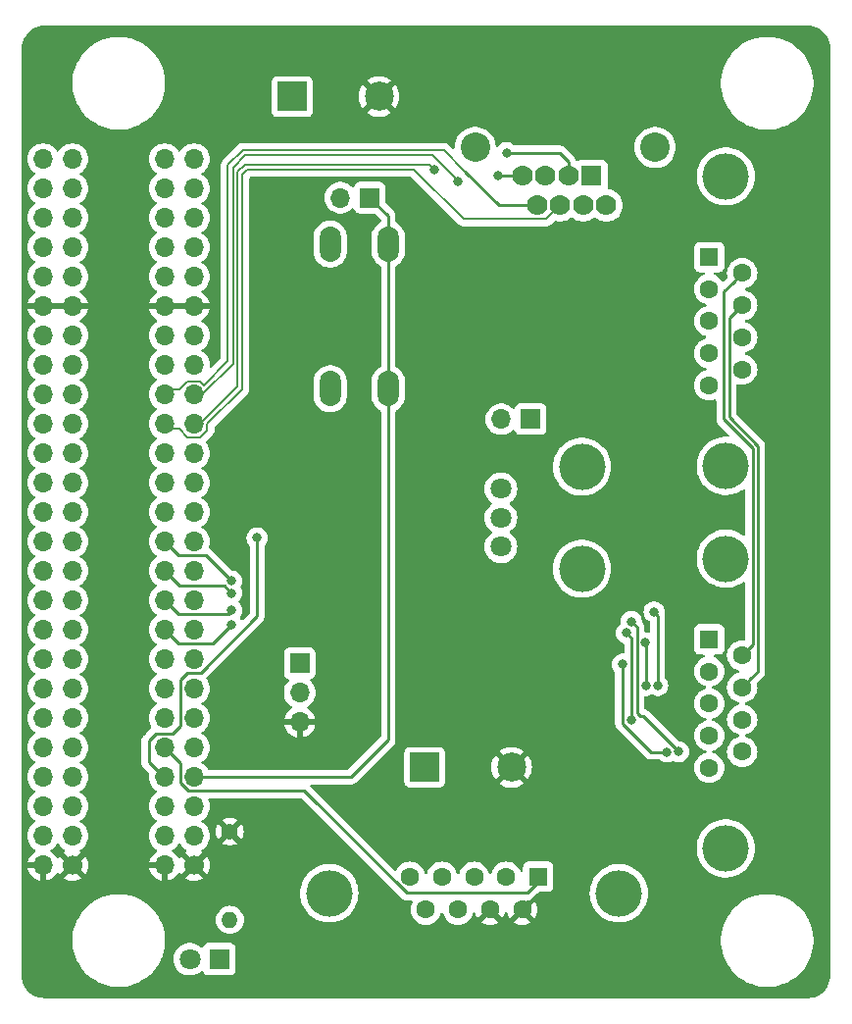
<source format=gbr>
G04 #@! TF.GenerationSoftware,KiCad,Pcbnew,8.0.3*
G04 #@! TF.CreationDate,2025-12-30T10:32:39+13:00*
G04 #@! TF.ProjectId,AWS_CPU_Interface_Board,4157535f-4350-4555-9f49-6e7465726661,rev?*
G04 #@! TF.SameCoordinates,Original*
G04 #@! TF.FileFunction,Copper,L2,Bot*
G04 #@! TF.FilePolarity,Positive*
%FSLAX46Y46*%
G04 Gerber Fmt 4.6, Leading zero omitted, Abs format (unit mm)*
G04 Created by KiCad (PCBNEW 8.0.3) date 2025-12-30 10:32:39*
%MOMM*%
%LPD*%
G01*
G04 APERTURE LIST*
G04 #@! TA.AperFunction,ComponentPad*
%ADD10R,2.500000X2.500000*%
G04 #@! TD*
G04 #@! TA.AperFunction,ComponentPad*
%ADD11C,2.500000*%
G04 #@! TD*
G04 #@! TA.AperFunction,ComponentPad*
%ADD12C,1.700000*%
G04 #@! TD*
G04 #@! TA.AperFunction,ComponentPad*
%ADD13O,1.700000X1.700000*%
G04 #@! TD*
G04 #@! TA.AperFunction,WasherPad*
%ADD14C,4.000000*%
G04 #@! TD*
G04 #@! TA.AperFunction,ComponentPad*
%ADD15C,1.800000*%
G04 #@! TD*
G04 #@! TA.AperFunction,ComponentPad*
%ADD16R,1.700000X1.700000*%
G04 #@! TD*
G04 #@! TA.AperFunction,ComponentPad*
%ADD17R,1.800000X1.800000*%
G04 #@! TD*
G04 #@! TA.AperFunction,ComponentPad*
%ADD18R,1.778000X1.778000*%
G04 #@! TD*
G04 #@! TA.AperFunction,ComponentPad*
%ADD19C,1.778000*%
G04 #@! TD*
G04 #@! TA.AperFunction,ComponentPad*
%ADD20C,2.540000*%
G04 #@! TD*
G04 #@! TA.AperFunction,ComponentPad*
%ADD21C,1.400000*%
G04 #@! TD*
G04 #@! TA.AperFunction,ComponentPad*
%ADD22O,1.400000X1.400000*%
G04 #@! TD*
G04 #@! TA.AperFunction,ComponentPad*
%ADD23O,1.850000X3.048000*%
G04 #@! TD*
G04 #@! TA.AperFunction,ComponentPad*
%ADD24C,4.000000*%
G04 #@! TD*
G04 #@! TA.AperFunction,ComponentPad*
%ADD25R,1.600000X1.600000*%
G04 #@! TD*
G04 #@! TA.AperFunction,ComponentPad*
%ADD26C,1.600000*%
G04 #@! TD*
G04 #@! TA.AperFunction,ViaPad*
%ADD27C,0.800000*%
G04 #@! TD*
G04 #@! TA.AperFunction,Conductor*
%ADD28C,0.250000*%
G04 #@! TD*
G04 #@! TA.AperFunction,Conductor*
%ADD29C,0.200000*%
G04 #@! TD*
G04 APERTURE END LIST*
D10*
X129975000Y-60150000D03*
D11*
X137475000Y-60150000D03*
D12*
X121500000Y-126500000D03*
D13*
X118960000Y-126500000D03*
X121500000Y-123960000D03*
X118960000Y-123960000D03*
X121500000Y-121420000D03*
X118960000Y-121420000D03*
X121500000Y-118880000D03*
X118960000Y-118880000D03*
X121500000Y-116340000D03*
X118960000Y-116340000D03*
X121500000Y-113800000D03*
X118960000Y-113800000D03*
X121500000Y-111260000D03*
X118960000Y-111260000D03*
X121500000Y-108720000D03*
X118960000Y-108720000D03*
X121500000Y-106180000D03*
X118960000Y-106180000D03*
X121500000Y-103640000D03*
X118960000Y-103640000D03*
X121500000Y-101100000D03*
X118960000Y-101100000D03*
X121500000Y-98560000D03*
X118960000Y-98560000D03*
X121500000Y-96020000D03*
X118960000Y-96020000D03*
X121500000Y-93480000D03*
X118960000Y-93480000D03*
X121500000Y-90940000D03*
X118960000Y-90940000D03*
X121500000Y-88400000D03*
X118960000Y-88400000D03*
X121500000Y-85860000D03*
X118960000Y-85860000D03*
X121500000Y-83320000D03*
X118960000Y-83320000D03*
X121500000Y-80780000D03*
X118960000Y-80780000D03*
X121500000Y-78240000D03*
X118960000Y-78240000D03*
X121500000Y-75700000D03*
X118960000Y-75700000D03*
X121500000Y-73160000D03*
X118960000Y-73160000D03*
X121500000Y-70620000D03*
X118960000Y-70620000D03*
X121500000Y-68080000D03*
X118960000Y-68080000D03*
X121500000Y-65540000D03*
X118960000Y-65540000D03*
D14*
X155000000Y-92100000D03*
X155000000Y-100900000D03*
D15*
X148000000Y-99000000D03*
X148000000Y-96500000D03*
X148000000Y-94000000D03*
D10*
X141425000Y-118050000D03*
D11*
X148925000Y-118050000D03*
D16*
X150575000Y-88000000D03*
D13*
X148035000Y-88000000D03*
D17*
X123675000Y-134600000D03*
D15*
X121135000Y-134600000D03*
D18*
X155840000Y-67000000D03*
D19*
X157110000Y-69540000D03*
X153840000Y-67000000D03*
X155110000Y-69540000D03*
X151840000Y-67000000D03*
X153110000Y-69540000D03*
X149840000Y-67000000D03*
X151110000Y-69540000D03*
D20*
X161329000Y-64536200D03*
X145781000Y-64536200D03*
D16*
X136675000Y-68875000D03*
D13*
X134135000Y-68875000D03*
D21*
X124600000Y-123590000D03*
D22*
X124600000Y-131210000D03*
D13*
X108460000Y-126500000D03*
D12*
X111000000Y-126500000D03*
D13*
X108460000Y-123960000D03*
X111000000Y-123960000D03*
X108460000Y-121420000D03*
X111000000Y-121420000D03*
X108460000Y-118880000D03*
X111000000Y-118880000D03*
X108460000Y-116340000D03*
X111000000Y-116340000D03*
X108460000Y-113800000D03*
X111000000Y-113800000D03*
X108460000Y-111260000D03*
X111000000Y-111260000D03*
X108460000Y-108720000D03*
X111000000Y-108720000D03*
X108460000Y-106180000D03*
X111000000Y-106180000D03*
X108460000Y-103640000D03*
X111000000Y-103640000D03*
X108460000Y-101100000D03*
X111000000Y-101100000D03*
X108460000Y-98560000D03*
X111000000Y-98560000D03*
X108460000Y-96020000D03*
X111000000Y-96020000D03*
X108460000Y-93480000D03*
X111000000Y-93480000D03*
X108460000Y-90940000D03*
X111000000Y-90940000D03*
X108460000Y-88400000D03*
X111000000Y-88400000D03*
X108460000Y-85860000D03*
X111000000Y-85860000D03*
X108460000Y-83320000D03*
X111000000Y-83320000D03*
X108460000Y-80780000D03*
X111000000Y-80780000D03*
X108460000Y-78240000D03*
X111000000Y-78240000D03*
X108460000Y-75700000D03*
X111000000Y-75700000D03*
X108460000Y-73160000D03*
X111000000Y-73160000D03*
X108460000Y-70620000D03*
X111000000Y-70620000D03*
X108460000Y-68080000D03*
X111000000Y-68080000D03*
X108460000Y-65540000D03*
X111000000Y-65540000D03*
D23*
X138275000Y-72875000D03*
X138275000Y-85375000D03*
X133275000Y-72875000D03*
X133275000Y-85375000D03*
D24*
X133185000Y-128914669D03*
X158185000Y-128914669D03*
D25*
X151225000Y-127494669D03*
D26*
X148455000Y-127494669D03*
X145685000Y-127494669D03*
X142915000Y-127494669D03*
X140145000Y-127494669D03*
X149840000Y-130334669D03*
X147070000Y-130334669D03*
X144300000Y-130334669D03*
X141530000Y-130334669D03*
D24*
X167420000Y-125040000D03*
X167420000Y-100040000D03*
D25*
X166000000Y-107000000D03*
D26*
X166000000Y-109770000D03*
X166000000Y-112540000D03*
X166000000Y-115310000D03*
X166000000Y-118080000D03*
X168840000Y-108385000D03*
X168840000Y-111155000D03*
X168840000Y-113925000D03*
X168840000Y-116695000D03*
D24*
X167420000Y-92040000D03*
X167420000Y-67040000D03*
D25*
X166000000Y-74000000D03*
D26*
X166000000Y-76770000D03*
X166000000Y-79540000D03*
X166000000Y-82310000D03*
X166000000Y-85080000D03*
X168840000Y-75385000D03*
X168840000Y-78155000D03*
X168840000Y-80925000D03*
X168840000Y-83695000D03*
D16*
X130625000Y-109060000D03*
D13*
X130625000Y-111600000D03*
X130625000Y-114140000D03*
D27*
X126950000Y-98250000D03*
X158850000Y-106450000D03*
X159300000Y-114000000D03*
X163350000Y-116700000D03*
X159264834Y-105450000D03*
X161225000Y-104625000D03*
X161550000Y-111000000D03*
X142262647Y-66487327D03*
X148500000Y-65000000D03*
X144250078Y-67500000D03*
X147750010Y-67000000D03*
X162337347Y-116712653D03*
X158500000Y-109150000D03*
X124750000Y-104500000D03*
X124750000Y-105750000D03*
X124750000Y-103000000D03*
X160550000Y-111000000D03*
X160500000Y-107300000D03*
X124750000Y-101974680D03*
D28*
X118855000Y-118880000D02*
X118960000Y-118880000D01*
X119675000Y-115150000D02*
X118200000Y-115150000D01*
X117575000Y-115775000D02*
X117575000Y-117600000D01*
X126950000Y-98250000D02*
X126950000Y-105009002D01*
X126950000Y-105009002D02*
X122064001Y-109895001D01*
X122064001Y-109895001D02*
X120935999Y-109895001D01*
X118200000Y-115150000D02*
X117575000Y-115775000D01*
X120324999Y-114500001D02*
X119675000Y-115150000D01*
X117575000Y-117600000D02*
X118855000Y-118880000D01*
X120935999Y-109895001D02*
X120324999Y-110506001D01*
X120324999Y-110506001D02*
X120324999Y-114500001D01*
X121033299Y-120075000D02*
X131025000Y-120075000D01*
X118960000Y-116340000D02*
X120325000Y-117705000D01*
X150275000Y-128900000D02*
X151225000Y-127950000D01*
X120325000Y-117705000D02*
X120325000Y-119366701D01*
X120325000Y-119366701D02*
X121033299Y-120075000D01*
X151225000Y-127950000D02*
X151225000Y-127494669D01*
X139850000Y-128900000D02*
X150275000Y-128900000D01*
X131025000Y-120075000D02*
X139850000Y-128900000D01*
X159300000Y-106900000D02*
X159300000Y-114000000D01*
X158850000Y-106450000D02*
X159300000Y-106900000D01*
X159750010Y-113377008D02*
X160025001Y-113651999D01*
X160301999Y-113651999D02*
X163350000Y-116700000D01*
X159264834Y-105450000D02*
X159750010Y-105935176D01*
X159750010Y-105935176D02*
X159750010Y-113377008D01*
X160025001Y-113651999D02*
X160301999Y-113651999D01*
X161225000Y-104625000D02*
X161550000Y-104950000D01*
X161550000Y-104950000D02*
X161550000Y-111000000D01*
D29*
X126093200Y-66475000D02*
X140500000Y-66475000D01*
X140500000Y-66475000D02*
X144754000Y-70729000D01*
X122052001Y-89550001D02*
X122650001Y-88952001D01*
X120947999Y-89550001D02*
X122052001Y-89550001D01*
X151921000Y-70729000D02*
X153110000Y-69540000D01*
X122650001Y-88418199D02*
X125675000Y-85393200D01*
X125675000Y-66893200D02*
X126093200Y-66475000D01*
X122650001Y-88952001D02*
X122650001Y-88418199D01*
X144754000Y-70729000D02*
X151921000Y-70729000D01*
X125675000Y-85393200D02*
X125675000Y-66893200D01*
X118960000Y-88400000D02*
X119410000Y-88850000D01*
X119410000Y-88850000D02*
X120247998Y-88850000D01*
X120247998Y-88850000D02*
X120947999Y-89550001D01*
D28*
X153097235Y-65000000D02*
X148500000Y-65000000D01*
D29*
X125275000Y-85156800D02*
X125275000Y-66656800D01*
X122031800Y-88400000D02*
X125275000Y-85156800D01*
D28*
X153840000Y-67000000D02*
X153840000Y-65742765D01*
D29*
X125906800Y-66025000D02*
X141800320Y-66025000D01*
D28*
X153840000Y-65742765D02*
X153097235Y-65000000D01*
D29*
X125275000Y-66656800D02*
X125906800Y-66025000D01*
X141800320Y-66025000D02*
X142262647Y-66487327D01*
X121500000Y-88400000D02*
X122031800Y-88400000D01*
D28*
X144909100Y-66590900D02*
X147858200Y-69540000D01*
D29*
X120947999Y-84709999D02*
X122052001Y-84709999D01*
X124425000Y-83006800D02*
X124425000Y-66075000D01*
X122052001Y-84709999D02*
X122386901Y-85044899D01*
X118960000Y-85860000D02*
X119410000Y-85410000D01*
X143093200Y-64775000D02*
X144909100Y-66590900D01*
X120247998Y-85410000D02*
X120947999Y-84709999D01*
X119410000Y-85410000D02*
X120247998Y-85410000D01*
X122386901Y-85044899D02*
X124425000Y-83006800D01*
X124425000Y-66075000D02*
X125725000Y-64775000D01*
X125725000Y-64775000D02*
X143093200Y-64775000D01*
D28*
X147858200Y-69540000D02*
X151110000Y-69540000D01*
D29*
X144250078Y-67425078D02*
X144250078Y-67500000D01*
X124875000Y-83193200D02*
X124875000Y-66275000D01*
X125925000Y-65225000D02*
X142050000Y-65225000D01*
D28*
X149840000Y-67000000D02*
X147750010Y-67000000D01*
D29*
X124875000Y-66275000D02*
X125925000Y-65225000D01*
X122208200Y-85860000D02*
X124875000Y-83193200D01*
X142050000Y-65225000D02*
X144250078Y-67425078D01*
X121500000Y-85860000D02*
X122208200Y-85860000D01*
D28*
X158500000Y-114273002D02*
X160939651Y-116712653D01*
X158500000Y-109150000D02*
X158500000Y-114273002D01*
X160939651Y-116712653D02*
X162337347Y-116712653D01*
X120135001Y-104815001D02*
X124434999Y-104815001D01*
X124434999Y-104815001D02*
X124750000Y-104500000D01*
X118960000Y-103640000D02*
X120135001Y-104815001D01*
X120135001Y-107355001D02*
X123144999Y-107355001D01*
X118960000Y-106180000D02*
X120135001Y-107355001D01*
X123144999Y-107355001D02*
X124750000Y-105750000D01*
X124098001Y-102348001D02*
X124750000Y-103000000D01*
X118960000Y-101100000D02*
X120208001Y-102348001D01*
X120208001Y-102348001D02*
X124098001Y-102348001D01*
X160550000Y-107350000D02*
X160500000Y-107300000D01*
X160550000Y-111000000D02*
X160550000Y-107350000D01*
X120135001Y-99735001D02*
X122510321Y-99735001D01*
X124350001Y-101574681D02*
X124750000Y-101974680D01*
X118960000Y-98560000D02*
X120135001Y-99735001D01*
X122510321Y-99735001D02*
X124350001Y-101574681D01*
X170195011Y-109799989D02*
X169639999Y-110355001D01*
X169639999Y-110355001D02*
X168840000Y-111155000D01*
X167714999Y-87828589D02*
X170195011Y-90308601D01*
X167714999Y-79280001D02*
X167714999Y-87828589D01*
X170195011Y-90308601D02*
X170195011Y-109799989D01*
X168840000Y-78155000D02*
X167714999Y-79280001D01*
X168040001Y-76184999D02*
X168840000Y-75385000D01*
X168840000Y-108385000D02*
X169745001Y-107479999D01*
X169745001Y-90495001D02*
X167250000Y-88000000D01*
X167250000Y-76975000D02*
X168040001Y-76184999D01*
X169745001Y-107479999D02*
X169745001Y-90495001D01*
X167250000Y-88000000D02*
X167250000Y-76975000D01*
X135045000Y-118880000D02*
X138275000Y-115650000D01*
X138275000Y-72875000D02*
X138275000Y-70475000D01*
X138275000Y-115650000D02*
X138275000Y-85375000D01*
X138275000Y-72875000D02*
X138275000Y-85375000D01*
X138275000Y-70475000D02*
X136675000Y-68875000D01*
X121500000Y-118880000D02*
X135045000Y-118880000D01*
G04 #@! TA.AperFunction,Conductor*
G36*
X120311905Y-124633515D02*
G01*
X120333804Y-124658787D01*
X120424278Y-124797268D01*
X120424283Y-124797273D01*
X120424284Y-124797276D01*
X120576756Y-124962902D01*
X120576760Y-124962906D01*
X120754424Y-125101189D01*
X120797693Y-125124605D01*
X120797695Y-125124606D01*
X120847286Y-125173825D01*
X120862394Y-125242042D01*
X120838224Y-125307597D01*
X120809801Y-125335236D01*
X120738626Y-125385072D01*
X120738625Y-125385072D01*
X121370590Y-126017037D01*
X121307007Y-126034075D01*
X121192993Y-126099901D01*
X121099901Y-126192993D01*
X121034075Y-126307007D01*
X121017037Y-126370590D01*
X120385072Y-125738625D01*
X120385072Y-125738626D01*
X120331574Y-125815030D01*
X120276998Y-125858655D01*
X120207499Y-125865849D01*
X120145144Y-125834326D01*
X120128424Y-125815030D01*
X119998113Y-125628926D01*
X119998108Y-125628920D01*
X119831082Y-125461894D01*
X119650197Y-125335236D01*
X119606572Y-125280659D01*
X119599380Y-125211160D01*
X119630902Y-125148806D01*
X119662300Y-125124608D01*
X119705576Y-125101189D01*
X119883240Y-124962906D01*
X120035722Y-124797268D01*
X120126193Y-124658790D01*
X120179338Y-124613437D01*
X120248569Y-124604013D01*
X120311905Y-124633515D01*
G37*
G04 #@! TD.AperFunction*
G04 #@! TA.AperFunction,Conductor*
G36*
X121034075Y-78047007D02*
G01*
X121000000Y-78174174D01*
X121000000Y-78305826D01*
X121034075Y-78432993D01*
X121066988Y-78490000D01*
X119393012Y-78490000D01*
X119425925Y-78432993D01*
X119460000Y-78305826D01*
X119460000Y-78174174D01*
X119425925Y-78047007D01*
X119393012Y-77990000D01*
X121066988Y-77990000D01*
X121034075Y-78047007D01*
G37*
G04 #@! TD.AperFunction*
G04 #@! TA.AperFunction,Conductor*
G36*
X109811905Y-124633515D02*
G01*
X109833804Y-124658787D01*
X109924278Y-124797268D01*
X109924283Y-124797273D01*
X109924284Y-124797276D01*
X110076756Y-124962902D01*
X110076760Y-124962906D01*
X110254424Y-125101189D01*
X110297693Y-125124605D01*
X110297695Y-125124606D01*
X110347286Y-125173825D01*
X110362394Y-125242042D01*
X110338224Y-125307597D01*
X110309801Y-125335236D01*
X110238626Y-125385072D01*
X110238625Y-125385072D01*
X110870590Y-126017037D01*
X110807007Y-126034075D01*
X110692993Y-126099901D01*
X110599901Y-126192993D01*
X110534075Y-126307007D01*
X110517037Y-126370589D01*
X109885073Y-125738625D01*
X109885072Y-125738626D01*
X109831574Y-125815030D01*
X109776998Y-125858655D01*
X109707499Y-125865849D01*
X109645144Y-125834326D01*
X109628424Y-125815030D01*
X109498113Y-125628926D01*
X109498108Y-125628920D01*
X109331082Y-125461894D01*
X109150197Y-125335236D01*
X109106572Y-125280659D01*
X109099380Y-125211160D01*
X109130902Y-125148806D01*
X109162300Y-125124608D01*
X109205576Y-125101189D01*
X109383240Y-124962906D01*
X109535722Y-124797268D01*
X109626193Y-124658790D01*
X109679338Y-124613437D01*
X109748569Y-124604013D01*
X109811905Y-124633515D01*
G37*
G04 #@! TD.AperFunction*
G04 #@! TA.AperFunction,Conductor*
G36*
X110534075Y-78047007D02*
G01*
X110500000Y-78174174D01*
X110500000Y-78305826D01*
X110534075Y-78432993D01*
X110566988Y-78490000D01*
X108893012Y-78490000D01*
X108925925Y-78432993D01*
X108960000Y-78305826D01*
X108960000Y-78174174D01*
X108925925Y-78047007D01*
X108893012Y-77990000D01*
X110566988Y-77990000D01*
X110534075Y-78047007D01*
G37*
G04 #@! TD.AperFunction*
G04 #@! TA.AperFunction,Conductor*
G36*
X174504043Y-54025765D02*
G01*
X174749632Y-54041861D01*
X174765690Y-54043976D01*
X174969394Y-54084495D01*
X175003064Y-54091193D01*
X175018731Y-54095391D01*
X175187510Y-54152683D01*
X175247913Y-54173188D01*
X175262890Y-54179391D01*
X175470539Y-54281792D01*
X175479960Y-54286438D01*
X175494007Y-54294548D01*
X175533528Y-54320955D01*
X175695245Y-54429011D01*
X175708106Y-54438879D01*
X175765328Y-54489062D01*
X175890071Y-54598459D01*
X175901540Y-54609928D01*
X176061117Y-54791890D01*
X176070991Y-54804758D01*
X176205451Y-55005992D01*
X176213561Y-55020039D01*
X176320605Y-55237102D01*
X176326812Y-55252088D01*
X176404608Y-55481268D01*
X176408806Y-55496935D01*
X176456021Y-55734298D01*
X176458139Y-55750379D01*
X176474235Y-55995956D01*
X176474500Y-56004066D01*
X176474500Y-135995933D01*
X176474235Y-136004043D01*
X176458139Y-136249620D01*
X176456021Y-136265701D01*
X176408806Y-136503064D01*
X176404608Y-136518731D01*
X176326812Y-136747911D01*
X176320605Y-136762897D01*
X176213561Y-136979960D01*
X176205451Y-136994007D01*
X176070991Y-137195241D01*
X176061117Y-137208109D01*
X175901540Y-137390071D01*
X175890071Y-137401540D01*
X175708109Y-137561117D01*
X175695241Y-137570991D01*
X175494007Y-137705451D01*
X175479960Y-137713561D01*
X175262897Y-137820605D01*
X175247911Y-137826812D01*
X175018731Y-137904608D01*
X175003064Y-137908806D01*
X174765701Y-137956021D01*
X174749620Y-137958139D01*
X174504043Y-137974235D01*
X174495933Y-137974500D01*
X108627153Y-137974500D01*
X108625068Y-137974183D01*
X108603787Y-137974450D01*
X108595610Y-137974283D01*
X108351165Y-137961213D01*
X108334933Y-137959266D01*
X108098378Y-137914909D01*
X108082542Y-137910843D01*
X107853878Y-137835749D01*
X107838714Y-137829634D01*
X107621922Y-137725110D01*
X107607696Y-137717055D01*
X107406530Y-137584912D01*
X107393486Y-137575054D01*
X107388789Y-137570991D01*
X107211461Y-137417599D01*
X107199830Y-137406113D01*
X107185597Y-137390071D01*
X107040102Y-137226079D01*
X107030081Y-137213160D01*
X107022547Y-137201999D01*
X106895424Y-137013672D01*
X106887193Y-136999551D01*
X106868490Y-136961973D01*
X106779955Y-136784085D01*
X106773652Y-136769003D01*
X106771561Y-136762897D01*
X106722901Y-136620771D01*
X106695690Y-136541293D01*
X106691426Y-136525509D01*
X106673370Y-136435477D01*
X106644100Y-136289523D01*
X106641952Y-136273339D01*
X106625770Y-136028401D01*
X106625500Y-136020227D01*
X106625500Y-132803468D01*
X110999500Y-132803468D01*
X110999500Y-133196532D01*
X111004679Y-133249111D01*
X111038026Y-133587702D01*
X111114704Y-133973194D01*
X111114707Y-133973205D01*
X111228810Y-134349354D01*
X111379230Y-134712499D01*
X111379232Y-134712504D01*
X111564511Y-135059137D01*
X111564522Y-135059155D01*
X111782887Y-135385960D01*
X111782897Y-135385974D01*
X112032254Y-135689817D01*
X112310182Y-135967745D01*
X112310187Y-135967749D01*
X112310188Y-135967750D01*
X112614031Y-136217107D01*
X112940851Y-136435482D01*
X112940860Y-136435487D01*
X112940862Y-136435488D01*
X113287495Y-136620767D01*
X113287497Y-136620767D01*
X113287503Y-136620771D01*
X113650647Y-136771190D01*
X114026785Y-136885290D01*
X114026791Y-136885291D01*
X114026794Y-136885292D01*
X114026805Y-136885295D01*
X114412297Y-136961973D01*
X114803468Y-137000500D01*
X114803471Y-137000500D01*
X115196529Y-137000500D01*
X115196532Y-137000500D01*
X115587703Y-136961973D01*
X115662748Y-136947045D01*
X115973194Y-136885295D01*
X115973205Y-136885292D01*
X115973205Y-136885291D01*
X115973215Y-136885290D01*
X116349353Y-136771190D01*
X116712497Y-136620771D01*
X117059149Y-136435482D01*
X117385969Y-136217107D01*
X117689812Y-135967750D01*
X117967750Y-135689812D01*
X118217107Y-135385969D01*
X118435482Y-135059149D01*
X118620771Y-134712497D01*
X118667371Y-134599994D01*
X119721673Y-134599994D01*
X119721673Y-134600005D01*
X119740948Y-134832622D01*
X119798251Y-135058907D01*
X119892015Y-135272668D01*
X120019686Y-135468084D01*
X120175308Y-135637133D01*
X120177780Y-135639818D01*
X120361983Y-135783190D01*
X120361985Y-135783191D01*
X120361988Y-135783193D01*
X120481331Y-135847777D01*
X120567273Y-135894287D01*
X120681914Y-135933643D01*
X120788045Y-135970079D01*
X120788047Y-135970079D01*
X120788049Y-135970080D01*
X121018288Y-136008500D01*
X121018289Y-136008500D01*
X121251711Y-136008500D01*
X121251712Y-136008500D01*
X121481951Y-135970080D01*
X121702727Y-135894287D01*
X121908017Y-135783190D01*
X122092220Y-135639818D01*
X122092231Y-135639805D01*
X122095990Y-135636347D01*
X122096714Y-135637133D01*
X122152067Y-135603861D01*
X122221905Y-135605954D01*
X122279525Y-135645472D01*
X122299602Y-135680495D01*
X122324111Y-135746205D01*
X122367925Y-135804732D01*
X122411739Y-135863261D01*
X122528796Y-135950889D01*
X122665799Y-136001989D01*
X122693050Y-136004918D01*
X122726345Y-136008499D01*
X122726362Y-136008500D01*
X124623638Y-136008500D01*
X124623654Y-136008499D01*
X124650692Y-136005591D01*
X124684201Y-136001989D01*
X124821204Y-135950889D01*
X124938261Y-135863261D01*
X125025889Y-135746204D01*
X125076989Y-135609201D01*
X125080591Y-135575692D01*
X125083499Y-135548654D01*
X125083500Y-135548637D01*
X125083500Y-133651362D01*
X125083499Y-133651345D01*
X125077962Y-133599852D01*
X125076989Y-133590799D01*
X125075834Y-133587703D01*
X125050397Y-133519504D01*
X125025889Y-133453796D01*
X124938261Y-133336739D01*
X124821204Y-133249111D01*
X124684203Y-133198011D01*
X124623654Y-133191500D01*
X124623638Y-133191500D01*
X122726362Y-133191500D01*
X122726345Y-133191500D01*
X122665797Y-133198011D01*
X122665795Y-133198011D01*
X122528795Y-133249111D01*
X122411739Y-133336739D01*
X122324111Y-133453794D01*
X122299602Y-133519504D01*
X122257729Y-133575437D01*
X122192264Y-133599852D01*
X122123992Y-133584999D01*
X122096275Y-133563342D01*
X122095990Y-133563653D01*
X122092225Y-133560187D01*
X122092220Y-133560182D01*
X121908017Y-133416810D01*
X121908015Y-133416809D01*
X121908014Y-133416808D01*
X121908011Y-133416806D01*
X121702733Y-133305716D01*
X121702730Y-133305715D01*
X121702727Y-133305713D01*
X121702721Y-133305711D01*
X121702719Y-133305710D01*
X121481954Y-133229920D01*
X121281843Y-133196528D01*
X121251712Y-133191500D01*
X121018288Y-133191500D01*
X120988157Y-133196528D01*
X120788045Y-133229920D01*
X120567280Y-133305710D01*
X120567266Y-133305716D01*
X120361988Y-133416806D01*
X120361985Y-133416808D01*
X120177781Y-133560181D01*
X120177776Y-133560185D01*
X120019686Y-133731915D01*
X119892015Y-133927331D01*
X119798251Y-134141092D01*
X119740948Y-134367377D01*
X119721673Y-134599994D01*
X118667371Y-134599994D01*
X118771190Y-134349353D01*
X118885290Y-133973215D01*
X118885292Y-133973205D01*
X118885295Y-133973194D01*
X118961357Y-133590799D01*
X118961973Y-133587703D01*
X119000500Y-133196532D01*
X119000500Y-132803468D01*
X166999500Y-132803468D01*
X166999500Y-133196532D01*
X167004679Y-133249111D01*
X167038026Y-133587702D01*
X167114704Y-133973194D01*
X167114707Y-133973205D01*
X167228810Y-134349354D01*
X167379230Y-134712499D01*
X167379232Y-134712504D01*
X167564511Y-135059137D01*
X167564522Y-135059155D01*
X167782887Y-135385960D01*
X167782897Y-135385974D01*
X168032254Y-135689817D01*
X168310182Y-135967745D01*
X168310187Y-135967749D01*
X168310188Y-135967750D01*
X168614031Y-136217107D01*
X168940851Y-136435482D01*
X168940860Y-136435487D01*
X168940862Y-136435488D01*
X169287495Y-136620767D01*
X169287497Y-136620767D01*
X169287503Y-136620771D01*
X169650647Y-136771190D01*
X170026785Y-136885290D01*
X170026791Y-136885291D01*
X170026794Y-136885292D01*
X170026805Y-136885295D01*
X170412297Y-136961973D01*
X170803468Y-137000500D01*
X170803471Y-137000500D01*
X171196529Y-137000500D01*
X171196532Y-137000500D01*
X171587703Y-136961973D01*
X171662748Y-136947045D01*
X171973194Y-136885295D01*
X171973205Y-136885292D01*
X171973205Y-136885291D01*
X171973215Y-136885290D01*
X172349353Y-136771190D01*
X172712497Y-136620771D01*
X173059149Y-136435482D01*
X173385969Y-136217107D01*
X173689812Y-135967750D01*
X173967750Y-135689812D01*
X174217107Y-135385969D01*
X174435482Y-135059149D01*
X174620771Y-134712497D01*
X174771190Y-134349353D01*
X174885290Y-133973215D01*
X174885292Y-133973205D01*
X174885295Y-133973194D01*
X174961357Y-133590799D01*
X174961973Y-133587703D01*
X175000500Y-133196532D01*
X175000500Y-132803468D01*
X174961973Y-132412297D01*
X174949572Y-132349954D01*
X174885295Y-132026805D01*
X174885292Y-132026794D01*
X174885291Y-132026791D01*
X174885290Y-132026785D01*
X174771190Y-131650647D01*
X174620771Y-131287503D01*
X174579345Y-131210001D01*
X174435488Y-130940862D01*
X174435487Y-130940860D01*
X174435482Y-130940851D01*
X174217107Y-130614031D01*
X173967750Y-130310188D01*
X173967749Y-130310187D01*
X173967745Y-130310182D01*
X173689817Y-130032254D01*
X173385974Y-129782897D01*
X173385973Y-129782896D01*
X173385969Y-129782893D01*
X173126013Y-129609195D01*
X173059155Y-129564522D01*
X173059154Y-129564521D01*
X173059149Y-129564518D01*
X173059144Y-129564515D01*
X173059137Y-129564511D01*
X172712504Y-129379232D01*
X172712499Y-129379230D01*
X172349354Y-129228810D01*
X171973205Y-129114707D01*
X171973194Y-129114704D01*
X171587702Y-129038026D01*
X171293089Y-129009010D01*
X171196532Y-128999500D01*
X170803468Y-128999500D01*
X170714251Y-129008287D01*
X170412297Y-129038026D01*
X170026805Y-129114704D01*
X170026794Y-129114707D01*
X169650645Y-129228810D01*
X169287500Y-129379230D01*
X169287495Y-129379232D01*
X168940862Y-129564511D01*
X168940844Y-129564522D01*
X168614039Y-129782887D01*
X168614025Y-129782897D01*
X168310182Y-130032254D01*
X168032254Y-130310182D01*
X167782897Y-130614025D01*
X167782887Y-130614039D01*
X167564522Y-130940844D01*
X167564511Y-130940862D01*
X167379232Y-131287495D01*
X167379230Y-131287500D01*
X167228810Y-131650645D01*
X167114707Y-132026794D01*
X167114704Y-132026805D01*
X167038026Y-132412297D01*
X167008287Y-132714251D01*
X166999500Y-132803468D01*
X119000500Y-132803468D01*
X118961973Y-132412297D01*
X118949572Y-132349954D01*
X118885295Y-132026805D01*
X118885292Y-132026794D01*
X118885291Y-132026791D01*
X118885290Y-132026785D01*
X118771190Y-131650647D01*
X118620771Y-131287503D01*
X118579345Y-131210001D01*
X118579343Y-131209998D01*
X123386884Y-131209998D01*
X123386884Y-131210001D01*
X123405313Y-131420649D01*
X123405315Y-131420660D01*
X123460041Y-131624902D01*
X123460043Y-131624906D01*
X123460044Y-131624910D01*
X123539391Y-131795071D01*
X123549410Y-131816556D01*
X123549411Y-131816558D01*
X123670700Y-131989778D01*
X123820221Y-132139299D01*
X123820224Y-132139301D01*
X123993442Y-132260589D01*
X124185090Y-132349956D01*
X124389345Y-132404686D01*
X124539812Y-132417850D01*
X124599998Y-132423116D01*
X124600000Y-132423116D01*
X124600002Y-132423116D01*
X124652663Y-132418508D01*
X124810655Y-132404686D01*
X125014910Y-132349956D01*
X125206558Y-132260589D01*
X125379776Y-132139301D01*
X125529301Y-131989776D01*
X125650589Y-131816558D01*
X125739956Y-131624910D01*
X125794686Y-131420655D01*
X125813116Y-131210000D01*
X125810401Y-131178973D01*
X125800005Y-131060140D01*
X125794686Y-130999345D01*
X125739956Y-130795090D01*
X125650589Y-130603442D01*
X125529301Y-130430224D01*
X125529299Y-130430221D01*
X125379778Y-130280700D01*
X125206558Y-130159411D01*
X125206556Y-130159410D01*
X125133917Y-130125538D01*
X125014910Y-130070044D01*
X125014906Y-130070043D01*
X125014902Y-130070041D01*
X124810660Y-130015315D01*
X124810656Y-130015314D01*
X124810655Y-130015314D01*
X124810654Y-130015313D01*
X124810649Y-130015313D01*
X124600002Y-129996884D01*
X124599998Y-129996884D01*
X124389350Y-130015313D01*
X124389339Y-130015315D01*
X124185097Y-130070041D01*
X124185088Y-130070045D01*
X123993443Y-130159410D01*
X123993441Y-130159411D01*
X123820221Y-130280700D01*
X123670700Y-130430221D01*
X123549411Y-130603441D01*
X123549410Y-130603443D01*
X123460045Y-130795088D01*
X123460041Y-130795097D01*
X123405315Y-130999339D01*
X123405313Y-130999350D01*
X123386884Y-131209998D01*
X118579343Y-131209998D01*
X118435488Y-130940862D01*
X118435487Y-130940860D01*
X118435482Y-130940851D01*
X118217107Y-130614031D01*
X117967750Y-130310188D01*
X117967749Y-130310187D01*
X117967745Y-130310182D01*
X117689817Y-130032254D01*
X117385974Y-129782897D01*
X117385973Y-129782896D01*
X117385969Y-129782893D01*
X117126013Y-129609195D01*
X117059155Y-129564522D01*
X117059154Y-129564521D01*
X117059149Y-129564518D01*
X117059144Y-129564515D01*
X117059137Y-129564511D01*
X116712504Y-129379232D01*
X116712499Y-129379230D01*
X116349354Y-129228810D01*
X115973205Y-129114707D01*
X115973194Y-129114704D01*
X115587702Y-129038026D01*
X115293089Y-129009010D01*
X115196532Y-128999500D01*
X114803468Y-128999500D01*
X114714251Y-129008287D01*
X114412297Y-129038026D01*
X114026805Y-129114704D01*
X114026794Y-129114707D01*
X113650645Y-129228810D01*
X113287500Y-129379230D01*
X113287495Y-129379232D01*
X112940862Y-129564511D01*
X112940844Y-129564522D01*
X112614039Y-129782887D01*
X112614025Y-129782897D01*
X112310182Y-130032254D01*
X112032254Y-130310182D01*
X111782897Y-130614025D01*
X111782887Y-130614039D01*
X111564522Y-130940844D01*
X111564511Y-130940862D01*
X111379232Y-131287495D01*
X111379230Y-131287500D01*
X111228810Y-131650645D01*
X111114707Y-132026794D01*
X111114704Y-132026805D01*
X111038026Y-132412297D01*
X111008287Y-132714251D01*
X110999500Y-132803468D01*
X106625500Y-132803468D01*
X106625500Y-128914663D01*
X130671540Y-128914663D01*
X130671540Y-128914674D01*
X130691357Y-129229681D01*
X130691359Y-129229689D01*
X130750505Y-129539741D01*
X130773072Y-129609195D01*
X130848044Y-129839936D01*
X130848046Y-129839941D01*
X130982436Y-130125534D01*
X130982442Y-130125545D01*
X131151561Y-130392034D01*
X131151563Y-130392037D01*
X131151568Y-130392044D01*
X131326452Y-130603442D01*
X131352772Y-130635257D01*
X131582858Y-130851321D01*
X131582868Y-130851329D01*
X131838209Y-131036845D01*
X131838214Y-131036847D01*
X131838221Y-131036853D01*
X132114821Y-131188916D01*
X132114826Y-131188918D01*
X132114828Y-131188919D01*
X132114829Y-131188920D01*
X132408294Y-131305111D01*
X132408297Y-131305112D01*
X132547555Y-131340867D01*
X132714025Y-131383609D01*
X132779717Y-131391907D01*
X133027167Y-131423168D01*
X133027176Y-131423168D01*
X133027179Y-131423169D01*
X133027181Y-131423169D01*
X133342819Y-131423169D01*
X133342821Y-131423169D01*
X133342824Y-131423168D01*
X133342832Y-131423168D01*
X133529692Y-131399561D01*
X133655975Y-131383609D01*
X133961702Y-131305112D01*
X133961705Y-131305111D01*
X134255170Y-131188920D01*
X134255171Y-131188919D01*
X134255169Y-131188919D01*
X134255179Y-131188916D01*
X134531779Y-131036853D01*
X134787140Y-130851323D01*
X134960825Y-130688222D01*
X135017227Y-130635257D01*
X135017228Y-130635255D01*
X135017233Y-130635251D01*
X135218432Y-130392044D01*
X135387562Y-130125538D01*
X135521956Y-129839935D01*
X135619495Y-129539741D01*
X135678641Y-129229689D01*
X135678697Y-129228810D01*
X135698460Y-128914674D01*
X135698460Y-128914663D01*
X135678642Y-128599656D01*
X135678641Y-128599649D01*
X135619495Y-128289597D01*
X135521956Y-127989403D01*
X135500552Y-127943918D01*
X135446212Y-127828439D01*
X135387562Y-127703800D01*
X135387557Y-127703792D01*
X135218438Y-127437303D01*
X135218436Y-127437301D01*
X135218432Y-127437294D01*
X135017233Y-127194087D01*
X135017232Y-127194086D01*
X135017227Y-127194080D01*
X134787141Y-126978016D01*
X134787131Y-126978008D01*
X134531790Y-126792492D01*
X134531783Y-126792487D01*
X134531779Y-126792485D01*
X134255179Y-126640422D01*
X134255176Y-126640420D01*
X134255171Y-126640418D01*
X134255170Y-126640417D01*
X133961705Y-126524226D01*
X133961702Y-126524225D01*
X133655978Y-126445729D01*
X133655965Y-126445727D01*
X133342832Y-126406169D01*
X133342821Y-126406169D01*
X133027179Y-126406169D01*
X133027167Y-126406169D01*
X132714034Y-126445727D01*
X132714021Y-126445729D01*
X132408297Y-126524225D01*
X132408294Y-126524226D01*
X132114829Y-126640417D01*
X132114828Y-126640418D01*
X131838221Y-126792485D01*
X131838209Y-126792492D01*
X131582868Y-126978008D01*
X131582858Y-126978016D01*
X131352772Y-127194080D01*
X131253359Y-127314250D01*
X131157237Y-127430442D01*
X131151561Y-127437303D01*
X130982442Y-127703792D01*
X130982436Y-127703803D01*
X130848046Y-127989396D01*
X130848044Y-127989401D01*
X130795402Y-128151418D01*
X130750505Y-128289597D01*
X130728706Y-128403870D01*
X130691357Y-128599656D01*
X130671540Y-128914663D01*
X106625500Y-128914663D01*
X106625500Y-65539994D01*
X107096844Y-65539994D01*
X107096844Y-65540005D01*
X107115434Y-65764359D01*
X107115436Y-65764371D01*
X107170703Y-65982614D01*
X107261140Y-66188792D01*
X107384276Y-66377265D01*
X107384284Y-66377276D01*
X107536756Y-66542902D01*
X107536760Y-66542906D01*
X107714424Y-66681189D01*
X107714429Y-66681191D01*
X107714431Y-66681193D01*
X107750930Y-66700946D01*
X107800520Y-66750165D01*
X107815628Y-66818382D01*
X107791457Y-66883937D01*
X107750930Y-66919054D01*
X107714431Y-66938806D01*
X107714422Y-66938812D01*
X107536761Y-67077092D01*
X107536756Y-67077097D01*
X107384284Y-67242723D01*
X107384276Y-67242734D01*
X107261140Y-67431207D01*
X107170703Y-67637385D01*
X107115436Y-67855628D01*
X107115434Y-67855640D01*
X107096844Y-68079994D01*
X107096844Y-68080005D01*
X107115434Y-68304359D01*
X107115436Y-68304371D01*
X107170703Y-68522614D01*
X107261140Y-68728792D01*
X107384276Y-68917265D01*
X107384284Y-68917276D01*
X107536756Y-69082902D01*
X107536761Y-69082907D01*
X107557910Y-69099368D01*
X107714424Y-69221189D01*
X107714429Y-69221191D01*
X107714431Y-69221193D01*
X107750930Y-69240946D01*
X107800520Y-69290165D01*
X107815628Y-69358382D01*
X107791457Y-69423937D01*
X107750930Y-69459054D01*
X107714431Y-69478806D01*
X107714422Y-69478812D01*
X107536761Y-69617092D01*
X107536756Y-69617097D01*
X107384284Y-69782723D01*
X107384276Y-69782734D01*
X107261140Y-69971207D01*
X107170703Y-70177385D01*
X107115436Y-70395628D01*
X107115434Y-70395640D01*
X107096844Y-70619994D01*
X107096844Y-70620005D01*
X107115434Y-70844359D01*
X107115436Y-70844371D01*
X107170703Y-71062614D01*
X107261140Y-71268792D01*
X107384276Y-71457265D01*
X107384284Y-71457276D01*
X107536756Y-71622902D01*
X107536760Y-71622906D01*
X107714424Y-71761189D01*
X107714429Y-71761191D01*
X107714431Y-71761193D01*
X107750930Y-71780946D01*
X107800520Y-71830165D01*
X107815628Y-71898382D01*
X107791457Y-71963937D01*
X107750930Y-71999054D01*
X107714431Y-72018806D01*
X107714422Y-72018812D01*
X107536761Y-72157092D01*
X107536756Y-72157097D01*
X107384284Y-72322723D01*
X107384276Y-72322734D01*
X107261140Y-72511207D01*
X107170703Y-72717385D01*
X107115436Y-72935628D01*
X107115434Y-72935640D01*
X107096844Y-73159994D01*
X107096844Y-73160005D01*
X107115434Y-73384359D01*
X107115436Y-73384371D01*
X107170703Y-73602614D01*
X107261140Y-73808792D01*
X107384276Y-73997265D01*
X107384284Y-73997276D01*
X107525536Y-74150714D01*
X107536760Y-74162906D01*
X107714424Y-74301189D01*
X107714429Y-74301191D01*
X107714431Y-74301193D01*
X107750930Y-74320946D01*
X107800520Y-74370165D01*
X107815628Y-74438382D01*
X107791457Y-74503937D01*
X107750930Y-74539054D01*
X107714431Y-74558806D01*
X107714422Y-74558812D01*
X107536761Y-74697092D01*
X107536756Y-74697097D01*
X107384284Y-74862723D01*
X107384276Y-74862734D01*
X107261140Y-75051207D01*
X107170703Y-75257385D01*
X107115436Y-75475628D01*
X107115434Y-75475640D01*
X107096844Y-75699994D01*
X107096844Y-75700005D01*
X107115434Y-75924359D01*
X107115436Y-75924371D01*
X107170703Y-76142614D01*
X107261140Y-76348792D01*
X107384276Y-76537265D01*
X107384284Y-76537276D01*
X107488263Y-76650225D01*
X107536760Y-76702906D01*
X107714424Y-76841189D01*
X107751876Y-76861457D01*
X107757695Y-76864606D01*
X107807286Y-76913825D01*
X107822394Y-76982042D01*
X107798224Y-77047597D01*
X107769802Y-77075236D01*
X107588922Y-77201890D01*
X107588920Y-77201891D01*
X107421891Y-77368920D01*
X107421886Y-77368926D01*
X107286400Y-77562420D01*
X107286399Y-77562422D01*
X107186570Y-77776507D01*
X107186567Y-77776513D01*
X107129364Y-77989999D01*
X107129364Y-77990000D01*
X108026988Y-77990000D01*
X107994075Y-78047007D01*
X107960000Y-78174174D01*
X107960000Y-78305826D01*
X107994075Y-78432993D01*
X108026988Y-78490000D01*
X107129364Y-78490000D01*
X107186567Y-78703486D01*
X107186570Y-78703492D01*
X107286399Y-78917578D01*
X107421894Y-79111082D01*
X107588917Y-79278105D01*
X107769802Y-79404763D01*
X107813427Y-79459340D01*
X107820619Y-79528839D01*
X107789097Y-79591193D01*
X107757697Y-79615392D01*
X107714427Y-79638809D01*
X107714422Y-79638812D01*
X107536761Y-79777092D01*
X107536756Y-79777097D01*
X107384284Y-79942723D01*
X107384276Y-79942734D01*
X107261140Y-80131207D01*
X107170703Y-80337385D01*
X107115436Y-80555628D01*
X107115434Y-80555640D01*
X107096844Y-80779994D01*
X107096844Y-80780005D01*
X107115434Y-81004359D01*
X107115436Y-81004371D01*
X107170703Y-81222614D01*
X107261140Y-81428792D01*
X107384276Y-81617265D01*
X107384284Y-81617276D01*
X107524238Y-81769304D01*
X107536760Y-81782906D01*
X107714424Y-81921189D01*
X107714429Y-81921191D01*
X107714431Y-81921193D01*
X107750930Y-81940946D01*
X107800520Y-81990165D01*
X107815628Y-82058382D01*
X107791457Y-82123937D01*
X107750930Y-82159054D01*
X107714431Y-82178806D01*
X107714422Y-82178812D01*
X107536761Y-82317092D01*
X107536756Y-82317097D01*
X107384284Y-82482723D01*
X107384276Y-82482734D01*
X107261140Y-82671207D01*
X107170703Y-82877385D01*
X107115436Y-83095628D01*
X107115434Y-83095640D01*
X107096844Y-83319994D01*
X107096844Y-83320005D01*
X107115434Y-83544359D01*
X107115436Y-83544371D01*
X107170703Y-83762614D01*
X107261140Y-83968792D01*
X107384276Y-84157265D01*
X107384284Y-84157276D01*
X107536756Y-84322902D01*
X107536761Y-84322907D01*
X107573817Y-84351749D01*
X107714424Y-84461189D01*
X107714429Y-84461191D01*
X107714431Y-84461193D01*
X107750930Y-84480946D01*
X107800520Y-84530165D01*
X107815628Y-84598382D01*
X107791457Y-84663937D01*
X107750930Y-84699054D01*
X107714431Y-84718806D01*
X107714422Y-84718812D01*
X107536761Y-84857092D01*
X107536756Y-84857097D01*
X107384284Y-85022723D01*
X107384276Y-85022734D01*
X107261140Y-85211207D01*
X107170703Y-85417385D01*
X107115436Y-85635628D01*
X107115434Y-85635640D01*
X107096844Y-85859994D01*
X107096844Y-85860005D01*
X107115434Y-86084359D01*
X107115436Y-86084371D01*
X107170703Y-86302614D01*
X107261140Y-86508792D01*
X107384276Y-86697265D01*
X107384284Y-86697276D01*
X107532987Y-86858808D01*
X107536760Y-86862906D01*
X107714424Y-87001189D01*
X107714429Y-87001191D01*
X107714431Y-87001193D01*
X107750930Y-87020946D01*
X107800520Y-87070165D01*
X107815628Y-87138382D01*
X107791457Y-87203937D01*
X107750930Y-87239054D01*
X107714431Y-87258806D01*
X107714422Y-87258812D01*
X107536761Y-87397092D01*
X107536756Y-87397097D01*
X107384284Y-87562723D01*
X107384276Y-87562734D01*
X107261140Y-87751207D01*
X107170703Y-87957385D01*
X107115436Y-88175628D01*
X107115434Y-88175640D01*
X107096844Y-88399994D01*
X107096844Y-88400005D01*
X107115434Y-88624359D01*
X107115436Y-88624371D01*
X107170703Y-88842614D01*
X107261140Y-89048792D01*
X107384276Y-89237265D01*
X107384284Y-89237276D01*
X107536756Y-89402902D01*
X107536760Y-89402906D01*
X107714424Y-89541189D01*
X107714429Y-89541191D01*
X107714431Y-89541193D01*
X107750930Y-89560946D01*
X107800520Y-89610165D01*
X107815628Y-89678382D01*
X107791457Y-89743937D01*
X107750930Y-89779054D01*
X107714431Y-89798806D01*
X107714422Y-89798812D01*
X107536761Y-89937092D01*
X107536756Y-89937097D01*
X107384284Y-90102723D01*
X107384276Y-90102734D01*
X107261140Y-90291207D01*
X107170703Y-90497385D01*
X107115436Y-90715628D01*
X107115434Y-90715640D01*
X107096844Y-90939994D01*
X107096844Y-90940005D01*
X107115434Y-91164359D01*
X107115436Y-91164371D01*
X107170703Y-91382614D01*
X107261140Y-91588792D01*
X107384276Y-91777265D01*
X107384284Y-91777276D01*
X107536756Y-91942902D01*
X107536760Y-91942906D01*
X107714424Y-92081189D01*
X107714429Y-92081191D01*
X107714431Y-92081193D01*
X107750930Y-92100946D01*
X107800520Y-92150165D01*
X107815628Y-92218382D01*
X107791457Y-92283937D01*
X107750930Y-92319054D01*
X107714431Y-92338806D01*
X107714422Y-92338812D01*
X107536761Y-92477092D01*
X107536756Y-92477097D01*
X107384284Y-92642723D01*
X107384276Y-92642734D01*
X107261140Y-92831207D01*
X107170703Y-93037385D01*
X107115436Y-93255628D01*
X107115434Y-93255640D01*
X107096844Y-93479994D01*
X107096844Y-93480005D01*
X107115434Y-93704359D01*
X107115436Y-93704371D01*
X107170703Y-93922614D01*
X107261140Y-94128792D01*
X107384276Y-94317265D01*
X107384284Y-94317276D01*
X107514667Y-94458907D01*
X107536760Y-94482906D01*
X107714424Y-94621189D01*
X107714429Y-94621191D01*
X107714431Y-94621193D01*
X107750930Y-94640946D01*
X107800520Y-94690165D01*
X107815628Y-94758382D01*
X107791457Y-94823937D01*
X107750930Y-94859054D01*
X107714431Y-94878806D01*
X107714422Y-94878812D01*
X107536761Y-95017092D01*
X107536756Y-95017097D01*
X107384284Y-95182723D01*
X107384276Y-95182734D01*
X107261140Y-95371207D01*
X107170703Y-95577385D01*
X107115436Y-95795628D01*
X107115434Y-95795640D01*
X107096844Y-96019994D01*
X107096844Y-96020005D01*
X107115434Y-96244359D01*
X107115436Y-96244371D01*
X107170703Y-96462614D01*
X107261140Y-96668792D01*
X107384276Y-96857265D01*
X107384284Y-96857276D01*
X107536756Y-97022902D01*
X107536760Y-97022906D01*
X107714424Y-97161189D01*
X107714429Y-97161191D01*
X107714431Y-97161193D01*
X107750930Y-97180946D01*
X107800520Y-97230165D01*
X107815628Y-97298382D01*
X107791457Y-97363937D01*
X107750930Y-97399054D01*
X107714431Y-97418806D01*
X107714422Y-97418812D01*
X107536761Y-97557092D01*
X107536756Y-97557097D01*
X107384284Y-97722723D01*
X107384276Y-97722734D01*
X107261140Y-97911207D01*
X107170703Y-98117385D01*
X107115436Y-98335628D01*
X107115434Y-98335640D01*
X107096844Y-98559994D01*
X107096844Y-98560005D01*
X107115434Y-98784359D01*
X107115436Y-98784371D01*
X107170703Y-99002614D01*
X107261140Y-99208792D01*
X107384276Y-99397265D01*
X107384284Y-99397276D01*
X107536756Y-99562902D01*
X107536760Y-99562906D01*
X107714424Y-99701189D01*
X107714429Y-99701191D01*
X107714431Y-99701193D01*
X107750930Y-99720946D01*
X107800520Y-99770165D01*
X107815628Y-99838382D01*
X107791457Y-99903937D01*
X107750930Y-99939054D01*
X107714431Y-99958806D01*
X107714422Y-99958812D01*
X107536761Y-100097092D01*
X107536756Y-100097097D01*
X107384284Y-100262723D01*
X107384276Y-100262734D01*
X107261140Y-100451207D01*
X107170703Y-100657385D01*
X107115436Y-100875628D01*
X107115434Y-100875640D01*
X107096844Y-101099994D01*
X107096844Y-101100005D01*
X107115434Y-101324359D01*
X107115436Y-101324371D01*
X107170703Y-101542614D01*
X107261140Y-101748792D01*
X107384276Y-101937265D01*
X107384284Y-101937276D01*
X107536756Y-102102902D01*
X107536761Y-102102907D01*
X107546991Y-102110869D01*
X107714424Y-102241189D01*
X107714429Y-102241191D01*
X107714431Y-102241193D01*
X107750930Y-102260946D01*
X107800520Y-102310165D01*
X107815628Y-102378382D01*
X107791457Y-102443937D01*
X107750930Y-102479054D01*
X107714431Y-102498806D01*
X107714422Y-102498812D01*
X107536761Y-102637092D01*
X107536756Y-102637097D01*
X107384284Y-102802723D01*
X107384276Y-102802734D01*
X107261140Y-102991207D01*
X107170703Y-103197385D01*
X107115436Y-103415628D01*
X107115434Y-103415640D01*
X107096844Y-103639994D01*
X107096844Y-103640005D01*
X107115434Y-103864359D01*
X107115436Y-103864371D01*
X107170703Y-104082614D01*
X107261140Y-104288792D01*
X107384276Y-104477265D01*
X107384284Y-104477276D01*
X107536756Y-104642902D01*
X107536761Y-104642907D01*
X107595981Y-104689000D01*
X107714424Y-104781189D01*
X107714429Y-104781191D01*
X107714431Y-104781193D01*
X107750930Y-104800946D01*
X107800520Y-104850165D01*
X107815628Y-104918382D01*
X107791457Y-104983937D01*
X107750930Y-105019054D01*
X107714431Y-105038806D01*
X107714422Y-105038812D01*
X107536761Y-105177092D01*
X107536756Y-105177097D01*
X107384284Y-105342723D01*
X107384276Y-105342734D01*
X107261140Y-105531207D01*
X107170703Y-105737385D01*
X107115436Y-105955628D01*
X107115434Y-105955640D01*
X107096844Y-106179994D01*
X107096844Y-106180005D01*
X107115434Y-106404359D01*
X107115436Y-106404371D01*
X107170703Y-106622614D01*
X107261140Y-106828792D01*
X107384276Y-107017265D01*
X107384284Y-107017276D01*
X107536756Y-107182902D01*
X107536760Y-107182906D01*
X107714424Y-107321189D01*
X107714429Y-107321191D01*
X107714431Y-107321193D01*
X107750930Y-107340946D01*
X107800520Y-107390165D01*
X107815628Y-107458382D01*
X107791457Y-107523937D01*
X107750930Y-107559054D01*
X107714431Y-107578806D01*
X107714422Y-107578812D01*
X107536761Y-107717092D01*
X107536756Y-107717097D01*
X107384284Y-107882723D01*
X107384276Y-107882734D01*
X107261140Y-108071207D01*
X107170703Y-108277385D01*
X107115436Y-108495628D01*
X107115434Y-108495640D01*
X107096844Y-108719994D01*
X107096844Y-108720005D01*
X107115434Y-108944359D01*
X107115436Y-108944371D01*
X107170703Y-109162614D01*
X107261140Y-109368792D01*
X107384276Y-109557265D01*
X107384284Y-109557276D01*
X107536756Y-109722902D01*
X107536760Y-109722906D01*
X107714424Y-109861189D01*
X107714429Y-109861191D01*
X107714431Y-109861193D01*
X107750930Y-109880946D01*
X107800520Y-109930165D01*
X107815628Y-109998382D01*
X107791457Y-110063937D01*
X107750930Y-110099054D01*
X107714431Y-110118806D01*
X107714422Y-110118812D01*
X107536761Y-110257092D01*
X107536756Y-110257097D01*
X107384284Y-110422723D01*
X107384276Y-110422734D01*
X107261140Y-110611207D01*
X107170703Y-110817385D01*
X107115436Y-111035628D01*
X107115434Y-111035640D01*
X107096844Y-111259994D01*
X107096844Y-111260005D01*
X107115434Y-111484359D01*
X107115436Y-111484371D01*
X107170703Y-111702614D01*
X107261140Y-111908792D01*
X107384276Y-112097265D01*
X107384284Y-112097276D01*
X107523766Y-112248791D01*
X107536760Y-112262906D01*
X107714424Y-112401189D01*
X107714429Y-112401191D01*
X107714431Y-112401193D01*
X107750930Y-112420946D01*
X107800520Y-112470165D01*
X107815628Y-112538382D01*
X107791457Y-112603937D01*
X107750930Y-112639054D01*
X107714431Y-112658806D01*
X107714422Y-112658812D01*
X107536761Y-112797092D01*
X107536756Y-112797097D01*
X107384284Y-112962723D01*
X107384276Y-112962734D01*
X107261140Y-113151207D01*
X107170703Y-113357385D01*
X107115436Y-113575628D01*
X107115434Y-113575640D01*
X107096844Y-113799994D01*
X107096844Y-113800005D01*
X107115434Y-114024359D01*
X107115436Y-114024371D01*
X107170703Y-114242614D01*
X107261140Y-114448792D01*
X107384276Y-114637265D01*
X107384284Y-114637276D01*
X107536756Y-114802902D01*
X107536760Y-114802906D01*
X107714424Y-114941189D01*
X107714429Y-114941191D01*
X107714431Y-114941193D01*
X107750930Y-114960946D01*
X107800520Y-115010165D01*
X107815628Y-115078382D01*
X107791457Y-115143937D01*
X107750930Y-115179054D01*
X107714431Y-115198806D01*
X107714422Y-115198812D01*
X107536761Y-115337092D01*
X107536756Y-115337097D01*
X107384284Y-115502723D01*
X107384276Y-115502734D01*
X107261140Y-115691207D01*
X107170703Y-115897385D01*
X107115436Y-116115628D01*
X107115434Y-116115640D01*
X107096844Y-116339994D01*
X107096844Y-116340005D01*
X107115434Y-116564359D01*
X107115436Y-116564371D01*
X107170703Y-116782614D01*
X107261140Y-116988792D01*
X107384276Y-117177265D01*
X107384284Y-117177276D01*
X107536756Y-117342902D01*
X107536761Y-117342907D01*
X107548116Y-117351745D01*
X107714424Y-117481189D01*
X107714429Y-117481191D01*
X107714431Y-117481193D01*
X107750930Y-117500946D01*
X107800520Y-117550165D01*
X107815628Y-117618382D01*
X107791457Y-117683937D01*
X107750930Y-117719054D01*
X107714431Y-117738806D01*
X107714422Y-117738812D01*
X107536761Y-117877092D01*
X107536756Y-117877097D01*
X107384284Y-118042723D01*
X107384276Y-118042734D01*
X107261140Y-118231207D01*
X107170703Y-118437385D01*
X107115436Y-118655628D01*
X107115434Y-118655640D01*
X107096844Y-118879994D01*
X107096844Y-118880005D01*
X107115434Y-119104359D01*
X107115436Y-119104371D01*
X107170703Y-119322614D01*
X107261140Y-119528792D01*
X107384276Y-119717265D01*
X107384284Y-119717276D01*
X107536756Y-119882902D01*
X107536760Y-119882906D01*
X107714424Y-120021189D01*
X107714429Y-120021191D01*
X107714431Y-120021193D01*
X107750930Y-120040946D01*
X107800520Y-120090165D01*
X107815628Y-120158382D01*
X107791457Y-120223937D01*
X107750930Y-120259054D01*
X107714431Y-120278806D01*
X107714422Y-120278812D01*
X107536761Y-120417092D01*
X107536756Y-120417097D01*
X107384284Y-120582723D01*
X107384276Y-120582734D01*
X107261140Y-120771207D01*
X107170703Y-120977385D01*
X107115436Y-121195628D01*
X107115434Y-121195640D01*
X107096844Y-121419994D01*
X107096844Y-121420005D01*
X107115434Y-121644359D01*
X107115436Y-121644371D01*
X107170703Y-121862614D01*
X107261140Y-122068792D01*
X107384276Y-122257265D01*
X107384284Y-122257276D01*
X107536756Y-122422902D01*
X107536761Y-122422907D01*
X107595981Y-122469000D01*
X107714424Y-122561189D01*
X107714429Y-122561191D01*
X107714431Y-122561193D01*
X107750930Y-122580946D01*
X107800520Y-122630165D01*
X107815628Y-122698382D01*
X107791457Y-122763937D01*
X107750930Y-122799054D01*
X107714431Y-122818806D01*
X107714422Y-122818812D01*
X107536761Y-122957092D01*
X107536756Y-122957097D01*
X107384284Y-123122723D01*
X107384276Y-123122734D01*
X107261140Y-123311207D01*
X107170703Y-123517385D01*
X107115436Y-123735628D01*
X107115434Y-123735640D01*
X107096844Y-123959994D01*
X107096844Y-123960005D01*
X107115434Y-124184359D01*
X107115436Y-124184371D01*
X107170703Y-124402614D01*
X107261140Y-124608792D01*
X107384276Y-124797265D01*
X107384284Y-124797276D01*
X107536756Y-124962902D01*
X107536760Y-124962906D01*
X107714424Y-125101189D01*
X107757693Y-125124605D01*
X107757695Y-125124606D01*
X107807286Y-125173825D01*
X107822394Y-125242042D01*
X107798224Y-125307597D01*
X107769802Y-125335236D01*
X107588922Y-125461890D01*
X107588920Y-125461891D01*
X107421891Y-125628920D01*
X107421886Y-125628926D01*
X107286400Y-125822420D01*
X107286399Y-125822422D01*
X107186570Y-126036507D01*
X107186567Y-126036513D01*
X107129364Y-126249999D01*
X107129364Y-126250000D01*
X108026988Y-126250000D01*
X107994075Y-126307007D01*
X107960000Y-126434174D01*
X107960000Y-126565826D01*
X107994075Y-126692993D01*
X108026988Y-126750000D01*
X107129364Y-126750000D01*
X107186567Y-126963486D01*
X107186570Y-126963492D01*
X107286399Y-127177578D01*
X107421894Y-127371082D01*
X107588917Y-127538105D01*
X107782421Y-127673600D01*
X107996507Y-127773429D01*
X107996516Y-127773433D01*
X108210000Y-127830634D01*
X108210000Y-126933012D01*
X108267007Y-126965925D01*
X108394174Y-127000000D01*
X108525826Y-127000000D01*
X108652993Y-126965925D01*
X108710000Y-126933012D01*
X108710000Y-127830633D01*
X108923483Y-127773433D01*
X108923492Y-127773429D01*
X109137578Y-127673600D01*
X109331082Y-127538105D01*
X109498105Y-127371082D01*
X109628425Y-127184968D01*
X109683002Y-127141344D01*
X109752501Y-127134151D01*
X109814855Y-127165673D01*
X109831576Y-127184969D01*
X109885073Y-127261372D01*
X110517037Y-126629409D01*
X110534075Y-126692993D01*
X110599901Y-126807007D01*
X110692993Y-126900099D01*
X110807007Y-126965925D01*
X110870590Y-126982962D01*
X110238625Y-127614925D01*
X110322421Y-127673599D01*
X110536507Y-127773429D01*
X110536516Y-127773433D01*
X110764673Y-127834567D01*
X110764684Y-127834569D01*
X110999998Y-127855157D01*
X111000002Y-127855157D01*
X111235315Y-127834569D01*
X111235326Y-127834567D01*
X111463483Y-127773433D01*
X111463492Y-127773429D01*
X111677578Y-127673600D01*
X111677582Y-127673598D01*
X111761373Y-127614926D01*
X111761373Y-127614925D01*
X111129409Y-126982962D01*
X111192993Y-126965925D01*
X111307007Y-126900099D01*
X111400099Y-126807007D01*
X111465925Y-126692993D01*
X111482962Y-126629409D01*
X112114925Y-127261373D01*
X112114926Y-127261373D01*
X112173598Y-127177582D01*
X112173600Y-127177578D01*
X112273429Y-126963492D01*
X112273433Y-126963483D01*
X112334567Y-126735326D01*
X112334569Y-126735315D01*
X112355157Y-126500001D01*
X112355157Y-126499998D01*
X112334569Y-126264684D01*
X112334567Y-126264673D01*
X112273433Y-126036516D01*
X112273429Y-126036507D01*
X112173600Y-125822423D01*
X112173599Y-125822421D01*
X112114925Y-125738626D01*
X112114925Y-125738625D01*
X111482962Y-126370589D01*
X111465925Y-126307007D01*
X111400099Y-126192993D01*
X111307007Y-126099901D01*
X111192993Y-126034075D01*
X111129410Y-126017037D01*
X111761373Y-125385073D01*
X111761373Y-125385072D01*
X111690199Y-125335236D01*
X111646574Y-125280659D01*
X111639380Y-125211161D01*
X111670903Y-125148806D01*
X111702305Y-125124606D01*
X111702307Y-125124605D01*
X111745576Y-125101189D01*
X111923240Y-124962906D01*
X112075722Y-124797268D01*
X112198860Y-124608791D01*
X112289296Y-124402616D01*
X112344564Y-124184368D01*
X112350334Y-124114734D01*
X112363156Y-123960005D01*
X112363156Y-123959994D01*
X112344565Y-123735640D01*
X112344563Y-123735628D01*
X112307685Y-123590000D01*
X112289296Y-123517384D01*
X112198860Y-123311209D01*
X112198024Y-123309930D01*
X112075723Y-123122734D01*
X112075715Y-123122723D01*
X111923243Y-122957097D01*
X111923238Y-122957092D01*
X111745577Y-122818812D01*
X111745578Y-122818812D01*
X111745576Y-122818811D01*
X111709070Y-122799055D01*
X111659479Y-122749836D01*
X111644371Y-122681619D01*
X111668541Y-122616064D01*
X111709070Y-122580945D01*
X111709084Y-122580936D01*
X111745576Y-122561189D01*
X111923240Y-122422906D01*
X112075722Y-122257268D01*
X112198860Y-122068791D01*
X112289296Y-121862616D01*
X112344564Y-121644368D01*
X112363156Y-121420000D01*
X112344564Y-121195632D01*
X112289296Y-120977384D01*
X112198860Y-120771209D01*
X112182706Y-120746484D01*
X112075723Y-120582734D01*
X112075715Y-120582723D01*
X111923243Y-120417097D01*
X111923238Y-120417092D01*
X111745577Y-120278812D01*
X111745578Y-120278812D01*
X111745576Y-120278811D01*
X111709070Y-120259055D01*
X111659479Y-120209836D01*
X111644371Y-120141619D01*
X111668541Y-120076064D01*
X111709070Y-120040945D01*
X111709084Y-120040936D01*
X111745576Y-120021189D01*
X111923240Y-119882906D01*
X112035549Y-119760907D01*
X112075715Y-119717276D01*
X112075717Y-119717273D01*
X112075722Y-119717268D01*
X112198860Y-119528791D01*
X112289296Y-119322616D01*
X112344564Y-119104368D01*
X112344565Y-119104359D01*
X112363156Y-118880005D01*
X112363156Y-118879994D01*
X112344565Y-118655640D01*
X112344563Y-118655628D01*
X112312558Y-118529243D01*
X112289296Y-118437384D01*
X112198860Y-118231209D01*
X112195989Y-118226815D01*
X112080470Y-118050000D01*
X112075722Y-118042732D01*
X112075719Y-118042729D01*
X112075715Y-118042723D01*
X111923243Y-117877097D01*
X111923238Y-117877092D01*
X111804632Y-117784777D01*
X111745576Y-117738811D01*
X111709070Y-117719055D01*
X111659479Y-117669836D01*
X111644371Y-117601619D01*
X111668541Y-117536064D01*
X111709070Y-117500945D01*
X111709084Y-117500936D01*
X111745576Y-117481189D01*
X111923240Y-117342906D01*
X112075722Y-117177268D01*
X112198860Y-116988791D01*
X112289296Y-116782616D01*
X112344564Y-116564368D01*
X112346228Y-116544285D01*
X112363156Y-116340005D01*
X112363156Y-116339994D01*
X112344565Y-116115640D01*
X112344563Y-116115628D01*
X112314899Y-115998487D01*
X112289296Y-115897384D01*
X112208243Y-115712601D01*
X116941500Y-115712601D01*
X116941500Y-117662398D01*
X116965843Y-117784777D01*
X116965845Y-117784785D01*
X117013598Y-117900072D01*
X117013603Y-117900081D01*
X117082928Y-118003832D01*
X117082931Y-118003836D01*
X117589719Y-118510623D01*
X117623204Y-118571946D01*
X117622245Y-118628740D01*
X117615435Y-118655634D01*
X117596844Y-118879994D01*
X117596844Y-118880005D01*
X117615434Y-119104359D01*
X117615436Y-119104371D01*
X117670703Y-119322614D01*
X117761140Y-119528792D01*
X117884276Y-119717265D01*
X117884284Y-119717276D01*
X118036756Y-119882902D01*
X118036760Y-119882906D01*
X118214424Y-120021189D01*
X118214429Y-120021191D01*
X118214431Y-120021193D01*
X118250930Y-120040946D01*
X118300520Y-120090165D01*
X118315628Y-120158382D01*
X118291457Y-120223937D01*
X118250930Y-120259054D01*
X118214431Y-120278806D01*
X118214422Y-120278812D01*
X118036761Y-120417092D01*
X118036756Y-120417097D01*
X117884284Y-120582723D01*
X117884276Y-120582734D01*
X117761140Y-120771207D01*
X117670703Y-120977385D01*
X117615436Y-121195628D01*
X117615434Y-121195640D01*
X117596844Y-121419994D01*
X117596844Y-121420005D01*
X117615434Y-121644359D01*
X117615436Y-121644371D01*
X117670703Y-121862614D01*
X117761140Y-122068792D01*
X117884276Y-122257265D01*
X117884284Y-122257276D01*
X118036756Y-122422902D01*
X118036761Y-122422907D01*
X118095981Y-122469000D01*
X118214424Y-122561189D01*
X118214429Y-122561191D01*
X118214431Y-122561193D01*
X118250930Y-122580946D01*
X118300520Y-122630165D01*
X118315628Y-122698382D01*
X118291457Y-122763937D01*
X118250930Y-122799054D01*
X118214431Y-122818806D01*
X118214422Y-122818812D01*
X118036761Y-122957092D01*
X118036756Y-122957097D01*
X117884284Y-123122723D01*
X117884276Y-123122734D01*
X117761140Y-123311207D01*
X117670703Y-123517385D01*
X117615436Y-123735628D01*
X117615434Y-123735640D01*
X117596844Y-123959994D01*
X117596844Y-123960005D01*
X117615434Y-124184359D01*
X117615436Y-124184371D01*
X117670703Y-124402614D01*
X117761140Y-124608792D01*
X117884276Y-124797265D01*
X117884284Y-124797276D01*
X118036756Y-124962902D01*
X118036760Y-124962906D01*
X118214424Y-125101189D01*
X118257693Y-125124605D01*
X118257695Y-125124606D01*
X118307286Y-125173825D01*
X118322394Y-125242042D01*
X118298224Y-125307597D01*
X118269802Y-125335236D01*
X118088922Y-125461890D01*
X118088920Y-125461891D01*
X117921891Y-125628920D01*
X117921886Y-125628926D01*
X117786400Y-125822420D01*
X117786399Y-125822422D01*
X117686570Y-126036507D01*
X117686567Y-126036513D01*
X117629364Y-126249999D01*
X117629364Y-126250000D01*
X118526988Y-126250000D01*
X118494075Y-126307007D01*
X118460000Y-126434174D01*
X118460000Y-126565826D01*
X118494075Y-126692993D01*
X118526988Y-126750000D01*
X117629364Y-126750000D01*
X117686567Y-126963486D01*
X117686570Y-126963492D01*
X117786399Y-127177578D01*
X117921894Y-127371082D01*
X118088917Y-127538105D01*
X118282421Y-127673600D01*
X118496507Y-127773429D01*
X118496516Y-127773433D01*
X118710000Y-127830634D01*
X118710000Y-126933012D01*
X118767007Y-126965925D01*
X118894174Y-127000000D01*
X119025826Y-127000000D01*
X119152993Y-126965925D01*
X119210000Y-126933012D01*
X119210000Y-127830633D01*
X119423483Y-127773433D01*
X119423492Y-127773429D01*
X119637578Y-127673600D01*
X119831082Y-127538105D01*
X119998105Y-127371082D01*
X120128425Y-127184968D01*
X120183002Y-127141344D01*
X120252501Y-127134151D01*
X120314855Y-127165673D01*
X120331576Y-127184969D01*
X120385073Y-127261372D01*
X121017037Y-126629409D01*
X121034075Y-126692993D01*
X121099901Y-126807007D01*
X121192993Y-126900099D01*
X121307007Y-126965925D01*
X121370590Y-126982962D01*
X120738625Y-127614925D01*
X120822421Y-127673599D01*
X121036507Y-127773429D01*
X121036516Y-127773433D01*
X121264673Y-127834567D01*
X121264684Y-127834569D01*
X121499998Y-127855157D01*
X121500002Y-127855157D01*
X121735315Y-127834569D01*
X121735326Y-127834567D01*
X121963483Y-127773433D01*
X121963492Y-127773429D01*
X122177578Y-127673600D01*
X122177582Y-127673598D01*
X122261373Y-127614926D01*
X122261373Y-127614925D01*
X121629409Y-126982962D01*
X121692993Y-126965925D01*
X121807007Y-126900099D01*
X121900099Y-126807007D01*
X121965925Y-126692993D01*
X121982962Y-126629410D01*
X122614925Y-127261373D01*
X122614926Y-127261373D01*
X122673598Y-127177582D01*
X122673600Y-127177578D01*
X122773429Y-126963492D01*
X122773433Y-126963483D01*
X122834567Y-126735326D01*
X122834569Y-126735315D01*
X122855157Y-126500001D01*
X122855157Y-126499998D01*
X122834569Y-126264684D01*
X122834567Y-126264673D01*
X122773433Y-126036516D01*
X122773429Y-126036507D01*
X122673600Y-125822423D01*
X122673599Y-125822421D01*
X122614925Y-125738626D01*
X122614925Y-125738625D01*
X121982962Y-126370589D01*
X121965925Y-126307007D01*
X121900099Y-126192993D01*
X121807007Y-126099901D01*
X121692993Y-126034075D01*
X121629410Y-126017037D01*
X122261373Y-125385073D01*
X122261373Y-125385072D01*
X122190199Y-125335236D01*
X122146574Y-125280659D01*
X122139380Y-125211161D01*
X122170903Y-125148806D01*
X122202305Y-125124606D01*
X122202307Y-125124605D01*
X122245576Y-125101189D01*
X122423240Y-124962906D01*
X122575722Y-124797268D01*
X122698860Y-124608791D01*
X122704085Y-124596879D01*
X123946672Y-124596879D01*
X123946672Y-124596880D01*
X124062821Y-124668797D01*
X124062822Y-124668798D01*
X124270195Y-124749134D01*
X124488807Y-124790000D01*
X124711193Y-124790000D01*
X124929809Y-124749133D01*
X125137168Y-124668801D01*
X125137181Y-124668795D01*
X125253326Y-124596879D01*
X124600001Y-123943553D01*
X124600000Y-123943553D01*
X123946672Y-124596879D01*
X122704085Y-124596879D01*
X122789296Y-124402616D01*
X122844564Y-124184368D01*
X122850334Y-124114734D01*
X122863156Y-123960005D01*
X122863156Y-123959994D01*
X122844565Y-123735640D01*
X122844563Y-123735628D01*
X122807685Y-123590000D01*
X122807685Y-123589999D01*
X123394859Y-123589999D01*
X123394859Y-123590000D01*
X123415378Y-123811439D01*
X123476240Y-124025350D01*
X123575369Y-124224428D01*
X123591137Y-124245308D01*
X123591138Y-124245308D01*
X124246447Y-123590000D01*
X124200369Y-123543922D01*
X124250000Y-123543922D01*
X124250000Y-123636078D01*
X124273852Y-123725095D01*
X124319930Y-123804905D01*
X124385095Y-123870070D01*
X124464905Y-123916148D01*
X124553922Y-123940000D01*
X124646078Y-123940000D01*
X124735095Y-123916148D01*
X124814905Y-123870070D01*
X124880070Y-123804905D01*
X124926148Y-123725095D01*
X124950000Y-123636078D01*
X124950000Y-123589999D01*
X124953553Y-123589999D01*
X124953553Y-123590000D01*
X125608861Y-124245308D01*
X125624631Y-124224425D01*
X125624633Y-124224422D01*
X125723759Y-124025350D01*
X125784621Y-123811439D01*
X125805141Y-123590000D01*
X125805141Y-123589999D01*
X125784621Y-123368560D01*
X125723759Y-123154649D01*
X125624635Y-122955580D01*
X125624630Y-122955572D01*
X125608860Y-122934690D01*
X124953553Y-123589999D01*
X124950000Y-123589999D01*
X124950000Y-123543922D01*
X124926148Y-123454905D01*
X124880070Y-123375095D01*
X124814905Y-123309930D01*
X124735095Y-123263852D01*
X124646078Y-123240000D01*
X124553922Y-123240000D01*
X124464905Y-123263852D01*
X124385095Y-123309930D01*
X124319930Y-123375095D01*
X124273852Y-123454905D01*
X124250000Y-123543922D01*
X124200369Y-123543922D01*
X123591138Y-122934691D01*
X123591137Y-122934691D01*
X123575368Y-122955574D01*
X123476240Y-123154649D01*
X123415378Y-123368560D01*
X123394859Y-123589999D01*
X122807685Y-123589999D01*
X122789296Y-123517384D01*
X122698860Y-123311209D01*
X122698024Y-123309930D01*
X122575723Y-123122734D01*
X122575715Y-123122723D01*
X122423243Y-122957097D01*
X122423238Y-122957092D01*
X122245577Y-122818812D01*
X122245578Y-122818812D01*
X122245576Y-122818811D01*
X122209070Y-122799055D01*
X122159479Y-122749836D01*
X122144371Y-122681619D01*
X122168541Y-122616064D01*
X122206561Y-122583119D01*
X123946671Y-122583119D01*
X124600000Y-123236447D01*
X124600001Y-123236447D01*
X125253327Y-122583119D01*
X125137178Y-122511202D01*
X125137177Y-122511201D01*
X124929804Y-122430865D01*
X124711193Y-122390000D01*
X124488807Y-122390000D01*
X124270195Y-122430865D01*
X124062824Y-122511200D01*
X124062823Y-122511201D01*
X123946671Y-122583119D01*
X122206561Y-122583119D01*
X122209070Y-122580945D01*
X122209084Y-122580936D01*
X122245576Y-122561189D01*
X122423240Y-122422906D01*
X122575722Y-122257268D01*
X122698860Y-122068791D01*
X122789296Y-121862616D01*
X122844564Y-121644368D01*
X122863156Y-121420000D01*
X122844564Y-121195632D01*
X122789296Y-120977384D01*
X122747592Y-120882309D01*
X122738690Y-120813009D01*
X122768668Y-120749897D01*
X122828007Y-120713011D01*
X122861149Y-120708500D01*
X130711234Y-120708500D01*
X130778273Y-120728185D01*
X130798915Y-120744819D01*
X139446163Y-129392069D01*
X139446166Y-129392072D01*
X139549918Y-129461396D01*
X139549925Y-129461401D01*
X139564782Y-129467555D01*
X139619855Y-129490367D01*
X139619860Y-129490368D01*
X139619862Y-129490369D01*
X139665215Y-129509155D01*
X139787601Y-129533499D01*
X139787605Y-129533500D01*
X139787606Y-129533500D01*
X139787607Y-129533500D01*
X139912394Y-129533500D01*
X140265181Y-129533500D01*
X140332220Y-129553185D01*
X140377975Y-129605989D01*
X140387919Y-129675147D01*
X140377564Y-129709900D01*
X140343528Y-129782893D01*
X140295717Y-129885424D01*
X140295714Y-129885430D01*
X140236457Y-130106579D01*
X140236456Y-130106587D01*
X140216502Y-130334667D01*
X140216502Y-130334670D01*
X140236456Y-130562750D01*
X140236457Y-130562758D01*
X140295714Y-130783907D01*
X140295718Y-130783918D01*
X140390485Y-130987147D01*
X140392477Y-130991418D01*
X140523802Y-131178969D01*
X140685700Y-131340867D01*
X140873251Y-131472192D01*
X140998091Y-131530405D01*
X141080750Y-131568950D01*
X141080752Y-131568950D01*
X141080757Y-131568953D01*
X141301913Y-131628212D01*
X141464832Y-131642465D01*
X141529998Y-131648167D01*
X141530000Y-131648167D01*
X141530002Y-131648167D01*
X141587021Y-131643178D01*
X141758087Y-131628212D01*
X141979243Y-131568953D01*
X142186749Y-131472192D01*
X142374300Y-131340867D01*
X142536198Y-131178969D01*
X142667523Y-130991418D01*
X142764284Y-130783912D01*
X142795225Y-130668438D01*
X142831590Y-130608778D01*
X142894437Y-130578249D01*
X142963812Y-130586544D01*
X143017690Y-130631029D01*
X143034775Y-130668439D01*
X143065713Y-130783904D01*
X143065718Y-130783918D01*
X143160485Y-130987147D01*
X143162477Y-130991418D01*
X143293802Y-131178969D01*
X143455700Y-131340867D01*
X143643251Y-131472192D01*
X143768091Y-131530405D01*
X143850750Y-131568950D01*
X143850752Y-131568950D01*
X143850757Y-131568953D01*
X144071913Y-131628212D01*
X144234832Y-131642465D01*
X144299998Y-131648167D01*
X144300000Y-131648167D01*
X144300002Y-131648167D01*
X144357021Y-131643178D01*
X144528087Y-131628212D01*
X144749243Y-131568953D01*
X144956749Y-131472192D01*
X145144300Y-131340867D01*
X145306198Y-131178969D01*
X145437523Y-130991418D01*
X145534284Y-130783912D01*
X145569625Y-130652018D01*
X145605989Y-130592359D01*
X145668835Y-130561830D01*
X145738211Y-130570124D01*
X145792089Y-130614610D01*
X145809174Y-130652019D01*
X145843731Y-130780989D01*
X145843735Y-130781000D01*
X145939863Y-130987147D01*
X145990974Y-131060141D01*
X146587037Y-130464078D01*
X146604075Y-130527662D01*
X146669901Y-130641676D01*
X146762993Y-130734768D01*
X146877007Y-130800594D01*
X146940590Y-130817631D01*
X146344526Y-131413694D01*
X146417513Y-131464801D01*
X146417521Y-131464805D01*
X146623668Y-131560933D01*
X146623682Y-131560938D01*
X146843389Y-131619808D01*
X146843400Y-131619810D01*
X147069998Y-131639635D01*
X147070002Y-131639635D01*
X147296599Y-131619810D01*
X147296610Y-131619808D01*
X147516317Y-131560938D01*
X147516331Y-131560933D01*
X147722478Y-131464805D01*
X147795471Y-131413693D01*
X147199409Y-130817631D01*
X147262993Y-130800594D01*
X147377007Y-130734768D01*
X147470099Y-130641676D01*
X147535925Y-130527662D01*
X147552962Y-130464078D01*
X148149024Y-131060140D01*
X148200136Y-130987147D01*
X148296264Y-130781000D01*
X148296269Y-130780986D01*
X148335225Y-130635601D01*
X148371590Y-130575940D01*
X148434437Y-130545411D01*
X148503812Y-130553706D01*
X148557690Y-130598191D01*
X148574775Y-130635601D01*
X148613730Y-130780986D01*
X148613735Y-130781000D01*
X148709863Y-130987147D01*
X148760974Y-131060141D01*
X149357037Y-130464078D01*
X149374075Y-130527662D01*
X149439901Y-130641676D01*
X149532993Y-130734768D01*
X149647007Y-130800594D01*
X149710590Y-130817631D01*
X149114526Y-131413694D01*
X149187513Y-131464801D01*
X149187521Y-131464805D01*
X149393668Y-131560933D01*
X149393682Y-131560938D01*
X149613389Y-131619808D01*
X149613400Y-131619810D01*
X149839998Y-131639635D01*
X149840002Y-131639635D01*
X150066599Y-131619810D01*
X150066610Y-131619808D01*
X150286317Y-131560938D01*
X150286331Y-131560933D01*
X150492478Y-131464805D01*
X150565471Y-131413693D01*
X149969409Y-130817631D01*
X150032993Y-130800594D01*
X150147007Y-130734768D01*
X150240099Y-130641676D01*
X150305925Y-130527662D01*
X150322962Y-130464078D01*
X150919024Y-131060140D01*
X150970136Y-130987147D01*
X151066264Y-130781000D01*
X151066269Y-130780986D01*
X151125139Y-130561279D01*
X151125141Y-130561268D01*
X151144966Y-130334671D01*
X151144966Y-130334666D01*
X151125141Y-130108069D01*
X151125139Y-130108058D01*
X151066269Y-129888351D01*
X151066264Y-129888337D01*
X150970136Y-129682190D01*
X150970132Y-129682182D01*
X150919025Y-129609195D01*
X150322962Y-130205258D01*
X150305925Y-130141676D01*
X150240099Y-130027662D01*
X150147007Y-129934570D01*
X150032993Y-129868744D01*
X149969409Y-129851706D01*
X150251297Y-129569819D01*
X150312620Y-129536334D01*
X150331354Y-129534319D01*
X150331333Y-129534097D01*
X150337388Y-129533500D01*
X150337394Y-129533500D01*
X150459785Y-129509155D01*
X150575075Y-129461400D01*
X150678833Y-129392071D01*
X151156241Y-128914663D01*
X155671540Y-128914663D01*
X155671540Y-128914674D01*
X155691357Y-129229681D01*
X155691359Y-129229689D01*
X155750505Y-129539741D01*
X155773072Y-129609195D01*
X155848044Y-129839936D01*
X155848046Y-129839941D01*
X155982436Y-130125534D01*
X155982442Y-130125545D01*
X156151561Y-130392034D01*
X156151563Y-130392037D01*
X156151568Y-130392044D01*
X156326452Y-130603442D01*
X156352772Y-130635257D01*
X156582858Y-130851321D01*
X156582868Y-130851329D01*
X156838209Y-131036845D01*
X156838214Y-131036847D01*
X156838221Y-131036853D01*
X157114821Y-131188916D01*
X157114826Y-131188918D01*
X157114828Y-131188919D01*
X157114829Y-131188920D01*
X157408294Y-131305111D01*
X157408297Y-131305112D01*
X157547555Y-131340867D01*
X157714025Y-131383609D01*
X157779717Y-131391907D01*
X158027167Y-131423168D01*
X158027176Y-131423168D01*
X158027179Y-131423169D01*
X158027181Y-131423169D01*
X158342819Y-131423169D01*
X158342821Y-131423169D01*
X158342824Y-131423168D01*
X158342832Y-131423168D01*
X158529692Y-131399561D01*
X158655975Y-131383609D01*
X158961702Y-131305112D01*
X158961705Y-131305111D01*
X159255170Y-131188920D01*
X159255171Y-131188919D01*
X159255169Y-131188919D01*
X159255179Y-131188916D01*
X159531779Y-131036853D01*
X159787140Y-130851323D01*
X159960825Y-130688222D01*
X160017227Y-130635257D01*
X160017228Y-130635255D01*
X160017233Y-130635251D01*
X160218432Y-130392044D01*
X160387562Y-130125538D01*
X160521956Y-129839935D01*
X160619495Y-129539741D01*
X160678641Y-129229689D01*
X160678697Y-129228810D01*
X160698460Y-128914674D01*
X160698460Y-128914663D01*
X160678642Y-128599656D01*
X160678641Y-128599649D01*
X160619495Y-128289597D01*
X160521956Y-127989403D01*
X160500552Y-127943918D01*
X160446212Y-127828439D01*
X160387562Y-127703800D01*
X160387557Y-127703792D01*
X160218438Y-127437303D01*
X160218436Y-127437301D01*
X160218432Y-127437294D01*
X160017233Y-127194087D01*
X160017232Y-127194086D01*
X160017227Y-127194080D01*
X159787141Y-126978016D01*
X159787131Y-126978008D01*
X159531790Y-126792492D01*
X159531783Y-126792487D01*
X159531779Y-126792485D01*
X159255179Y-126640422D01*
X159255176Y-126640420D01*
X159255171Y-126640418D01*
X159255170Y-126640417D01*
X158961705Y-126524226D01*
X158961702Y-126524225D01*
X158655978Y-126445729D01*
X158655965Y-126445727D01*
X158342832Y-126406169D01*
X158342821Y-126406169D01*
X158027179Y-126406169D01*
X158027167Y-126406169D01*
X157714034Y-126445727D01*
X157714021Y-126445729D01*
X157408297Y-126524225D01*
X157408294Y-126524226D01*
X157114829Y-126640417D01*
X157114828Y-126640418D01*
X156838221Y-126792485D01*
X156838209Y-126792492D01*
X156582868Y-126978008D01*
X156582858Y-126978016D01*
X156352772Y-127194080D01*
X156253359Y-127314250D01*
X156157237Y-127430442D01*
X156151561Y-127437303D01*
X155982442Y-127703792D01*
X155982436Y-127703803D01*
X155848046Y-127989396D01*
X155848044Y-127989401D01*
X155795402Y-128151418D01*
X155750505Y-128289597D01*
X155728706Y-128403870D01*
X155691357Y-128599656D01*
X155671540Y-128914663D01*
X151156241Y-128914663D01*
X151231416Y-128839488D01*
X151292739Y-128806003D01*
X151319097Y-128803169D01*
X152073638Y-128803169D01*
X152073654Y-128803168D01*
X152100692Y-128800260D01*
X152134201Y-128796658D01*
X152271204Y-128745558D01*
X152388261Y-128657930D01*
X152475889Y-128540873D01*
X152526989Y-128403870D01*
X152530591Y-128370361D01*
X152533499Y-128343323D01*
X152533500Y-128343306D01*
X152533500Y-126646031D01*
X152533499Y-126646014D01*
X152530157Y-126614939D01*
X152526989Y-126585468D01*
X152475889Y-126448465D01*
X152388261Y-126331408D01*
X152271204Y-126243780D01*
X152134203Y-126192680D01*
X152073654Y-126186169D01*
X152073638Y-126186169D01*
X150376362Y-126186169D01*
X150376345Y-126186169D01*
X150315797Y-126192680D01*
X150315795Y-126192680D01*
X150178795Y-126243780D01*
X150061739Y-126331408D01*
X149974111Y-126448464D01*
X149923011Y-126585464D01*
X149923011Y-126585466D01*
X149916500Y-126646014D01*
X149916500Y-126973364D01*
X149896815Y-127040403D01*
X149844011Y-127086158D01*
X149774853Y-127096102D01*
X149711297Y-127067077D01*
X149680118Y-127025769D01*
X149592523Y-126837920D01*
X149538370Y-126760582D01*
X149461198Y-126650369D01*
X149299300Y-126488471D01*
X149111749Y-126357146D01*
X149111745Y-126357144D01*
X148904249Y-126260387D01*
X148904238Y-126260383D01*
X148683089Y-126201126D01*
X148683081Y-126201125D01*
X148455002Y-126181171D01*
X148454998Y-126181171D01*
X148226918Y-126201125D01*
X148226910Y-126201126D01*
X148005761Y-126260383D01*
X148005750Y-126260387D01*
X147798254Y-126357144D01*
X147798252Y-126357145D01*
X147798251Y-126357146D01*
X147610700Y-126488471D01*
X147610698Y-126488472D01*
X147610695Y-126488475D01*
X147448806Y-126650364D01*
X147448803Y-126650367D01*
X147448802Y-126650369D01*
X147389322Y-126735315D01*
X147317476Y-126837921D01*
X147317475Y-126837923D01*
X147220718Y-127045419D01*
X147220714Y-127045430D01*
X147189775Y-127160899D01*
X147153410Y-127220559D01*
X147090563Y-127251088D01*
X147021187Y-127242793D01*
X146967309Y-127198308D01*
X146950225Y-127160899D01*
X146919285Y-127045430D01*
X146919281Y-127045419D01*
X146851517Y-126900099D01*
X146822523Y-126837920D01*
X146691198Y-126650369D01*
X146529300Y-126488471D01*
X146341749Y-126357146D01*
X146341745Y-126357144D01*
X146134249Y-126260387D01*
X146134238Y-126260383D01*
X145913089Y-126201126D01*
X145913081Y-126201125D01*
X145685002Y-126181171D01*
X145684998Y-126181171D01*
X145456918Y-126201125D01*
X145456910Y-126201126D01*
X145235761Y-126260383D01*
X145235750Y-126260387D01*
X145028254Y-126357144D01*
X145028252Y-126357145D01*
X145028251Y-126357146D01*
X144840700Y-126488471D01*
X144840698Y-126488472D01*
X144840695Y-126488475D01*
X144678806Y-126650364D01*
X144678803Y-126650367D01*
X144678802Y-126650369D01*
X144619322Y-126735315D01*
X144547476Y-126837921D01*
X144547475Y-126837923D01*
X144450718Y-127045419D01*
X144450714Y-127045430D01*
X144419775Y-127160899D01*
X144383410Y-127220559D01*
X144320563Y-127251088D01*
X144251187Y-127242793D01*
X144197309Y-127198308D01*
X144180225Y-127160899D01*
X144149285Y-127045430D01*
X144149281Y-127045419D01*
X144081517Y-126900099D01*
X144052523Y-126837920D01*
X143921198Y-126650369D01*
X143759300Y-126488471D01*
X143571749Y-126357146D01*
X143571745Y-126357144D01*
X143364249Y-126260387D01*
X143364238Y-126260383D01*
X143143089Y-126201126D01*
X143143081Y-126201125D01*
X142915002Y-126181171D01*
X142914998Y-126181171D01*
X142686918Y-126201125D01*
X142686910Y-126201126D01*
X142465761Y-126260383D01*
X142465750Y-126260387D01*
X142258254Y-126357144D01*
X142258252Y-126357145D01*
X142258251Y-126357146D01*
X142070700Y-126488471D01*
X142070698Y-126488472D01*
X142070695Y-126488475D01*
X141908806Y-126650364D01*
X141908803Y-126650367D01*
X141908802Y-126650369D01*
X141849322Y-126735315D01*
X141777476Y-126837921D01*
X141777475Y-126837923D01*
X141680718Y-127045419D01*
X141680714Y-127045430D01*
X141649775Y-127160899D01*
X141613410Y-127220559D01*
X141550563Y-127251088D01*
X141481187Y-127242793D01*
X141427309Y-127198308D01*
X141410225Y-127160899D01*
X141379285Y-127045430D01*
X141379281Y-127045419D01*
X141311517Y-126900099D01*
X141282523Y-126837920D01*
X141151198Y-126650369D01*
X140989300Y-126488471D01*
X140801749Y-126357146D01*
X140801745Y-126357144D01*
X140594249Y-126260387D01*
X140594238Y-126260383D01*
X140373089Y-126201126D01*
X140373081Y-126201125D01*
X140145002Y-126181171D01*
X140144998Y-126181171D01*
X139916918Y-126201125D01*
X139916910Y-126201126D01*
X139695761Y-126260383D01*
X139695750Y-126260387D01*
X139488254Y-126357144D01*
X139488252Y-126357145D01*
X139488251Y-126357146D01*
X139300700Y-126488471D01*
X139300698Y-126488472D01*
X139300695Y-126488475D01*
X139138806Y-126650364D01*
X139007476Y-126837920D01*
X138979392Y-126898148D01*
X138933219Y-126950587D01*
X138866025Y-126969739D01*
X138799144Y-126949523D01*
X138779329Y-126933424D01*
X136885899Y-125039994D01*
X164906540Y-125039994D01*
X164906540Y-125040005D01*
X164926357Y-125355012D01*
X164932092Y-125385073D01*
X164985505Y-125665072D01*
X165036631Y-125822421D01*
X165083044Y-125965267D01*
X165083046Y-125965272D01*
X165217436Y-126250865D01*
X165217442Y-126250876D01*
X165386561Y-126517365D01*
X165386563Y-126517368D01*
X165386568Y-126517375D01*
X165579013Y-126750000D01*
X165587772Y-126760588D01*
X165817858Y-126976652D01*
X165817868Y-126976660D01*
X166073209Y-127162176D01*
X166073214Y-127162178D01*
X166073221Y-127162184D01*
X166349821Y-127314247D01*
X166349826Y-127314249D01*
X166349828Y-127314250D01*
X166349829Y-127314251D01*
X166643294Y-127430442D01*
X166643297Y-127430443D01*
X166893443Y-127494669D01*
X166949025Y-127508940D01*
X167014717Y-127517238D01*
X167262167Y-127548499D01*
X167262176Y-127548499D01*
X167262179Y-127548500D01*
X167262181Y-127548500D01*
X167577819Y-127548500D01*
X167577821Y-127548500D01*
X167577824Y-127548499D01*
X167577832Y-127548499D01*
X167764692Y-127524892D01*
X167890975Y-127508940D01*
X168196702Y-127430443D01*
X168196705Y-127430442D01*
X168490170Y-127314251D01*
X168490171Y-127314250D01*
X168490169Y-127314250D01*
X168490179Y-127314247D01*
X168766779Y-127162184D01*
X169022140Y-126976654D01*
X169193257Y-126815963D01*
X169252227Y-126760588D01*
X169252228Y-126760586D01*
X169252233Y-126760582D01*
X169453432Y-126517375D01*
X169622562Y-126250869D01*
X169756956Y-125965266D01*
X169854495Y-125665072D01*
X169913641Y-125355020D01*
X169918320Y-125280659D01*
X169933460Y-125040005D01*
X169933460Y-125039994D01*
X169913642Y-124724987D01*
X169902924Y-124668801D01*
X169854495Y-124414928D01*
X169756956Y-124114734D01*
X169622562Y-123829131D01*
X169453432Y-123562625D01*
X169252233Y-123319418D01*
X169252232Y-123319417D01*
X169252227Y-123319411D01*
X169022141Y-123103347D01*
X169022131Y-123103339D01*
X168766790Y-122917823D01*
X168766783Y-122917818D01*
X168766779Y-122917816D01*
X168490179Y-122765753D01*
X168490176Y-122765751D01*
X168490171Y-122765749D01*
X168490170Y-122765748D01*
X168196705Y-122649557D01*
X168196702Y-122649556D01*
X167890978Y-122571060D01*
X167890965Y-122571058D01*
X167577832Y-122531500D01*
X167577821Y-122531500D01*
X167262179Y-122531500D01*
X167262167Y-122531500D01*
X166949034Y-122571058D01*
X166949021Y-122571060D01*
X166643297Y-122649556D01*
X166643294Y-122649557D01*
X166349829Y-122765748D01*
X166349828Y-122765749D01*
X166073221Y-122917816D01*
X166073209Y-122917823D01*
X165817868Y-123103339D01*
X165817858Y-123103347D01*
X165587772Y-123319411D01*
X165386561Y-123562634D01*
X165217442Y-123829123D01*
X165217436Y-123829134D01*
X165083046Y-124114727D01*
X165083044Y-124114732D01*
X165047404Y-124224422D01*
X164985505Y-124414928D01*
X164952220Y-124589409D01*
X164926357Y-124724987D01*
X164906540Y-125039994D01*
X136885899Y-125039994D01*
X131571086Y-119725181D01*
X131537601Y-119663858D01*
X131542585Y-119594166D01*
X131584457Y-119538233D01*
X131649921Y-119513816D01*
X131658767Y-119513500D01*
X135107395Y-119513500D01*
X135107396Y-119513499D01*
X135229785Y-119489155D01*
X135345075Y-119441400D01*
X135448833Y-119372071D01*
X138069560Y-116751345D01*
X139666500Y-116751345D01*
X139666500Y-119348654D01*
X139673011Y-119409202D01*
X139673011Y-119409204D01*
X139719349Y-119533437D01*
X139724111Y-119546204D01*
X139811739Y-119663261D01*
X139928796Y-119750889D01*
X140043949Y-119793839D01*
X140060463Y-119799999D01*
X140065799Y-119801989D01*
X140093050Y-119804918D01*
X140126345Y-119808499D01*
X140126362Y-119808500D01*
X142723638Y-119808500D01*
X142723654Y-119808499D01*
X142750692Y-119805591D01*
X142784201Y-119801989D01*
X142789537Y-119799999D01*
X142798768Y-119796555D01*
X142921204Y-119750889D01*
X143038261Y-119663261D01*
X143125889Y-119546204D01*
X143176989Y-119409201D01*
X143180981Y-119372068D01*
X143183499Y-119348654D01*
X143183500Y-119348637D01*
X143183500Y-118049995D01*
X147170093Y-118049995D01*
X147170093Y-118050004D01*
X147189692Y-118311545D01*
X147189693Y-118311550D01*
X147248058Y-118567270D01*
X147343883Y-118811426D01*
X147343882Y-118811426D01*
X147475027Y-119038573D01*
X147522874Y-119098571D01*
X148323958Y-118297488D01*
X148348978Y-118357890D01*
X148420112Y-118464351D01*
X148510649Y-118554888D01*
X148617110Y-118626022D01*
X148677510Y-118651041D01*
X147875830Y-119452720D01*
X148047546Y-119569793D01*
X148047550Y-119569795D01*
X148283854Y-119683594D01*
X148283858Y-119683595D01*
X148534494Y-119760907D01*
X148534500Y-119760909D01*
X148793848Y-119799999D01*
X148793857Y-119800000D01*
X149056143Y-119800000D01*
X149056151Y-119799999D01*
X149315499Y-119760909D01*
X149315505Y-119760907D01*
X149566143Y-119683595D01*
X149802445Y-119569798D01*
X149802447Y-119569797D01*
X149974168Y-119452720D01*
X149172488Y-118651041D01*
X149232890Y-118626022D01*
X149339351Y-118554888D01*
X149429888Y-118464351D01*
X149501022Y-118357890D01*
X149526041Y-118297488D01*
X150327125Y-119098572D01*
X150374971Y-119038573D01*
X150506116Y-118811426D01*
X150601941Y-118567270D01*
X150660306Y-118311550D01*
X150660307Y-118311545D01*
X150679907Y-118050004D01*
X150679907Y-118049995D01*
X150660307Y-117788454D01*
X150660306Y-117788449D01*
X150601941Y-117532729D01*
X150506116Y-117288573D01*
X150506117Y-117288573D01*
X150374972Y-117061426D01*
X150327124Y-117001427D01*
X149526041Y-117802510D01*
X149501022Y-117742110D01*
X149429888Y-117635649D01*
X149339351Y-117545112D01*
X149232890Y-117473978D01*
X149172488Y-117448958D01*
X149974168Y-116647278D01*
X149802454Y-116530206D01*
X149802445Y-116530201D01*
X149566142Y-116416404D01*
X149566144Y-116416404D01*
X149315505Y-116339092D01*
X149315499Y-116339090D01*
X149056151Y-116300000D01*
X148793848Y-116300000D01*
X148534500Y-116339090D01*
X148534494Y-116339092D01*
X148283858Y-116416404D01*
X148283854Y-116416405D01*
X148047547Y-116530205D01*
X148047539Y-116530210D01*
X147875830Y-116647277D01*
X148677511Y-117448958D01*
X148617110Y-117473978D01*
X148510649Y-117545112D01*
X148420112Y-117635649D01*
X148348978Y-117742110D01*
X148323958Y-117802510D01*
X147522874Y-117001427D01*
X147475028Y-117061425D01*
X147343883Y-117288573D01*
X147248058Y-117532729D01*
X147189693Y-117788449D01*
X147189692Y-117788454D01*
X147170093Y-118049995D01*
X143183500Y-118049995D01*
X143183500Y-116751362D01*
X143183499Y-116751345D01*
X143177978Y-116700000D01*
X143176989Y-116690799D01*
X143170886Y-116674437D01*
X143140254Y-116592310D01*
X143125889Y-116553796D01*
X143038261Y-116436739D01*
X142921204Y-116349111D01*
X142896761Y-116339994D01*
X142784203Y-116298011D01*
X142723654Y-116291500D01*
X142723638Y-116291500D01*
X140126362Y-116291500D01*
X140126345Y-116291500D01*
X140065797Y-116298011D01*
X140065795Y-116298011D01*
X139928795Y-116349111D01*
X139811739Y-116436739D01*
X139724111Y-116553795D01*
X139673011Y-116690795D01*
X139673011Y-116690797D01*
X139666500Y-116751345D01*
X138069560Y-116751345D01*
X138767072Y-116053833D01*
X138836400Y-115950075D01*
X138884155Y-115834785D01*
X138908500Y-115712394D01*
X138908500Y-115587606D01*
X138908500Y-109150000D01*
X157586496Y-109150000D01*
X157606458Y-109339928D01*
X157606459Y-109339931D01*
X157665470Y-109521549D01*
X157665473Y-109521556D01*
X157760755Y-109686590D01*
X157760960Y-109686944D01*
X157834649Y-109768784D01*
X157864880Y-109831775D01*
X157866500Y-109851756D01*
X157866500Y-114335400D01*
X157890843Y-114457779D01*
X157890845Y-114457787D01*
X157938598Y-114573074D01*
X157938603Y-114573083D01*
X158007928Y-114676834D01*
X158007931Y-114676838D01*
X160535814Y-117204722D01*
X160535818Y-117204725D01*
X160639572Y-117274052D01*
X160639574Y-117274052D01*
X160639576Y-117274054D01*
X160721098Y-117307821D01*
X160754866Y-117321808D01*
X160754868Y-117321808D01*
X160754873Y-117321810D01*
X160877252Y-117346152D01*
X160877256Y-117346153D01*
X160877257Y-117346153D01*
X160877258Y-117346153D01*
X161002045Y-117346153D01*
X161630038Y-117346153D01*
X161697077Y-117365838D01*
X161722187Y-117387180D01*
X161726094Y-117391519D01*
X161880595Y-117503771D01*
X162055059Y-117581447D01*
X162241860Y-117621153D01*
X162432834Y-117621153D01*
X162619635Y-117581447D01*
X162794099Y-117503771D01*
X162794113Y-117503760D01*
X162794915Y-117503298D01*
X162795453Y-117503167D01*
X162800036Y-117501127D01*
X162800408Y-117501964D01*
X162862814Y-117486820D01*
X162907353Y-117497398D01*
X163067712Y-117568794D01*
X163067715Y-117568794D01*
X163067716Y-117568795D01*
X163254513Y-117608500D01*
X163445487Y-117608500D01*
X163632288Y-117568794D01*
X163806752Y-117491118D01*
X163961253Y-117378866D01*
X164089040Y-117236944D01*
X164184527Y-117071556D01*
X164243542Y-116889928D01*
X164263504Y-116700000D01*
X164243542Y-116510072D01*
X164184527Y-116328444D01*
X164089040Y-116163056D01*
X163961253Y-116021134D01*
X163806752Y-115908882D01*
X163632288Y-115831206D01*
X163632286Y-115831205D01*
X163445487Y-115791500D01*
X163388766Y-115791500D01*
X163321727Y-115771815D01*
X163301085Y-115755181D01*
X160705835Y-113159930D01*
X160705831Y-113159927D01*
X160602080Y-113090602D01*
X160602071Y-113090597D01*
X160486784Y-113042844D01*
X160486782Y-113042843D01*
X160483315Y-113042154D01*
X160481667Y-113041291D01*
X160480952Y-113041075D01*
X160480993Y-113040939D01*
X160421405Y-113009767D01*
X160386833Y-112949050D01*
X160383510Y-112920537D01*
X160383510Y-112032500D01*
X160403195Y-111965461D01*
X160455999Y-111919706D01*
X160507510Y-111908500D01*
X160645487Y-111908500D01*
X160832288Y-111868794D01*
X160999567Y-111794316D01*
X161068815Y-111785033D01*
X161100429Y-111794315D01*
X161267712Y-111868794D01*
X161454513Y-111908500D01*
X161645487Y-111908500D01*
X161832288Y-111868794D01*
X162006752Y-111791118D01*
X162161253Y-111678866D01*
X162289040Y-111536944D01*
X162384527Y-111371556D01*
X162443542Y-111189928D01*
X162463504Y-111000000D01*
X162443542Y-110810072D01*
X162384527Y-110628444D01*
X162309362Y-110498254D01*
X162289041Y-110463057D01*
X162289036Y-110463050D01*
X162215350Y-110381213D01*
X162185120Y-110318221D01*
X162183500Y-110298241D01*
X162183500Y-109769998D01*
X164686502Y-109769998D01*
X164686502Y-109770001D01*
X164706456Y-109998081D01*
X164706457Y-109998089D01*
X164765714Y-110219238D01*
X164765718Y-110219249D01*
X164855594Y-110411989D01*
X164862477Y-110426749D01*
X164993802Y-110614300D01*
X165155700Y-110776198D01*
X165343251Y-110907523D01*
X165436932Y-110951207D01*
X165550750Y-111004281D01*
X165550752Y-111004281D01*
X165550757Y-111004284D01*
X165550764Y-111004286D01*
X165666230Y-111035225D01*
X165725890Y-111071590D01*
X165756419Y-111134437D01*
X165748124Y-111203813D01*
X165703639Y-111257691D01*
X165666230Y-111274775D01*
X165550761Y-111305714D01*
X165550750Y-111305718D01*
X165343254Y-111402475D01*
X165343252Y-111402476D01*
X165343251Y-111402477D01*
X165155700Y-111533802D01*
X165155698Y-111533803D01*
X165155695Y-111533806D01*
X164993806Y-111695695D01*
X164993803Y-111695698D01*
X164993802Y-111695700D01*
X164912546Y-111811745D01*
X164862476Y-111883252D01*
X164862475Y-111883254D01*
X164765718Y-112090750D01*
X164765714Y-112090761D01*
X164706457Y-112311910D01*
X164706456Y-112311918D01*
X164686502Y-112539998D01*
X164686502Y-112540001D01*
X164706456Y-112768081D01*
X164706457Y-112768089D01*
X164765714Y-112989238D01*
X164765718Y-112989249D01*
X164845307Y-113159928D01*
X164862477Y-113196749D01*
X164993802Y-113384300D01*
X165155700Y-113546198D01*
X165343251Y-113677523D01*
X165468091Y-113735736D01*
X165550750Y-113774281D01*
X165550752Y-113774281D01*
X165550757Y-113774284D01*
X165646748Y-113800005D01*
X165666230Y-113805225D01*
X165725890Y-113841590D01*
X165756419Y-113904437D01*
X165748124Y-113973813D01*
X165703639Y-114027691D01*
X165666230Y-114044775D01*
X165550761Y-114075714D01*
X165550750Y-114075718D01*
X165343254Y-114172475D01*
X165343252Y-114172476D01*
X165343251Y-114172477D01*
X165155700Y-114303802D01*
X165155698Y-114303803D01*
X165155695Y-114303806D01*
X164993806Y-114465695D01*
X164862476Y-114653252D01*
X164862475Y-114653254D01*
X164765718Y-114860750D01*
X164765714Y-114860761D01*
X164706457Y-115081910D01*
X164706456Y-115081918D01*
X164686502Y-115309998D01*
X164686502Y-115310001D01*
X164706456Y-115538081D01*
X164706457Y-115538089D01*
X164765714Y-115759238D01*
X164765718Y-115759249D01*
X164844779Y-115928795D01*
X164862477Y-115966749D01*
X164993802Y-116154300D01*
X165155700Y-116316198D01*
X165343251Y-116447523D01*
X165468091Y-116505736D01*
X165550750Y-116544281D01*
X165550752Y-116544281D01*
X165550757Y-116544284D01*
X165625722Y-116564371D01*
X165666230Y-116575225D01*
X165725890Y-116611590D01*
X165756419Y-116674437D01*
X165748124Y-116743813D01*
X165703639Y-116797691D01*
X165666230Y-116814775D01*
X165550761Y-116845714D01*
X165550750Y-116845718D01*
X165343254Y-116942475D01*
X165343252Y-116942476D01*
X165272856Y-116991767D01*
X165155700Y-117073802D01*
X165155698Y-117073803D01*
X165155695Y-117073806D01*
X164993806Y-117235695D01*
X164993803Y-117235698D01*
X164993802Y-117235700D01*
X164992931Y-117236944D01*
X164862476Y-117423252D01*
X164862475Y-117423254D01*
X164765718Y-117630750D01*
X164765714Y-117630761D01*
X164706457Y-117851910D01*
X164706456Y-117851918D01*
X164686502Y-118079998D01*
X164686502Y-118080001D01*
X164706456Y-118308081D01*
X164706457Y-118308089D01*
X164765714Y-118529238D01*
X164765718Y-118529249D01*
X164833693Y-118675021D01*
X164862477Y-118736749D01*
X164993802Y-118924300D01*
X165155700Y-119086198D01*
X165343251Y-119217523D01*
X165468091Y-119275736D01*
X165550750Y-119314281D01*
X165550752Y-119314281D01*
X165550757Y-119314284D01*
X165771913Y-119373543D01*
X165934832Y-119387796D01*
X165999998Y-119393498D01*
X166000000Y-119393498D01*
X166000002Y-119393498D01*
X166057021Y-119388509D01*
X166228087Y-119373543D01*
X166449243Y-119314284D01*
X166656749Y-119217523D01*
X166844300Y-119086198D01*
X167006198Y-118924300D01*
X167137523Y-118736749D01*
X167234284Y-118529243D01*
X167293543Y-118308087D01*
X167313498Y-118080000D01*
X167310237Y-118042732D01*
X167307242Y-118008498D01*
X167293543Y-117851913D01*
X167234284Y-117630757D01*
X167228513Y-117618382D01*
X167173837Y-117501127D01*
X167137523Y-117423251D01*
X167006198Y-117235700D01*
X166844300Y-117073802D01*
X166656749Y-116942477D01*
X166656745Y-116942475D01*
X166449249Y-116845718D01*
X166449235Y-116845713D01*
X166333770Y-116814775D01*
X166274109Y-116778410D01*
X166243580Y-116715563D01*
X166251875Y-116646188D01*
X166296360Y-116592310D01*
X166333770Y-116575225D01*
X166449243Y-116544284D01*
X166656749Y-116447523D01*
X166844300Y-116316198D01*
X167006198Y-116154300D01*
X167137523Y-115966749D01*
X167234284Y-115759243D01*
X167293543Y-115538087D01*
X167313498Y-115310000D01*
X167293543Y-115081913D01*
X167234284Y-114860757D01*
X167215131Y-114819684D01*
X167170951Y-114724938D01*
X167137523Y-114653251D01*
X167006198Y-114465700D01*
X166844300Y-114303802D01*
X166656749Y-114172477D01*
X166656745Y-114172475D01*
X166449249Y-114075718D01*
X166449235Y-114075713D01*
X166333770Y-114044775D01*
X166274109Y-114008410D01*
X166243580Y-113945563D01*
X166251875Y-113876188D01*
X166296360Y-113822310D01*
X166333770Y-113805225D01*
X166449243Y-113774284D01*
X166656749Y-113677523D01*
X166844300Y-113546198D01*
X167006198Y-113384300D01*
X167137523Y-113196749D01*
X167234284Y-112989243D01*
X167293543Y-112768087D01*
X167312478Y-112551658D01*
X167313498Y-112540001D01*
X167313498Y-112539998D01*
X167306155Y-112456064D01*
X167293543Y-112311913D01*
X167234284Y-112090757D01*
X167207118Y-112032500D01*
X167175858Y-111965461D01*
X167137523Y-111883251D01*
X167006198Y-111695700D01*
X166844300Y-111533802D01*
X166656749Y-111402477D01*
X166656745Y-111402475D01*
X166449249Y-111305718D01*
X166449235Y-111305713D01*
X166333770Y-111274775D01*
X166274109Y-111238410D01*
X166243580Y-111175563D01*
X166251875Y-111106188D01*
X166296360Y-111052310D01*
X166333770Y-111035225D01*
X166449243Y-111004284D01*
X166656749Y-110907523D01*
X166844300Y-110776198D01*
X167006198Y-110614300D01*
X167137523Y-110426749D01*
X167234284Y-110219243D01*
X167293543Y-109998087D01*
X167313498Y-109770000D01*
X167309377Y-109722902D01*
X167306201Y-109686590D01*
X167293543Y-109541913D01*
X167234284Y-109320757D01*
X167137523Y-109113251D01*
X167006198Y-108925700D01*
X166844300Y-108763802D01*
X166656749Y-108632477D01*
X166615154Y-108613081D01*
X166468900Y-108544882D01*
X166416460Y-108498710D01*
X166397308Y-108431517D01*
X166417524Y-108364635D01*
X166470689Y-108319301D01*
X166521304Y-108308500D01*
X166848638Y-108308500D01*
X166848654Y-108308499D01*
X166875692Y-108305591D01*
X166909201Y-108301989D01*
X167046204Y-108250889D01*
X167163261Y-108163261D01*
X167250889Y-108046204D01*
X167301989Y-107909201D01*
X167305591Y-107875692D01*
X167308499Y-107848654D01*
X167308500Y-107848637D01*
X167308500Y-106151362D01*
X167308499Y-106151345D01*
X167305157Y-106120270D01*
X167301989Y-106090799D01*
X167297380Y-106078443D01*
X167279522Y-106030564D01*
X167250889Y-105953796D01*
X167163261Y-105836739D01*
X167046204Y-105749111D01*
X167014755Y-105737381D01*
X166909203Y-105698011D01*
X166848654Y-105691500D01*
X166848638Y-105691500D01*
X165151362Y-105691500D01*
X165151345Y-105691500D01*
X165090797Y-105698011D01*
X165090795Y-105698011D01*
X164953795Y-105749111D01*
X164836739Y-105836739D01*
X164749111Y-105953795D01*
X164698011Y-106090795D01*
X164698011Y-106090797D01*
X164691500Y-106151345D01*
X164691500Y-107848654D01*
X164698011Y-107909202D01*
X164698011Y-107909204D01*
X164739787Y-108021206D01*
X164749111Y-108046204D01*
X164836739Y-108163261D01*
X164953796Y-108250889D01*
X165090799Y-108301989D01*
X165118050Y-108304918D01*
X165151345Y-108308499D01*
X165151362Y-108308500D01*
X165478696Y-108308500D01*
X165545735Y-108328185D01*
X165591490Y-108380989D01*
X165601434Y-108450147D01*
X165572409Y-108513703D01*
X165531100Y-108544882D01*
X165343254Y-108632475D01*
X165343252Y-108632476D01*
X165343251Y-108632477D01*
X165155700Y-108763802D01*
X165155698Y-108763803D01*
X165155695Y-108763806D01*
X164993806Y-108925695D01*
X164993803Y-108925698D01*
X164993802Y-108925700D01*
X164912546Y-109041745D01*
X164862476Y-109113252D01*
X164862475Y-109113254D01*
X164765718Y-109320750D01*
X164765714Y-109320761D01*
X164706457Y-109541910D01*
X164706456Y-109541918D01*
X164686502Y-109769998D01*
X162183500Y-109769998D01*
X162183500Y-104887605D01*
X162183499Y-104887601D01*
X162180306Y-104871549D01*
X162159155Y-104765215D01*
X162142979Y-104726164D01*
X162134220Y-104665753D01*
X162138504Y-104625000D01*
X162118542Y-104435072D01*
X162059527Y-104253444D01*
X161964040Y-104088056D01*
X161836253Y-103946134D01*
X161681752Y-103833882D01*
X161507288Y-103756206D01*
X161507286Y-103756205D01*
X161320487Y-103716500D01*
X161129513Y-103716500D01*
X160942714Y-103756205D01*
X160768246Y-103833883D01*
X160613745Y-103946135D01*
X160485959Y-104088057D01*
X160390473Y-104253443D01*
X160390470Y-104253450D01*
X160362741Y-104338793D01*
X160331458Y-104435072D01*
X160311496Y-104625000D01*
X160331458Y-104814928D01*
X160331459Y-104814931D01*
X160390470Y-104996549D01*
X160390473Y-104996556D01*
X160485960Y-105161944D01*
X160613747Y-105303866D01*
X160768248Y-105416118D01*
X160768251Y-105416120D01*
X160842934Y-105449370D01*
X160896172Y-105494619D01*
X160916494Y-105561468D01*
X160916500Y-105562650D01*
X160916500Y-106306606D01*
X160896815Y-106373645D01*
X160844011Y-106419400D01*
X160774853Y-106429344D01*
X160766719Y-106427896D01*
X160595487Y-106391500D01*
X160507510Y-106391500D01*
X160440471Y-106371815D01*
X160394716Y-106319011D01*
X160383510Y-106267500D01*
X160383510Y-105872781D01*
X160383509Y-105872777D01*
X160359166Y-105750398D01*
X160359165Y-105750391D01*
X160322228Y-105661219D01*
X160311411Y-105635103D01*
X160311406Y-105635094D01*
X160242081Y-105531343D01*
X160242078Y-105531339D01*
X160211455Y-105500717D01*
X160177969Y-105439395D01*
X160175817Y-105426015D01*
X160158376Y-105260072D01*
X160099361Y-105078444D01*
X160003874Y-104913056D01*
X159876087Y-104771134D01*
X159721586Y-104658882D01*
X159547122Y-104581206D01*
X159547120Y-104581205D01*
X159360321Y-104541500D01*
X159169347Y-104541500D01*
X158982548Y-104581205D01*
X158808080Y-104658883D01*
X158653579Y-104771135D01*
X158525793Y-104913057D01*
X158430307Y-105078443D01*
X158430304Y-105078450D01*
X158371293Y-105260068D01*
X158371292Y-105260072D01*
X158360670Y-105361138D01*
X158351330Y-105450000D01*
X158367217Y-105601158D01*
X158354647Y-105669888D01*
X158316783Y-105714436D01*
X158238746Y-105771134D01*
X158110959Y-105913057D01*
X158015473Y-106078443D01*
X158015470Y-106078450D01*
X157956459Y-106260068D01*
X157956458Y-106260072D01*
X157936496Y-106450000D01*
X157956458Y-106639928D01*
X157956459Y-106639931D01*
X158015470Y-106821549D01*
X158015473Y-106821556D01*
X158110960Y-106986944D01*
X158238747Y-107128866D01*
X158393248Y-107241118D01*
X158567712Y-107318794D01*
X158568278Y-107318914D01*
X158568575Y-107319074D01*
X158573892Y-107320802D01*
X158573576Y-107321774D01*
X158629761Y-107352105D01*
X158663539Y-107413268D01*
X158666500Y-107440205D01*
X158666500Y-108117500D01*
X158646815Y-108184539D01*
X158594011Y-108230294D01*
X158542500Y-108241500D01*
X158404513Y-108241500D01*
X158217714Y-108281205D01*
X158043246Y-108358883D01*
X157888745Y-108471135D01*
X157760959Y-108613057D01*
X157665473Y-108778443D01*
X157665470Y-108778450D01*
X157606459Y-108960068D01*
X157606458Y-108960072D01*
X157586496Y-109150000D01*
X138908500Y-109150000D01*
X138908500Y-100899994D01*
X152486540Y-100899994D01*
X152486540Y-100900005D01*
X152506357Y-101215012D01*
X152513199Y-101250876D01*
X152565505Y-101525072D01*
X152590866Y-101603124D01*
X152663044Y-101825267D01*
X152663046Y-101825272D01*
X152797436Y-102110865D01*
X152797442Y-102110876D01*
X152966561Y-102377365D01*
X152966563Y-102377368D01*
X152966568Y-102377375D01*
X153167767Y-102620582D01*
X153167772Y-102620588D01*
X153397858Y-102836652D01*
X153397868Y-102836660D01*
X153653209Y-103022176D01*
X153653214Y-103022178D01*
X153653221Y-103022184D01*
X153929821Y-103174247D01*
X153929826Y-103174249D01*
X153929828Y-103174250D01*
X153929829Y-103174251D01*
X154223294Y-103290442D01*
X154223297Y-103290443D01*
X154529021Y-103368939D01*
X154529025Y-103368940D01*
X154594717Y-103377238D01*
X154842167Y-103408499D01*
X154842176Y-103408499D01*
X154842179Y-103408500D01*
X154842181Y-103408500D01*
X155157819Y-103408500D01*
X155157821Y-103408500D01*
X155157824Y-103408499D01*
X155157832Y-103408499D01*
X155344692Y-103384892D01*
X155470975Y-103368940D01*
X155776702Y-103290443D01*
X155776705Y-103290442D01*
X156070170Y-103174251D01*
X156070171Y-103174250D01*
X156070169Y-103174250D01*
X156070179Y-103174247D01*
X156346779Y-103022184D01*
X156602140Y-102836654D01*
X156773257Y-102675963D01*
X156832227Y-102620588D01*
X156832228Y-102620586D01*
X156832233Y-102620582D01*
X157033432Y-102377375D01*
X157202562Y-102110869D01*
X157336956Y-101825266D01*
X157434495Y-101525072D01*
X157493641Y-101215020D01*
X157495621Y-101183563D01*
X157513460Y-100900005D01*
X157513460Y-100899994D01*
X157493642Y-100584987D01*
X157493641Y-100584980D01*
X157434495Y-100274928D01*
X157336956Y-99974734D01*
X157329462Y-99958809D01*
X157258658Y-99808342D01*
X157202562Y-99689131D01*
X157122455Y-99562902D01*
X157033438Y-99422634D01*
X157033436Y-99422632D01*
X157033432Y-99422625D01*
X156832233Y-99179418D01*
X156832232Y-99179417D01*
X156832227Y-99179411D01*
X156602141Y-98963347D01*
X156602131Y-98963339D01*
X156346790Y-98777823D01*
X156346783Y-98777818D01*
X156346779Y-98777816D01*
X156070179Y-98625753D01*
X156070176Y-98625751D01*
X156070171Y-98625749D01*
X156070170Y-98625748D01*
X155776705Y-98509557D01*
X155776702Y-98509556D01*
X155470978Y-98431060D01*
X155470965Y-98431058D01*
X155157832Y-98391500D01*
X155157821Y-98391500D01*
X154842179Y-98391500D01*
X154842167Y-98391500D01*
X154529034Y-98431058D01*
X154529021Y-98431060D01*
X154223297Y-98509556D01*
X154223294Y-98509557D01*
X153929829Y-98625748D01*
X153929828Y-98625749D01*
X153653221Y-98777816D01*
X153653209Y-98777823D01*
X153397868Y-98963339D01*
X153397858Y-98963347D01*
X153167772Y-99179411D01*
X153115225Y-99242930D01*
X152972941Y-99414922D01*
X152966561Y-99422634D01*
X152797442Y-99689123D01*
X152797436Y-99689134D01*
X152663046Y-99974727D01*
X152663044Y-99974732D01*
X152572537Y-100253283D01*
X152565505Y-100274928D01*
X152550227Y-100355020D01*
X152506357Y-100584987D01*
X152486540Y-100899994D01*
X138908500Y-100899994D01*
X138908500Y-93999994D01*
X146586673Y-93999994D01*
X146586673Y-94000005D01*
X146605948Y-94232622D01*
X146663251Y-94458907D01*
X146757015Y-94672668D01*
X146884686Y-94868084D01*
X147042776Y-95039814D01*
X147042781Y-95039819D01*
X147187099Y-95152147D01*
X147227912Y-95208857D01*
X147231585Y-95278631D01*
X147196954Y-95339314D01*
X147187099Y-95347853D01*
X147042781Y-95460180D01*
X147042776Y-95460185D01*
X146884686Y-95631915D01*
X146757015Y-95827331D01*
X146663251Y-96041092D01*
X146605948Y-96267377D01*
X146586673Y-96499994D01*
X146586673Y-96500005D01*
X146605948Y-96732622D01*
X146663251Y-96958907D01*
X146757015Y-97172668D01*
X146884686Y-97368084D01*
X147042776Y-97539814D01*
X147042781Y-97539819D01*
X147187099Y-97652147D01*
X147227912Y-97708857D01*
X147231585Y-97778631D01*
X147196954Y-97839314D01*
X147187099Y-97847853D01*
X147042781Y-97960180D01*
X147042776Y-97960185D01*
X146884686Y-98131915D01*
X146757015Y-98327331D01*
X146663251Y-98541092D01*
X146605948Y-98767377D01*
X146586673Y-98999994D01*
X146586673Y-99000005D01*
X146605948Y-99232622D01*
X146663251Y-99458907D01*
X146757015Y-99672668D01*
X146884686Y-99868084D01*
X147042776Y-100039814D01*
X147042780Y-100039818D01*
X147226983Y-100183190D01*
X147226985Y-100183191D01*
X147226988Y-100183193D01*
X147346331Y-100247777D01*
X147432273Y-100294287D01*
X147546914Y-100333643D01*
X147653045Y-100370079D01*
X147653047Y-100370079D01*
X147653049Y-100370080D01*
X147883288Y-100408500D01*
X147883289Y-100408500D01*
X148116711Y-100408500D01*
X148116712Y-100408500D01*
X148346951Y-100370080D01*
X148567727Y-100294287D01*
X148773017Y-100183190D01*
X148957220Y-100039818D01*
X149115314Y-99868083D01*
X149242984Y-99672669D01*
X149336749Y-99458907D01*
X149394051Y-99232626D01*
X149403820Y-99114727D01*
X149413327Y-99000005D01*
X149413327Y-98999994D01*
X149399168Y-98829123D01*
X149394051Y-98767374D01*
X149336749Y-98541093D01*
X149242984Y-98327331D01*
X149115314Y-98131917D01*
X149115313Y-98131915D01*
X148957223Y-97960185D01*
X148957222Y-97960184D01*
X148957220Y-97960182D01*
X148812899Y-97847851D01*
X148772088Y-97791143D01*
X148768413Y-97721370D01*
X148803045Y-97660687D01*
X148812893Y-97652152D01*
X148957220Y-97539818D01*
X149115314Y-97368083D01*
X149242984Y-97172669D01*
X149336749Y-96958907D01*
X149394051Y-96732626D01*
X149413327Y-96500000D01*
X149410229Y-96462616D01*
X149394051Y-96267377D01*
X149394051Y-96267374D01*
X149336749Y-96041093D01*
X149242984Y-95827331D01*
X149222274Y-95795632D01*
X149115313Y-95631915D01*
X148957223Y-95460185D01*
X148957222Y-95460184D01*
X148957220Y-95460182D01*
X148812899Y-95347851D01*
X148772088Y-95291143D01*
X148768413Y-95221370D01*
X148803045Y-95160687D01*
X148812893Y-95152152D01*
X148957220Y-95039818D01*
X149115314Y-94868083D01*
X149242984Y-94672669D01*
X149336749Y-94458907D01*
X149394051Y-94232626D01*
X149409423Y-94047120D01*
X149413327Y-94000005D01*
X149413327Y-93999994D01*
X149394051Y-93767377D01*
X149394051Y-93767374D01*
X149336749Y-93541093D01*
X149242984Y-93327331D01*
X149193029Y-93250869D01*
X149115313Y-93131915D01*
X148957223Y-92960185D01*
X148957222Y-92960184D01*
X148957220Y-92960182D01*
X148773017Y-92816810D01*
X148773015Y-92816809D01*
X148773014Y-92816808D01*
X148773011Y-92816806D01*
X148567733Y-92705716D01*
X148567730Y-92705715D01*
X148567727Y-92705713D01*
X148567721Y-92705711D01*
X148567719Y-92705710D01*
X148346954Y-92629920D01*
X148174271Y-92601105D01*
X148116712Y-92591500D01*
X147883288Y-92591500D01*
X147837240Y-92599184D01*
X147653045Y-92629920D01*
X147432280Y-92705710D01*
X147432266Y-92705716D01*
X147226988Y-92816806D01*
X147226985Y-92816808D01*
X147042781Y-92960181D01*
X147042776Y-92960185D01*
X146884686Y-93131915D01*
X146757015Y-93327331D01*
X146663251Y-93541092D01*
X146605948Y-93767377D01*
X146586673Y-93999994D01*
X138908500Y-93999994D01*
X138908500Y-92099994D01*
X152486540Y-92099994D01*
X152486540Y-92100005D01*
X152506357Y-92415012D01*
X152506359Y-92415020D01*
X152565505Y-92725072D01*
X152595311Y-92816806D01*
X152663044Y-93025267D01*
X152663046Y-93025272D01*
X152797436Y-93310865D01*
X152797442Y-93310876D01*
X152966561Y-93577365D01*
X152966563Y-93577368D01*
X152966568Y-93577375D01*
X153123752Y-93767377D01*
X153167772Y-93820588D01*
X153397858Y-94036652D01*
X153397868Y-94036660D01*
X153653209Y-94222176D01*
X153653214Y-94222178D01*
X153653221Y-94222184D01*
X153929821Y-94374247D01*
X153929826Y-94374249D01*
X153929828Y-94374250D01*
X153929829Y-94374251D01*
X154223294Y-94490442D01*
X154223297Y-94490443D01*
X154449412Y-94548499D01*
X154529025Y-94568940D01*
X154594717Y-94577238D01*
X154842167Y-94608499D01*
X154842176Y-94608499D01*
X154842179Y-94608500D01*
X154842181Y-94608500D01*
X155157819Y-94608500D01*
X155157821Y-94608500D01*
X155157824Y-94608499D01*
X155157832Y-94608499D01*
X155344692Y-94584892D01*
X155470975Y-94568940D01*
X155776702Y-94490443D01*
X155795736Y-94482907D01*
X156070170Y-94374251D01*
X156070171Y-94374250D01*
X156070169Y-94374250D01*
X156070179Y-94374247D01*
X156346779Y-94222184D01*
X156602140Y-94036654D01*
X156832233Y-93820582D01*
X157033432Y-93577375D01*
X157202562Y-93310869D01*
X157336956Y-93025266D01*
X157434495Y-92725072D01*
X157493641Y-92415020D01*
X157497417Y-92355012D01*
X157513460Y-92100005D01*
X157513460Y-92099994D01*
X157493642Y-91784987D01*
X157492171Y-91777276D01*
X157434495Y-91474928D01*
X157336956Y-91174734D01*
X157202562Y-90889131D01*
X157033432Y-90622625D01*
X156832233Y-90379418D01*
X156832232Y-90379417D01*
X156832227Y-90379411D01*
X156602141Y-90163347D01*
X156602131Y-90163339D01*
X156346790Y-89977823D01*
X156346783Y-89977818D01*
X156346779Y-89977816D01*
X156070179Y-89825753D01*
X156070176Y-89825751D01*
X156070171Y-89825749D01*
X156070170Y-89825748D01*
X155776705Y-89709557D01*
X155776702Y-89709556D01*
X155470978Y-89631060D01*
X155470965Y-89631058D01*
X155157832Y-89591500D01*
X155157821Y-89591500D01*
X154842179Y-89591500D01*
X154842167Y-89591500D01*
X154529034Y-89631058D01*
X154529021Y-89631060D01*
X154223297Y-89709556D01*
X154223294Y-89709557D01*
X153929829Y-89825748D01*
X153929828Y-89825749D01*
X153653221Y-89977816D01*
X153653209Y-89977823D01*
X153397868Y-90163339D01*
X153397858Y-90163347D01*
X153167772Y-90379411D01*
X153106569Y-90453393D01*
X153016205Y-90562625D01*
X152966561Y-90622634D01*
X152797442Y-90889123D01*
X152797436Y-90889134D01*
X152663046Y-91174727D01*
X152663044Y-91174732D01*
X152595499Y-91382616D01*
X152565505Y-91474928D01*
X152543784Y-91588792D01*
X152506357Y-91784987D01*
X152486540Y-92099994D01*
X138908500Y-92099994D01*
X138908500Y-87999994D01*
X146671844Y-87999994D01*
X146671844Y-88000005D01*
X146690434Y-88224359D01*
X146690436Y-88224371D01*
X146745703Y-88442614D01*
X146836140Y-88648792D01*
X146959276Y-88837265D01*
X146959284Y-88837276D01*
X147085967Y-88974888D01*
X147111760Y-89002906D01*
X147289424Y-89141189D01*
X147289425Y-89141189D01*
X147289427Y-89141191D01*
X147416135Y-89209761D01*
X147487426Y-89248342D01*
X147700365Y-89321444D01*
X147922431Y-89358500D01*
X148147569Y-89358500D01*
X148369635Y-89321444D01*
X148582574Y-89248342D01*
X148780576Y-89141189D01*
X148958240Y-89002906D01*
X149021452Y-88934239D01*
X149081337Y-88898250D01*
X149151175Y-88900349D01*
X149208791Y-88939873D01*
X149228861Y-88974888D01*
X149265648Y-89073515D01*
X149274111Y-89096204D01*
X149361739Y-89213261D01*
X149478796Y-89300889D01*
X149615799Y-89351989D01*
X149643050Y-89354918D01*
X149676345Y-89358499D01*
X149676362Y-89358500D01*
X151473638Y-89358500D01*
X151473654Y-89358499D01*
X151500692Y-89355591D01*
X151534201Y-89351989D01*
X151671204Y-89300889D01*
X151788261Y-89213261D01*
X151875889Y-89096204D01*
X151926989Y-88959201D01*
X151930591Y-88925692D01*
X151933499Y-88898654D01*
X151933500Y-88898637D01*
X151933500Y-87101362D01*
X151933499Y-87101345D01*
X151928630Y-87056064D01*
X151926989Y-87040799D01*
X151912215Y-87001190D01*
X151904522Y-86980564D01*
X151875889Y-86903796D01*
X151788261Y-86786739D01*
X151671204Y-86699111D01*
X151666255Y-86697265D01*
X151534203Y-86648011D01*
X151473654Y-86641500D01*
X151473638Y-86641500D01*
X149676362Y-86641500D01*
X149676345Y-86641500D01*
X149615797Y-86648011D01*
X149615795Y-86648011D01*
X149478795Y-86699111D01*
X149361739Y-86786739D01*
X149274111Y-86903795D01*
X149228861Y-87025111D01*
X149186989Y-87081044D01*
X149121524Y-87105460D01*
X149053252Y-87090607D01*
X149021454Y-87065762D01*
X148958240Y-86997094D01*
X148780576Y-86858811D01*
X148780575Y-86858810D01*
X148780572Y-86858808D01*
X148582580Y-86751661D01*
X148582577Y-86751659D01*
X148582574Y-86751658D01*
X148582571Y-86751657D01*
X148582569Y-86751656D01*
X148369637Y-86678556D01*
X148147569Y-86641500D01*
X147922431Y-86641500D01*
X147700362Y-86678556D01*
X147487430Y-86751656D01*
X147487419Y-86751661D01*
X147289427Y-86858808D01*
X147289422Y-86858812D01*
X147111761Y-86997092D01*
X147111756Y-86997097D01*
X146959284Y-87162723D01*
X146959276Y-87162734D01*
X146836140Y-87351207D01*
X146745703Y-87557385D01*
X146690436Y-87775628D01*
X146690434Y-87775640D01*
X146671844Y-87999994D01*
X138908500Y-87999994D01*
X138908500Y-87336057D01*
X138928185Y-87269018D01*
X138976206Y-87225572D01*
X139026318Y-87200039D01*
X139208863Y-87067413D01*
X139368413Y-86907863D01*
X139501039Y-86725318D01*
X139603477Y-86524273D01*
X139673203Y-86309679D01*
X139674322Y-86302614D01*
X139708500Y-86086824D01*
X139708500Y-84663175D01*
X139673203Y-84440320D01*
X139617759Y-84269683D01*
X139603477Y-84225727D01*
X139603475Y-84225724D01*
X139603475Y-84225722D01*
X139561956Y-84144238D01*
X139501039Y-84024682D01*
X139441313Y-83942476D01*
X139368418Y-83842143D01*
X139368414Y-83842138D01*
X139208861Y-83682585D01*
X139208856Y-83682581D01*
X139026321Y-83549962D01*
X138976203Y-83524425D01*
X138925408Y-83476449D01*
X138908500Y-83413941D01*
X138908500Y-76769998D01*
X164686502Y-76769998D01*
X164686502Y-76770001D01*
X164706456Y-76998081D01*
X164706457Y-76998089D01*
X164765714Y-77219238D01*
X164765718Y-77219249D01*
X164835511Y-77368920D01*
X164862477Y-77426749D01*
X164993802Y-77614300D01*
X165155700Y-77776198D01*
X165343251Y-77907523D01*
X165397872Y-77932993D01*
X165550750Y-78004281D01*
X165550752Y-78004281D01*
X165550757Y-78004284D01*
X165550761Y-78004285D01*
X165666230Y-78035225D01*
X165725890Y-78071590D01*
X165756419Y-78134437D01*
X165748124Y-78203813D01*
X165703639Y-78257691D01*
X165666230Y-78274775D01*
X165550761Y-78305714D01*
X165550750Y-78305718D01*
X165343254Y-78402475D01*
X165343252Y-78402476D01*
X165343251Y-78402477D01*
X165155700Y-78533802D01*
X165155698Y-78533803D01*
X165155695Y-78533806D01*
X164993806Y-78695695D01*
X164993803Y-78695698D01*
X164993802Y-78695700D01*
X164962783Y-78740000D01*
X164862476Y-78883252D01*
X164862475Y-78883254D01*
X164765718Y-79090750D01*
X164765714Y-79090761D01*
X164706457Y-79311910D01*
X164706456Y-79311918D01*
X164686502Y-79539998D01*
X164686502Y-79540001D01*
X164706456Y-79768081D01*
X164706457Y-79768089D01*
X164765714Y-79989238D01*
X164765718Y-79989249D01*
X164820386Y-80106484D01*
X164862477Y-80196749D01*
X164993802Y-80384300D01*
X165155700Y-80546198D01*
X165343251Y-80677523D01*
X165468091Y-80735736D01*
X165550750Y-80774281D01*
X165550752Y-80774281D01*
X165550757Y-80774284D01*
X165572089Y-80780000D01*
X165666230Y-80805225D01*
X165725890Y-80841590D01*
X165756419Y-80904437D01*
X165748124Y-80973813D01*
X165703639Y-81027691D01*
X165666230Y-81044775D01*
X165550761Y-81075714D01*
X165550750Y-81075718D01*
X165343254Y-81172475D01*
X165343252Y-81172476D01*
X165343251Y-81172477D01*
X165155700Y-81303802D01*
X165155698Y-81303803D01*
X165155695Y-81303806D01*
X164993806Y-81465695D01*
X164993803Y-81465698D01*
X164993802Y-81465700D01*
X164912546Y-81581745D01*
X164862476Y-81653252D01*
X164862475Y-81653254D01*
X164765718Y-81860750D01*
X164765714Y-81860761D01*
X164706457Y-82081910D01*
X164706456Y-82081918D01*
X164686502Y-82309998D01*
X164686502Y-82310001D01*
X164706456Y-82538081D01*
X164706457Y-82538089D01*
X164765714Y-82759238D01*
X164765718Y-82759249D01*
X164820806Y-82877385D01*
X164862477Y-82966749D01*
X164993802Y-83154300D01*
X165155700Y-83316198D01*
X165343251Y-83447523D01*
X165434192Y-83489929D01*
X165550750Y-83544281D01*
X165550752Y-83544281D01*
X165550757Y-83544284D01*
X165571947Y-83549962D01*
X165666230Y-83575225D01*
X165725890Y-83611590D01*
X165756419Y-83674437D01*
X165748124Y-83743813D01*
X165703639Y-83797691D01*
X165666230Y-83814775D01*
X165550761Y-83845714D01*
X165550750Y-83845718D01*
X165343254Y-83942475D01*
X165343252Y-83942476D01*
X165343251Y-83942477D01*
X165155700Y-84073802D01*
X165155698Y-84073803D01*
X165155695Y-84073806D01*
X164993806Y-84235695D01*
X164993803Y-84235698D01*
X164993802Y-84235700D01*
X164970007Y-84269683D01*
X164862476Y-84423252D01*
X164862475Y-84423254D01*
X164765718Y-84630750D01*
X164765714Y-84630761D01*
X164706457Y-84851910D01*
X164706456Y-84851918D01*
X164686502Y-85079998D01*
X164686502Y-85080001D01*
X164706456Y-85308081D01*
X164706457Y-85308089D01*
X164765714Y-85529238D01*
X164765718Y-85529249D01*
X164815329Y-85635640D01*
X164862477Y-85736749D01*
X164993802Y-85924300D01*
X165155700Y-86086198D01*
X165343251Y-86217523D01*
X165468091Y-86275736D01*
X165550750Y-86314281D01*
X165550752Y-86314281D01*
X165550757Y-86314284D01*
X165771913Y-86373543D01*
X165934832Y-86387796D01*
X165999998Y-86393498D01*
X166000000Y-86393498D01*
X166000002Y-86393498D01*
X166057021Y-86388509D01*
X166228087Y-86373543D01*
X166449243Y-86314284D01*
X166449256Y-86314277D01*
X166450069Y-86313983D01*
X166450459Y-86313958D01*
X166454472Y-86312883D01*
X166454687Y-86313688D01*
X166519797Y-86309539D01*
X166580859Y-86343498D01*
X166613867Y-86405079D01*
X166616500Y-86430497D01*
X166616500Y-88062398D01*
X166640843Y-88184777D01*
X166640845Y-88184785D01*
X166688598Y-88300072D01*
X166688603Y-88300081D01*
X166757928Y-88403832D01*
X166757931Y-88403836D01*
X167674217Y-89320121D01*
X167707702Y-89381444D01*
X167702718Y-89451135D01*
X167660846Y-89507069D01*
X167595382Y-89531486D01*
X167578779Y-89531559D01*
X167577838Y-89531500D01*
X167577821Y-89531500D01*
X167262179Y-89531500D01*
X167262167Y-89531500D01*
X166949034Y-89571058D01*
X166949021Y-89571060D01*
X166643297Y-89649556D01*
X166643294Y-89649557D01*
X166349829Y-89765748D01*
X166349828Y-89765749D01*
X166073221Y-89917816D01*
X166073209Y-89917823D01*
X165817868Y-90103339D01*
X165817858Y-90103347D01*
X165587772Y-90319411D01*
X165476933Y-90453393D01*
X165440540Y-90497385D01*
X165386561Y-90562634D01*
X165217442Y-90829123D01*
X165217436Y-90829134D01*
X165083046Y-91114727D01*
X165083044Y-91114732D01*
X164996004Y-91382614D01*
X164985505Y-91414928D01*
X164953250Y-91584013D01*
X164926357Y-91724987D01*
X164906540Y-92039994D01*
X164906540Y-92040005D01*
X164926357Y-92355012D01*
X164926359Y-92355020D01*
X164985505Y-92665072D01*
X164985507Y-92665077D01*
X165083044Y-92965267D01*
X165083046Y-92965272D01*
X165217436Y-93250865D01*
X165217442Y-93250876D01*
X165386561Y-93517365D01*
X165386563Y-93517368D01*
X165386568Y-93517375D01*
X165541255Y-93704359D01*
X165587772Y-93760588D01*
X165817858Y-93976652D01*
X165817868Y-93976660D01*
X166073209Y-94162176D01*
X166073214Y-94162178D01*
X166073221Y-94162184D01*
X166349821Y-94314247D01*
X166349826Y-94314249D01*
X166349828Y-94314250D01*
X166349829Y-94314251D01*
X166643294Y-94430442D01*
X166643297Y-94430443D01*
X166949021Y-94508939D01*
X166949025Y-94508940D01*
X167014717Y-94517238D01*
X167262167Y-94548499D01*
X167262176Y-94548499D01*
X167262179Y-94548500D01*
X167262181Y-94548500D01*
X167577819Y-94548500D01*
X167577821Y-94548500D01*
X167577824Y-94548499D01*
X167577832Y-94548499D01*
X167764692Y-94524892D01*
X167890975Y-94508940D01*
X168196702Y-94430443D01*
X168338627Y-94374251D01*
X168490170Y-94314251D01*
X168490171Y-94314250D01*
X168490169Y-94314250D01*
X168490179Y-94314247D01*
X168766779Y-94162184D01*
X168806346Y-94133437D01*
X168914616Y-94054775D01*
X168980422Y-94031295D01*
X169048476Y-94047120D01*
X169097171Y-94097226D01*
X169111501Y-94155093D01*
X169111501Y-97924906D01*
X169091816Y-97991945D01*
X169039012Y-98037700D01*
X168969854Y-98047644D01*
X168914616Y-98025224D01*
X168766790Y-97917823D01*
X168766783Y-97917818D01*
X168766779Y-97917816D01*
X168490179Y-97765753D01*
X168490176Y-97765751D01*
X168490171Y-97765749D01*
X168490170Y-97765748D01*
X168196705Y-97649557D01*
X168196702Y-97649556D01*
X167890978Y-97571060D01*
X167890965Y-97571058D01*
X167577832Y-97531500D01*
X167577821Y-97531500D01*
X167262179Y-97531500D01*
X167262167Y-97531500D01*
X166949034Y-97571058D01*
X166949021Y-97571060D01*
X166643297Y-97649556D01*
X166643294Y-97649557D01*
X166349829Y-97765748D01*
X166349828Y-97765749D01*
X166073221Y-97917816D01*
X166073209Y-97917823D01*
X165817868Y-98103339D01*
X165817858Y-98103347D01*
X165587772Y-98319411D01*
X165459057Y-98475000D01*
X165388736Y-98560005D01*
X165386561Y-98562634D01*
X165217442Y-98829123D01*
X165217436Y-98829134D01*
X165083046Y-99114727D01*
X165083044Y-99114732D01*
X165041390Y-99242932D01*
X164985505Y-99414928D01*
X164957276Y-99562907D01*
X164926357Y-99724987D01*
X164906540Y-100039994D01*
X164906540Y-100040005D01*
X164926357Y-100355012D01*
X164943822Y-100446562D01*
X164985505Y-100665072D01*
X164985507Y-100665077D01*
X165083044Y-100965267D01*
X165083046Y-100965272D01*
X165217436Y-101250865D01*
X165217442Y-101250876D01*
X165386561Y-101517365D01*
X165386563Y-101517368D01*
X165386568Y-101517375D01*
X165581856Y-101753437D01*
X165587772Y-101760588D01*
X165817858Y-101976652D01*
X165817868Y-101976660D01*
X166073209Y-102162176D01*
X166073214Y-102162178D01*
X166073221Y-102162184D01*
X166349821Y-102314247D01*
X166349826Y-102314249D01*
X166349828Y-102314250D01*
X166349829Y-102314251D01*
X166643294Y-102430442D01*
X166643297Y-102430443D01*
X166832626Y-102479054D01*
X166949025Y-102508940D01*
X167014717Y-102517238D01*
X167262167Y-102548499D01*
X167262176Y-102548499D01*
X167262179Y-102548500D01*
X167262181Y-102548500D01*
X167577819Y-102548500D01*
X167577821Y-102548500D01*
X167577824Y-102548499D01*
X167577832Y-102548499D01*
X167764692Y-102524892D01*
X167890975Y-102508940D01*
X168196702Y-102430443D01*
X168196705Y-102430442D01*
X168490170Y-102314251D01*
X168490171Y-102314250D01*
X168490169Y-102314250D01*
X168490179Y-102314247D01*
X168766779Y-102162184D01*
X168837399Y-102110876D01*
X168914616Y-102054775D01*
X168980422Y-102031295D01*
X169048476Y-102047120D01*
X169097171Y-102097226D01*
X169111501Y-102155093D01*
X169111501Y-106959933D01*
X169091816Y-107026972D01*
X169039012Y-107072727D01*
X168976694Y-107083461D01*
X168840002Y-107071502D01*
X168839998Y-107071502D01*
X168611918Y-107091456D01*
X168611910Y-107091457D01*
X168390761Y-107150714D01*
X168390750Y-107150718D01*
X168183254Y-107247475D01*
X168183252Y-107247476D01*
X168183251Y-107247477D01*
X167995700Y-107378802D01*
X167995698Y-107378803D01*
X167995695Y-107378806D01*
X167833806Y-107540695D01*
X167833803Y-107540698D01*
X167833802Y-107540700D01*
X167807116Y-107578812D01*
X167702476Y-107728252D01*
X167702475Y-107728254D01*
X167605718Y-107935750D01*
X167605714Y-107935761D01*
X167546457Y-108156910D01*
X167546456Y-108156918D01*
X167526502Y-108384998D01*
X167526502Y-108385001D01*
X167546456Y-108613081D01*
X167546457Y-108613089D01*
X167605714Y-108834238D01*
X167605718Y-108834249D01*
X167702475Y-109041745D01*
X167702477Y-109041749D01*
X167833802Y-109229300D01*
X167995700Y-109391198D01*
X168183251Y-109522523D01*
X168257773Y-109557273D01*
X168390750Y-109619281D01*
X168390752Y-109619281D01*
X168390757Y-109619284D01*
X168390761Y-109619285D01*
X168506230Y-109650225D01*
X168565890Y-109686590D01*
X168596419Y-109749437D01*
X168588124Y-109818813D01*
X168543639Y-109872691D01*
X168506230Y-109889775D01*
X168390761Y-109920714D01*
X168390750Y-109920718D01*
X168183254Y-110017475D01*
X168183252Y-110017476D01*
X168149020Y-110041446D01*
X167995700Y-110148802D01*
X167995698Y-110148803D01*
X167995695Y-110148806D01*
X167833806Y-110310695D01*
X167833803Y-110310698D01*
X167833802Y-110310700D01*
X167758319Y-110418500D01*
X167702476Y-110498252D01*
X167702475Y-110498254D01*
X167605718Y-110705750D01*
X167605714Y-110705761D01*
X167546457Y-110926910D01*
X167546456Y-110926918D01*
X167526502Y-111154998D01*
X167526502Y-111155001D01*
X167546456Y-111383081D01*
X167546457Y-111383089D01*
X167605714Y-111604238D01*
X167605718Y-111604249D01*
X167694348Y-111794317D01*
X167702477Y-111811749D01*
X167833802Y-111999300D01*
X167995700Y-112161198D01*
X168183251Y-112292523D01*
X168308091Y-112350736D01*
X168390750Y-112389281D01*
X168390752Y-112389281D01*
X168390757Y-112389284D01*
X168463617Y-112408807D01*
X168506230Y-112420225D01*
X168565890Y-112456590D01*
X168596419Y-112519437D01*
X168588124Y-112588813D01*
X168543639Y-112642691D01*
X168506230Y-112659775D01*
X168390761Y-112690714D01*
X168390750Y-112690718D01*
X168183254Y-112787475D01*
X168183252Y-112787476D01*
X168169512Y-112797097D01*
X167995700Y-112918802D01*
X167995698Y-112918803D01*
X167995695Y-112918806D01*
X167833806Y-113080695D01*
X167833803Y-113080698D01*
X167833802Y-113080700D01*
X167752546Y-113196745D01*
X167702476Y-113268252D01*
X167702475Y-113268254D01*
X167605718Y-113475750D01*
X167605714Y-113475761D01*
X167546457Y-113696910D01*
X167546456Y-113696918D01*
X167526502Y-113924998D01*
X167526502Y-113925001D01*
X167546456Y-114153081D01*
X167546457Y-114153089D01*
X167605714Y-114374238D01*
X167605718Y-114374249D01*
X167683055Y-114540099D01*
X167702477Y-114581749D01*
X167833802Y-114769300D01*
X167995700Y-114931198D01*
X168183251Y-115062523D01*
X168245732Y-115091658D01*
X168390750Y-115159281D01*
X168390752Y-115159281D01*
X168390757Y-115159284D01*
X168460997Y-115178105D01*
X168506230Y-115190225D01*
X168565890Y-115226590D01*
X168596419Y-115289437D01*
X168588124Y-115358813D01*
X168543639Y-115412691D01*
X168506230Y-115429775D01*
X168390761Y-115460714D01*
X168390750Y-115460718D01*
X168183254Y-115557475D01*
X168183252Y-115557476D01*
X168183251Y-115557477D01*
X167995700Y-115688802D01*
X167995698Y-115688803D01*
X167995695Y-115688806D01*
X167833806Y-115850695D01*
X167833803Y-115850698D01*
X167833802Y-115850700D01*
X167793062Y-115908883D01*
X167702476Y-116038252D01*
X167702475Y-116038254D01*
X167605718Y-116245750D01*
X167605714Y-116245761D01*
X167546457Y-116466910D01*
X167546456Y-116466918D01*
X167526502Y-116694998D01*
X167526502Y-116695001D01*
X167546456Y-116923081D01*
X167546457Y-116923089D01*
X167605714Y-117144238D01*
X167605718Y-117144249D01*
X167702475Y-117351745D01*
X167702477Y-117351749D01*
X167833802Y-117539300D01*
X167995700Y-117701198D01*
X168183251Y-117832523D01*
X168278841Y-117877097D01*
X168390750Y-117929281D01*
X168390752Y-117929281D01*
X168390757Y-117929284D01*
X168611913Y-117988543D01*
X168774832Y-118002796D01*
X168839998Y-118008498D01*
X168840000Y-118008498D01*
X168840002Y-118008498D01*
X168897021Y-118003509D01*
X169068087Y-117988543D01*
X169289243Y-117929284D01*
X169496749Y-117832523D01*
X169684300Y-117701198D01*
X169846198Y-117539300D01*
X169977523Y-117351749D01*
X170074284Y-117144243D01*
X170133543Y-116923087D01*
X170153498Y-116695000D01*
X170153130Y-116690799D01*
X170146201Y-116611590D01*
X170133543Y-116466913D01*
X170074284Y-116245757D01*
X169977523Y-116038251D01*
X169846198Y-115850700D01*
X169684300Y-115688802D01*
X169496749Y-115557477D01*
X169496745Y-115557475D01*
X169289249Y-115460718D01*
X169289235Y-115460713D01*
X169173770Y-115429775D01*
X169114109Y-115393410D01*
X169083580Y-115330563D01*
X169091875Y-115261188D01*
X169136360Y-115207310D01*
X169173770Y-115190225D01*
X169215457Y-115179055D01*
X169289243Y-115159284D01*
X169496749Y-115062523D01*
X169684300Y-114931198D01*
X169846198Y-114769300D01*
X169977523Y-114581749D01*
X170074284Y-114374243D01*
X170133543Y-114153087D01*
X170153498Y-113925000D01*
X170133543Y-113696913D01*
X170074284Y-113475757D01*
X169977523Y-113268251D01*
X169846198Y-113080700D01*
X169684300Y-112918802D01*
X169496749Y-112787477D01*
X169496745Y-112787475D01*
X169289249Y-112690718D01*
X169289235Y-112690713D01*
X169173770Y-112659775D01*
X169114109Y-112623410D01*
X169083580Y-112560563D01*
X169091875Y-112491188D01*
X169136360Y-112437310D01*
X169173770Y-112420225D01*
X169289243Y-112389284D01*
X169496749Y-112292523D01*
X169684300Y-112161198D01*
X169846198Y-111999300D01*
X169977523Y-111811749D01*
X170074284Y-111604243D01*
X170133543Y-111383087D01*
X170153289Y-111157385D01*
X170153498Y-111155001D01*
X170153498Y-111154998D01*
X170146201Y-111071590D01*
X170133543Y-110926913D01*
X170116241Y-110862341D01*
X170117904Y-110792494D01*
X170148335Y-110742569D01*
X170687079Y-110203825D01*
X170687082Y-110203822D01*
X170756411Y-110100064D01*
X170780692Y-110041444D01*
X170804166Y-109984774D01*
X170828511Y-109862383D01*
X170828511Y-90246207D01*
X170804166Y-90123816D01*
X170772049Y-90046279D01*
X170768289Y-90037201D01*
X170756414Y-90008530D01*
X170756411Y-90008525D01*
X170687083Y-89904767D01*
X168384818Y-87602502D01*
X168351333Y-87541179D01*
X168348499Y-87514821D01*
X168348499Y-85079560D01*
X168368184Y-85012521D01*
X168420988Y-84966766D01*
X168490146Y-84956822D01*
X168504582Y-84959783D01*
X168611913Y-84988543D01*
X168774832Y-85002796D01*
X168839998Y-85008498D01*
X168840000Y-85008498D01*
X168840002Y-85008498D01*
X168897021Y-85003509D01*
X169068087Y-84988543D01*
X169289243Y-84929284D01*
X169496749Y-84832523D01*
X169684300Y-84701198D01*
X169846198Y-84539300D01*
X169977523Y-84351749D01*
X170074284Y-84144243D01*
X170133543Y-83923087D01*
X170153498Y-83695000D01*
X170152411Y-83682581D01*
X170146201Y-83611590D01*
X170133543Y-83466913D01*
X170074284Y-83245757D01*
X169977523Y-83038251D01*
X169846198Y-82850700D01*
X169684300Y-82688802D01*
X169496749Y-82557477D01*
X169496745Y-82557475D01*
X169289249Y-82460718D01*
X169289235Y-82460713D01*
X169173770Y-82429775D01*
X169114109Y-82393410D01*
X169083580Y-82330563D01*
X169091875Y-82261188D01*
X169136360Y-82207310D01*
X169173770Y-82190225D01*
X169216364Y-82178812D01*
X169289243Y-82159284D01*
X169496749Y-82062523D01*
X169684300Y-81931198D01*
X169846198Y-81769300D01*
X169977523Y-81581749D01*
X170074284Y-81374243D01*
X170133543Y-81153087D01*
X170153498Y-80925000D01*
X170133543Y-80696913D01*
X170074284Y-80475757D01*
X169977523Y-80268251D01*
X169846198Y-80080700D01*
X169684300Y-79918802D01*
X169496749Y-79787477D01*
X169474489Y-79777097D01*
X169289249Y-79690718D01*
X169289235Y-79690713D01*
X169173770Y-79659775D01*
X169114109Y-79623410D01*
X169083580Y-79560563D01*
X169091875Y-79491188D01*
X169136360Y-79437310D01*
X169173770Y-79420225D01*
X169231475Y-79404763D01*
X169289243Y-79389284D01*
X169496749Y-79292523D01*
X169684300Y-79161198D01*
X169846198Y-78999300D01*
X169977523Y-78811749D01*
X170074284Y-78604243D01*
X170133543Y-78383087D01*
X170150647Y-78187583D01*
X170153498Y-78155001D01*
X170153498Y-78154998D01*
X170146201Y-78071590D01*
X170133543Y-77926913D01*
X170074284Y-77705757D01*
X169977523Y-77498251D01*
X169846198Y-77310700D01*
X169684300Y-77148802D01*
X169496749Y-77017477D01*
X169496745Y-77017475D01*
X169289249Y-76920718D01*
X169289235Y-76920713D01*
X169173770Y-76889775D01*
X169114109Y-76853410D01*
X169083580Y-76790563D01*
X169091875Y-76721188D01*
X169136360Y-76667310D01*
X169173770Y-76650225D01*
X169201809Y-76642712D01*
X169289243Y-76619284D01*
X169496749Y-76522523D01*
X169684300Y-76391198D01*
X169846198Y-76229300D01*
X169977523Y-76041749D01*
X170074284Y-75834243D01*
X170133543Y-75613087D01*
X170153498Y-75385000D01*
X170133543Y-75156913D01*
X170074284Y-74935757D01*
X170044648Y-74872203D01*
X169977524Y-74728254D01*
X169977523Y-74728252D01*
X169977523Y-74728251D01*
X169846198Y-74540700D01*
X169684300Y-74378802D01*
X169496749Y-74247477D01*
X169496745Y-74247475D01*
X169289249Y-74150718D01*
X169289238Y-74150714D01*
X169068089Y-74091457D01*
X169068081Y-74091456D01*
X168840002Y-74071502D01*
X168839998Y-74071502D01*
X168611918Y-74091456D01*
X168611910Y-74091457D01*
X168390761Y-74150714D01*
X168390750Y-74150718D01*
X168183254Y-74247475D01*
X168183252Y-74247476D01*
X168183251Y-74247477D01*
X167995700Y-74378802D01*
X167995698Y-74378803D01*
X167995695Y-74378806D01*
X167833806Y-74540695D01*
X167833803Y-74540698D01*
X167833802Y-74540700D01*
X167815097Y-74567414D01*
X167702476Y-74728252D01*
X167702475Y-74728254D01*
X167605718Y-74935750D01*
X167605714Y-74935761D01*
X167546457Y-75156910D01*
X167546456Y-75156918D01*
X167526502Y-75384998D01*
X167526502Y-75385001D01*
X167546456Y-75613081D01*
X167546458Y-75613092D01*
X167563758Y-75677656D01*
X167562095Y-75747506D01*
X167531664Y-75797430D01*
X167274272Y-76054822D01*
X167212949Y-76088307D01*
X167143257Y-76083323D01*
X167087324Y-76041451D01*
X167085048Y-76038309D01*
X167006198Y-75925700D01*
X166844300Y-75763802D01*
X166656749Y-75632477D01*
X166656745Y-75632475D01*
X166468900Y-75544882D01*
X166416460Y-75498710D01*
X166397308Y-75431517D01*
X166417524Y-75364635D01*
X166470689Y-75319301D01*
X166521304Y-75308500D01*
X166848638Y-75308500D01*
X166848654Y-75308499D01*
X166875692Y-75305591D01*
X166909201Y-75301989D01*
X167046204Y-75250889D01*
X167163261Y-75163261D01*
X167250889Y-75046204D01*
X167301989Y-74909201D01*
X167306986Y-74862723D01*
X167308499Y-74848654D01*
X167308500Y-74848637D01*
X167308500Y-73151362D01*
X167308499Y-73151345D01*
X167305157Y-73120270D01*
X167301989Y-73090799D01*
X167250889Y-72953796D01*
X167163261Y-72836739D01*
X167046204Y-72749111D01*
X166909203Y-72698011D01*
X166848654Y-72691500D01*
X166848638Y-72691500D01*
X165151362Y-72691500D01*
X165151345Y-72691500D01*
X165090797Y-72698011D01*
X165090795Y-72698011D01*
X164953795Y-72749111D01*
X164836739Y-72836739D01*
X164749111Y-72953795D01*
X164698011Y-73090795D01*
X164698011Y-73090797D01*
X164691500Y-73151345D01*
X164691500Y-74848654D01*
X164698011Y-74909202D01*
X164698011Y-74909204D01*
X164707917Y-74935761D01*
X164749111Y-75046204D01*
X164836739Y-75163261D01*
X164953796Y-75250889D01*
X165090799Y-75301989D01*
X165118050Y-75304918D01*
X165151345Y-75308499D01*
X165151362Y-75308500D01*
X165478696Y-75308500D01*
X165545735Y-75328185D01*
X165591490Y-75380989D01*
X165601434Y-75450147D01*
X165572409Y-75513703D01*
X165531100Y-75544882D01*
X165343254Y-75632475D01*
X165343252Y-75632476D01*
X165343251Y-75632477D01*
X165155700Y-75763802D01*
X165155698Y-75763803D01*
X165155695Y-75763806D01*
X164993806Y-75925695D01*
X164862476Y-76113252D01*
X164862475Y-76113254D01*
X164765718Y-76320750D01*
X164765714Y-76320761D01*
X164706457Y-76541910D01*
X164706456Y-76541918D01*
X164686502Y-76769998D01*
X138908500Y-76769998D01*
X138908500Y-74836057D01*
X138928185Y-74769018D01*
X138976206Y-74725572D01*
X139026318Y-74700039D01*
X139208863Y-74567413D01*
X139368413Y-74407863D01*
X139501039Y-74225318D01*
X139603477Y-74024273D01*
X139673203Y-73809679D01*
X139699031Y-73646606D01*
X139708500Y-73586824D01*
X139708500Y-72163175D01*
X139673203Y-71940320D01*
X139621418Y-71780945D01*
X139603477Y-71725727D01*
X139603475Y-71725724D01*
X139603475Y-71725722D01*
X139551085Y-71622902D01*
X139501039Y-71524682D01*
X139452058Y-71457265D01*
X139368418Y-71342143D01*
X139368414Y-71342138D01*
X139208861Y-71182585D01*
X139208856Y-71182581D01*
X139026321Y-71049962D01*
X138976203Y-71024425D01*
X138925408Y-70976449D01*
X138908500Y-70913941D01*
X138908500Y-70412605D01*
X138908499Y-70412601D01*
X138884156Y-70290222D01*
X138884155Y-70290215D01*
X138857966Y-70226989D01*
X138836401Y-70174925D01*
X138801935Y-70123343D01*
X138767072Y-70071166D01*
X138069819Y-69373913D01*
X138036334Y-69312590D01*
X138033500Y-69286232D01*
X138033500Y-67976362D01*
X138033499Y-67976345D01*
X138029672Y-67940759D01*
X138026989Y-67915799D01*
X138010484Y-67871549D01*
X137991882Y-67821675D01*
X137975889Y-67778796D01*
X137888261Y-67661739D01*
X137771204Y-67574111D01*
X137762247Y-67570770D01*
X137634203Y-67523011D01*
X137573654Y-67516500D01*
X137573638Y-67516500D01*
X135776362Y-67516500D01*
X135776345Y-67516500D01*
X135715797Y-67523011D01*
X135715795Y-67523011D01*
X135578795Y-67574111D01*
X135461739Y-67661739D01*
X135374111Y-67778795D01*
X135328861Y-67900111D01*
X135286989Y-67956044D01*
X135221524Y-67980460D01*
X135153252Y-67965607D01*
X135121454Y-67940762D01*
X135058240Y-67872094D01*
X134880576Y-67733811D01*
X134880575Y-67733810D01*
X134880572Y-67733808D01*
X134682580Y-67626661D01*
X134682577Y-67626659D01*
X134682574Y-67626658D01*
X134682571Y-67626657D01*
X134682569Y-67626656D01*
X134469637Y-67553556D01*
X134247569Y-67516500D01*
X134022431Y-67516500D01*
X133800362Y-67553556D01*
X133587430Y-67626656D01*
X133587419Y-67626661D01*
X133389427Y-67733808D01*
X133389422Y-67733812D01*
X133211761Y-67872092D01*
X133211756Y-67872097D01*
X133059284Y-68037723D01*
X133059276Y-68037734D01*
X132936140Y-68226207D01*
X132845703Y-68432385D01*
X132790436Y-68650628D01*
X132790434Y-68650640D01*
X132771844Y-68874994D01*
X132771844Y-68875005D01*
X132790434Y-69099359D01*
X132790436Y-69099371D01*
X132845703Y-69317614D01*
X132936140Y-69523792D01*
X133059276Y-69712265D01*
X133059284Y-69712276D01*
X133211756Y-69877902D01*
X133211761Y-69877907D01*
X133267391Y-69921206D01*
X133389424Y-70016189D01*
X133389425Y-70016189D01*
X133389427Y-70016191D01*
X133418771Y-70032071D01*
X133587426Y-70123342D01*
X133800365Y-70196444D01*
X134022431Y-70233500D01*
X134247569Y-70233500D01*
X134469635Y-70196444D01*
X134682574Y-70123342D01*
X134880576Y-70016189D01*
X135058240Y-69877906D01*
X135121452Y-69809239D01*
X135181337Y-69773250D01*
X135251175Y-69775349D01*
X135308791Y-69814873D01*
X135328861Y-69849888D01*
X135363902Y-69943833D01*
X135374111Y-69971204D01*
X135461739Y-70088261D01*
X135578796Y-70175889D01*
X135715799Y-70226989D01*
X135743050Y-70229918D01*
X135776345Y-70233499D01*
X135776362Y-70233500D01*
X137086233Y-70233500D01*
X137153272Y-70253185D01*
X137173914Y-70269819D01*
X137605181Y-70701085D01*
X137638666Y-70762408D01*
X137641500Y-70788766D01*
X137641500Y-70913941D01*
X137621815Y-70980980D01*
X137573797Y-71024425D01*
X137523678Y-71049962D01*
X137341143Y-71182581D01*
X137341138Y-71182585D01*
X137181585Y-71342138D01*
X137181581Y-71342143D01*
X137048963Y-71524678D01*
X136946524Y-71725722D01*
X136876796Y-71940320D01*
X136841500Y-72163175D01*
X136841500Y-73586824D01*
X136876796Y-73809679D01*
X136946524Y-74024277D01*
X137048963Y-74225321D01*
X137181581Y-74407856D01*
X137181585Y-74407861D01*
X137341138Y-74567414D01*
X137341143Y-74567418D01*
X137523680Y-74700038D01*
X137573794Y-74725572D01*
X137624590Y-74773545D01*
X137641500Y-74836057D01*
X137641500Y-83413941D01*
X137621815Y-83480980D01*
X137573797Y-83524425D01*
X137523678Y-83549962D01*
X137341143Y-83682581D01*
X137341138Y-83682585D01*
X137181585Y-83842138D01*
X137181581Y-83842143D01*
X137048963Y-84024678D01*
X136946524Y-84225722D01*
X136876796Y-84440320D01*
X136841500Y-84663175D01*
X136841500Y-86086824D01*
X136876796Y-86309679D01*
X136946524Y-86524277D01*
X136967320Y-86565090D01*
X137034671Y-86697273D01*
X137048963Y-86725321D01*
X137181581Y-86907856D01*
X137181585Y-86907861D01*
X137341138Y-87067414D01*
X137341143Y-87067418D01*
X137523680Y-87200038D01*
X137573794Y-87225572D01*
X137624590Y-87273545D01*
X137641500Y-87336057D01*
X137641500Y-115336233D01*
X137621815Y-115403272D01*
X137605181Y-115423914D01*
X134818915Y-118210181D01*
X134757592Y-118243666D01*
X134731234Y-118246500D01*
X122775956Y-118246500D01*
X122708917Y-118226815D01*
X122672148Y-118190322D01*
X122575723Y-118042734D01*
X122575715Y-118042723D01*
X122423243Y-117877097D01*
X122423238Y-117877092D01*
X122304632Y-117784777D01*
X122245576Y-117738811D01*
X122209070Y-117719055D01*
X122159479Y-117669836D01*
X122144371Y-117601619D01*
X122168541Y-117536064D01*
X122209070Y-117500945D01*
X122209084Y-117500936D01*
X122245576Y-117481189D01*
X122423240Y-117342906D01*
X122575722Y-117177268D01*
X122698860Y-116988791D01*
X122789296Y-116782616D01*
X122844564Y-116564368D01*
X122846228Y-116544285D01*
X122863156Y-116340005D01*
X122863156Y-116339994D01*
X122844565Y-116115640D01*
X122844563Y-116115628D01*
X122814899Y-115998487D01*
X122789296Y-115897384D01*
X122698860Y-115691209D01*
X122697287Y-115688802D01*
X122598822Y-115538089D01*
X122575722Y-115502732D01*
X122575719Y-115502729D01*
X122575715Y-115502723D01*
X122423243Y-115337097D01*
X122423238Y-115337092D01*
X122245577Y-115198812D01*
X122245578Y-115198812D01*
X122245576Y-115198811D01*
X122209070Y-115179055D01*
X122159479Y-115129836D01*
X122144371Y-115061619D01*
X122168541Y-114996064D01*
X122209070Y-114960945D01*
X122209084Y-114960936D01*
X122245576Y-114941189D01*
X122423240Y-114802906D01*
X122561008Y-114653252D01*
X122575715Y-114637276D01*
X122575717Y-114637273D01*
X122575722Y-114637268D01*
X122698860Y-114448791D01*
X122789296Y-114242616D01*
X122844564Y-114024368D01*
X122845220Y-114016457D01*
X122863156Y-113800005D01*
X122863156Y-113799994D01*
X122844565Y-113575640D01*
X122844563Y-113575628D01*
X122789296Y-113357385D01*
X122718835Y-113196749D01*
X122698860Y-113151209D01*
X122682706Y-113126484D01*
X122575723Y-112962734D01*
X122575715Y-112962723D01*
X122423243Y-112797097D01*
X122423238Y-112797092D01*
X122286567Y-112690716D01*
X122245576Y-112658811D01*
X122209070Y-112639055D01*
X122159479Y-112589836D01*
X122144371Y-112521619D01*
X122168541Y-112456064D01*
X122209070Y-112420945D01*
X122210400Y-112420225D01*
X122245576Y-112401189D01*
X122423240Y-112262906D01*
X122575722Y-112097268D01*
X122698860Y-111908791D01*
X122789296Y-111702616D01*
X122815283Y-111599994D01*
X129261844Y-111599994D01*
X129261844Y-111600005D01*
X129280434Y-111824359D01*
X129280436Y-111824371D01*
X129335703Y-112042614D01*
X129426140Y-112248792D01*
X129549276Y-112437265D01*
X129549284Y-112437276D01*
X129701756Y-112602902D01*
X129701761Y-112602907D01*
X129712804Y-112611502D01*
X129879424Y-112741189D01*
X129922693Y-112764605D01*
X129922695Y-112764606D01*
X129972286Y-112813825D01*
X129987394Y-112882042D01*
X129963224Y-112947597D01*
X129934802Y-112975236D01*
X129753922Y-113101890D01*
X129753920Y-113101891D01*
X129586891Y-113268920D01*
X129586886Y-113268926D01*
X129451400Y-113462420D01*
X129451399Y-113462422D01*
X129351570Y-113676507D01*
X129351567Y-113676513D01*
X129294364Y-113889999D01*
X129294364Y-113890000D01*
X130191988Y-113890000D01*
X130159075Y-113947007D01*
X130125000Y-114074174D01*
X130125000Y-114205826D01*
X130159075Y-114332993D01*
X130191988Y-114390000D01*
X129294364Y-114390000D01*
X129351567Y-114603486D01*
X129351570Y-114603492D01*
X129451399Y-114817578D01*
X129586894Y-115011082D01*
X129753917Y-115178105D01*
X129947421Y-115313600D01*
X130161507Y-115413429D01*
X130161516Y-115413433D01*
X130375000Y-115470634D01*
X130375000Y-114573012D01*
X130432007Y-114605925D01*
X130559174Y-114640000D01*
X130690826Y-114640000D01*
X130817993Y-114605925D01*
X130875000Y-114573012D01*
X130875000Y-115470633D01*
X131088483Y-115413433D01*
X131088492Y-115413429D01*
X131302578Y-115313600D01*
X131496082Y-115178105D01*
X131663105Y-115011082D01*
X131798600Y-114817578D01*
X131898429Y-114603492D01*
X131898432Y-114603486D01*
X131955636Y-114390000D01*
X131058012Y-114390000D01*
X131090925Y-114332993D01*
X131125000Y-114205826D01*
X131125000Y-114074174D01*
X131090925Y-113947007D01*
X131058012Y-113890000D01*
X131955636Y-113890000D01*
X131955635Y-113889999D01*
X131898432Y-113676513D01*
X131898429Y-113676507D01*
X131798600Y-113462422D01*
X131798599Y-113462420D01*
X131663113Y-113268926D01*
X131663108Y-113268920D01*
X131496082Y-113101894D01*
X131315197Y-112975236D01*
X131271572Y-112920659D01*
X131264380Y-112851160D01*
X131295902Y-112788806D01*
X131327300Y-112764608D01*
X131370576Y-112741189D01*
X131548240Y-112602906D01*
X131670438Y-112470165D01*
X131700715Y-112437276D01*
X131700716Y-112437274D01*
X131700722Y-112437268D01*
X131823860Y-112248791D01*
X131914296Y-112042616D01*
X131969564Y-111824368D01*
X131972054Y-111794317D01*
X131988156Y-111600005D01*
X131988156Y-111599994D01*
X131969565Y-111375640D01*
X131969563Y-111375628D01*
X131936852Y-111246457D01*
X131914296Y-111157384D01*
X131823860Y-110951209D01*
X131807985Y-110926911D01*
X131762291Y-110856970D01*
X131700722Y-110762732D01*
X131700719Y-110762729D01*
X131700715Y-110762723D01*
X131555510Y-110604991D01*
X131524587Y-110542337D01*
X131532447Y-110472911D01*
X131576594Y-110418755D01*
X131603405Y-110404827D01*
X131683584Y-110374920D01*
X131721204Y-110360889D01*
X131838261Y-110273261D01*
X131925889Y-110156204D01*
X131976989Y-110019201D01*
X131982457Y-109968342D01*
X131983499Y-109958654D01*
X131983500Y-109958637D01*
X131983500Y-108161362D01*
X131983499Y-108161345D01*
X131978784Y-108117500D01*
X131976989Y-108100799D01*
X131965952Y-108071209D01*
X131947302Y-108021206D01*
X131925889Y-107963796D01*
X131838261Y-107846739D01*
X131721204Y-107759111D01*
X131584203Y-107708011D01*
X131523654Y-107701500D01*
X131523638Y-107701500D01*
X129726362Y-107701500D01*
X129726345Y-107701500D01*
X129665797Y-107708011D01*
X129665795Y-107708011D01*
X129528795Y-107759111D01*
X129411739Y-107846739D01*
X129324111Y-107963795D01*
X129273011Y-108100795D01*
X129273011Y-108100797D01*
X129266500Y-108161345D01*
X129266500Y-109958654D01*
X129273011Y-110019202D01*
X129273011Y-110019204D01*
X129303956Y-110102168D01*
X129324111Y-110156204D01*
X129411739Y-110273261D01*
X129528796Y-110360889D01*
X129580737Y-110380262D01*
X129646595Y-110404827D01*
X129702528Y-110446699D01*
X129726944Y-110512163D01*
X129712092Y-110580436D01*
X129694490Y-110604991D01*
X129549279Y-110762730D01*
X129549276Y-110762734D01*
X129426140Y-110951207D01*
X129335703Y-111157385D01*
X129280436Y-111375628D01*
X129280434Y-111375640D01*
X129261844Y-111599994D01*
X122815283Y-111599994D01*
X122844564Y-111484368D01*
X122851350Y-111402475D01*
X122863156Y-111260005D01*
X122863156Y-111259994D01*
X122844565Y-111035640D01*
X122844563Y-111035628D01*
X122817034Y-110926918D01*
X122789296Y-110817384D01*
X122698860Y-110611209D01*
X122678755Y-110580436D01*
X122574072Y-110420206D01*
X122553885Y-110353317D01*
X122573065Y-110286131D01*
X122590195Y-110264709D01*
X127442071Y-105412835D01*
X127511400Y-105309077D01*
X127559155Y-105193787D01*
X127583500Y-105071396D01*
X127583500Y-104946608D01*
X127583500Y-98951756D01*
X127603185Y-98884717D01*
X127615346Y-98868788D01*
X127689040Y-98786944D01*
X127784527Y-98621556D01*
X127843542Y-98439928D01*
X127863504Y-98250000D01*
X127843542Y-98060072D01*
X127784527Y-97878444D01*
X127689040Y-97713056D01*
X127561253Y-97571134D01*
X127406752Y-97458882D01*
X127232288Y-97381206D01*
X127232286Y-97381205D01*
X127045487Y-97341500D01*
X126854513Y-97341500D01*
X126667714Y-97381205D01*
X126493246Y-97458883D01*
X126338745Y-97571135D01*
X126210959Y-97713057D01*
X126115473Y-97878443D01*
X126115470Y-97878450D01*
X126063727Y-98037700D01*
X126056458Y-98060072D01*
X126036496Y-98250000D01*
X126056458Y-98439928D01*
X126056459Y-98439931D01*
X126115470Y-98621549D01*
X126115473Y-98621556D01*
X126209472Y-98784368D01*
X126210960Y-98786944D01*
X126284649Y-98868784D01*
X126314880Y-98931775D01*
X126316500Y-98951756D01*
X126316500Y-104695235D01*
X126296815Y-104762274D01*
X126280181Y-104782916D01*
X125735443Y-105327653D01*
X125674120Y-105361138D01*
X125604428Y-105356154D01*
X125548495Y-105314282D01*
X125540383Y-105301985D01*
X125489040Y-105213056D01*
X125484461Y-105207971D01*
X125454233Y-105144983D01*
X125462857Y-105075647D01*
X125484460Y-105042030D01*
X125489040Y-105036944D01*
X125584527Y-104871556D01*
X125643542Y-104689928D01*
X125663504Y-104500000D01*
X125643542Y-104310072D01*
X125584527Y-104128444D01*
X125489040Y-103963056D01*
X125371912Y-103832972D01*
X125341682Y-103769981D01*
X125350307Y-103700645D01*
X125371912Y-103667028D01*
X125373757Y-103664978D01*
X125489040Y-103536944D01*
X125584527Y-103371556D01*
X125643542Y-103189928D01*
X125663504Y-103000000D01*
X125643542Y-102810072D01*
X125584527Y-102628444D01*
X125538853Y-102549336D01*
X125522382Y-102481441D01*
X125538853Y-102425344D01*
X125584527Y-102346236D01*
X125643542Y-102164608D01*
X125663504Y-101974680D01*
X125643542Y-101784752D01*
X125584527Y-101603124D01*
X125489040Y-101437736D01*
X125361253Y-101295814D01*
X125206752Y-101183562D01*
X125032288Y-101105886D01*
X125032286Y-101105885D01*
X124845487Y-101066180D01*
X124788766Y-101066180D01*
X124721727Y-101046495D01*
X124701085Y-101029861D01*
X122914157Y-99242932D01*
X122822488Y-99181680D01*
X122777684Y-99128067D01*
X122768977Y-99058742D01*
X122777823Y-99028771D01*
X122789296Y-99002616D01*
X122844564Y-98784368D01*
X122844565Y-98784359D01*
X122863156Y-98560005D01*
X122863156Y-98559994D01*
X122844565Y-98335640D01*
X122844563Y-98335628D01*
X122789296Y-98117385D01*
X122783138Y-98103347D01*
X122698860Y-97911209D01*
X122682706Y-97886484D01*
X122620417Y-97791143D01*
X122575722Y-97722732D01*
X122575719Y-97722729D01*
X122575715Y-97722723D01*
X122423243Y-97557097D01*
X122423238Y-97557092D01*
X122245577Y-97418812D01*
X122245578Y-97418812D01*
X122245576Y-97418811D01*
X122209070Y-97399055D01*
X122159479Y-97349836D01*
X122144371Y-97281619D01*
X122168541Y-97216064D01*
X122209070Y-97180945D01*
X122209084Y-97180936D01*
X122245576Y-97161189D01*
X122423240Y-97022906D01*
X122575722Y-96857268D01*
X122698860Y-96668791D01*
X122789296Y-96462616D01*
X122844564Y-96244368D01*
X122844565Y-96244359D01*
X122863156Y-96020005D01*
X122863156Y-96019994D01*
X122844565Y-95795640D01*
X122844563Y-95795628D01*
X122841876Y-95785018D01*
X122789296Y-95577384D01*
X122698860Y-95371209D01*
X122682706Y-95346484D01*
X122575723Y-95182734D01*
X122575715Y-95182723D01*
X122423243Y-95017097D01*
X122423238Y-95017092D01*
X122245577Y-94878812D01*
X122245578Y-94878812D01*
X122245576Y-94878811D01*
X122209070Y-94859055D01*
X122159479Y-94809836D01*
X122144371Y-94741619D01*
X122168541Y-94676064D01*
X122209070Y-94640945D01*
X122209084Y-94640936D01*
X122245576Y-94621189D01*
X122423240Y-94482906D01*
X122575722Y-94317268D01*
X122698860Y-94128791D01*
X122789296Y-93922616D01*
X122844564Y-93704368D01*
X122863156Y-93480000D01*
X122850505Y-93327331D01*
X122844565Y-93255640D01*
X122844563Y-93255628D01*
X122813235Y-93131917D01*
X122789296Y-93037384D01*
X122698860Y-92831209D01*
X122689451Y-92816808D01*
X122616869Y-92705713D01*
X122575722Y-92642732D01*
X122575719Y-92642729D01*
X122575715Y-92642723D01*
X122423243Y-92477097D01*
X122423238Y-92477092D01*
X122245577Y-92338812D01*
X122245578Y-92338812D01*
X122245576Y-92338811D01*
X122209070Y-92319055D01*
X122159479Y-92269836D01*
X122144371Y-92201619D01*
X122168541Y-92136064D01*
X122209070Y-92100945D01*
X122210827Y-92099994D01*
X122245576Y-92081189D01*
X122423240Y-91942906D01*
X122575722Y-91777268D01*
X122698860Y-91588791D01*
X122789296Y-91382616D01*
X122844564Y-91164368D01*
X122848677Y-91114732D01*
X122863156Y-90940005D01*
X122863156Y-90939994D01*
X122844565Y-90715640D01*
X122844563Y-90715628D01*
X122821011Y-90622625D01*
X122789296Y-90497384D01*
X122698860Y-90291209D01*
X122682706Y-90266484D01*
X122589496Y-90123815D01*
X122575722Y-90102732D01*
X122575719Y-90102729D01*
X122575715Y-90102723D01*
X122552816Y-90077849D01*
X122521893Y-90015195D01*
X122529753Y-89945769D01*
X122556361Y-89906188D01*
X123136923Y-89325628D01*
X123217033Y-89186873D01*
X123220914Y-89172387D01*
X123229275Y-89141188D01*
X123247407Y-89073515D01*
X123258501Y-89032112D01*
X123258501Y-88721610D01*
X123278186Y-88654571D01*
X123294820Y-88633929D01*
X124724812Y-87203937D01*
X126161922Y-85766827D01*
X126242032Y-85628072D01*
X126267822Y-85531821D01*
X126283500Y-85473311D01*
X126283500Y-84663175D01*
X131841500Y-84663175D01*
X131841500Y-86086824D01*
X131876796Y-86309679D01*
X131946524Y-86524277D01*
X131967320Y-86565090D01*
X132034671Y-86697273D01*
X132048963Y-86725321D01*
X132181581Y-86907856D01*
X132181585Y-86907861D01*
X132341138Y-87067414D01*
X132341143Y-87067418D01*
X132427281Y-87130000D01*
X132523682Y-87200039D01*
X132639018Y-87258806D01*
X132724722Y-87302475D01*
X132724724Y-87302475D01*
X132724727Y-87302477D01*
X132828075Y-87336057D01*
X132939320Y-87372203D01*
X133162176Y-87407500D01*
X133162181Y-87407500D01*
X133387824Y-87407500D01*
X133610679Y-87372203D01*
X133825273Y-87302477D01*
X134026318Y-87200039D01*
X134208863Y-87067413D01*
X134368413Y-86907863D01*
X134501039Y-86725318D01*
X134603477Y-86524273D01*
X134673203Y-86309679D01*
X134674322Y-86302614D01*
X134708500Y-86086824D01*
X134708500Y-84663175D01*
X134673203Y-84440320D01*
X134617759Y-84269683D01*
X134603477Y-84225727D01*
X134603475Y-84225724D01*
X134603475Y-84225722D01*
X134561956Y-84144238D01*
X134501039Y-84024682D01*
X134441313Y-83942476D01*
X134368418Y-83842143D01*
X134368414Y-83842138D01*
X134208861Y-83682585D01*
X134208856Y-83682581D01*
X134026321Y-83549963D01*
X134026320Y-83549962D01*
X134026318Y-83549961D01*
X133963536Y-83517971D01*
X133825277Y-83447524D01*
X133610679Y-83377796D01*
X133387824Y-83342500D01*
X133387819Y-83342500D01*
X133162181Y-83342500D01*
X133162176Y-83342500D01*
X132939320Y-83377796D01*
X132724722Y-83447524D01*
X132523678Y-83549963D01*
X132341143Y-83682581D01*
X132341138Y-83682585D01*
X132181585Y-83842138D01*
X132181581Y-83842143D01*
X132048963Y-84024678D01*
X131946524Y-84225722D01*
X131876796Y-84440320D01*
X131841500Y-84663175D01*
X126283500Y-84663175D01*
X126283500Y-72163175D01*
X131841500Y-72163175D01*
X131841500Y-73586824D01*
X131876796Y-73809679D01*
X131946524Y-74024277D01*
X132048963Y-74225321D01*
X132181581Y-74407856D01*
X132181585Y-74407861D01*
X132341138Y-74567414D01*
X132341143Y-74567418D01*
X132500359Y-74683094D01*
X132523682Y-74700039D01*
X132641499Y-74760070D01*
X132724722Y-74802475D01*
X132724724Y-74802475D01*
X132724727Y-74802477D01*
X132828075Y-74836057D01*
X132939320Y-74872203D01*
X133162176Y-74907500D01*
X133162181Y-74907500D01*
X133387824Y-74907500D01*
X133610679Y-74872203D01*
X133825273Y-74802477D01*
X134026318Y-74700039D01*
X134208863Y-74567413D01*
X134368413Y-74407863D01*
X134501039Y-74225318D01*
X134603477Y-74024273D01*
X134673203Y-73809679D01*
X134699031Y-73646606D01*
X134708500Y-73586824D01*
X134708500Y-72163175D01*
X134673203Y-71940320D01*
X134621418Y-71780945D01*
X134603477Y-71725727D01*
X134603475Y-71725724D01*
X134603475Y-71725722D01*
X134551085Y-71622902D01*
X134501039Y-71524682D01*
X134452058Y-71457265D01*
X134368418Y-71342143D01*
X134368414Y-71342138D01*
X134208861Y-71182585D01*
X134208856Y-71182581D01*
X134026321Y-71049963D01*
X134026320Y-71049962D01*
X134026318Y-71049961D01*
X133963536Y-71017971D01*
X133825277Y-70947524D01*
X133610679Y-70877796D01*
X133387824Y-70842500D01*
X133387819Y-70842500D01*
X133162181Y-70842500D01*
X133162176Y-70842500D01*
X132939320Y-70877796D01*
X132724722Y-70947524D01*
X132523678Y-71049963D01*
X132341143Y-71182581D01*
X132341138Y-71182585D01*
X132181585Y-71342138D01*
X132181581Y-71342143D01*
X132048963Y-71524678D01*
X131946524Y-71725722D01*
X131876796Y-71940320D01*
X131841500Y-72163175D01*
X126283500Y-72163175D01*
X126283500Y-67207500D01*
X126303185Y-67140461D01*
X126355989Y-67094706D01*
X126407500Y-67083500D01*
X140196589Y-67083500D01*
X140263628Y-67103185D01*
X140284270Y-67119819D01*
X144267078Y-71102627D01*
X144267079Y-71102628D01*
X144380372Y-71215921D01*
X144519128Y-71296032D01*
X144673889Y-71337500D01*
X144673891Y-71337500D01*
X152001109Y-71337500D01*
X152001110Y-71337500D01*
X152001111Y-71337500D01*
X152078491Y-71316766D01*
X152155873Y-71296032D01*
X152294627Y-71215922D01*
X152595945Y-70914602D01*
X152657265Y-70881120D01*
X152723884Y-70885004D01*
X152765758Y-70899380D01*
X152994200Y-70937500D01*
X152994201Y-70937500D01*
X153225799Y-70937500D01*
X153225800Y-70937500D01*
X153454242Y-70899380D01*
X153673293Y-70824180D01*
X153876980Y-70713950D01*
X154033839Y-70591860D01*
X154098831Y-70566219D01*
X154167371Y-70579785D01*
X154186155Y-70591857D01*
X154343020Y-70713950D01*
X154546707Y-70824180D01*
X154600072Y-70842500D01*
X154765754Y-70899379D01*
X154765756Y-70899379D01*
X154765758Y-70899380D01*
X154994200Y-70937500D01*
X154994201Y-70937500D01*
X155225799Y-70937500D01*
X155225800Y-70937500D01*
X155454242Y-70899380D01*
X155673293Y-70824180D01*
X155876980Y-70713950D01*
X156033839Y-70591860D01*
X156098831Y-70566219D01*
X156167371Y-70579785D01*
X156186155Y-70591857D01*
X156343020Y-70713950D01*
X156546707Y-70824180D01*
X156600072Y-70842500D01*
X156765754Y-70899379D01*
X156765756Y-70899379D01*
X156765758Y-70899380D01*
X156994200Y-70937500D01*
X156994201Y-70937500D01*
X157225799Y-70937500D01*
X157225800Y-70937500D01*
X157454242Y-70899380D01*
X157673293Y-70824180D01*
X157876980Y-70713950D01*
X158059745Y-70571698D01*
X158216604Y-70401304D01*
X158343277Y-70207416D01*
X158436310Y-69995323D01*
X158493165Y-69770809D01*
X158505902Y-69617094D01*
X158512290Y-69540006D01*
X158512290Y-69539993D01*
X158493166Y-69309198D01*
X158493164Y-69309187D01*
X158436310Y-69084676D01*
X158343277Y-68872584D01*
X158216606Y-68678698D01*
X158068088Y-68517365D01*
X158059745Y-68508302D01*
X158059744Y-68508301D01*
X158059742Y-68508299D01*
X158059738Y-68508296D01*
X157876984Y-68366053D01*
X157876979Y-68366049D01*
X157673294Y-68255820D01*
X157673288Y-68255818D01*
X157454245Y-68180620D01*
X157328340Y-68159610D01*
X157265455Y-68129159D01*
X157229015Y-68069544D01*
X157230447Y-68006051D01*
X157229204Y-68005758D01*
X157230586Y-67999907D01*
X157230591Y-67999692D01*
X157230736Y-67999270D01*
X157230986Y-67998206D01*
X157230989Y-67998201D01*
X157235521Y-67956044D01*
X157237499Y-67937654D01*
X157237500Y-67937637D01*
X157237500Y-67039994D01*
X164906540Y-67039994D01*
X164906540Y-67040005D01*
X164926357Y-67355012D01*
X164940893Y-67431209D01*
X164985505Y-67665072D01*
X165001281Y-67713624D01*
X165083044Y-67965267D01*
X165083046Y-67965272D01*
X165217436Y-68250865D01*
X165217442Y-68250876D01*
X165386561Y-68517365D01*
X165386563Y-68517368D01*
X165386568Y-68517375D01*
X165561467Y-68728791D01*
X165587772Y-68760588D01*
X165817858Y-68976652D01*
X165817868Y-68976660D01*
X166073209Y-69162176D01*
X166073214Y-69162178D01*
X166073221Y-69162184D01*
X166349821Y-69314247D01*
X166349826Y-69314249D01*
X166349828Y-69314250D01*
X166349829Y-69314251D01*
X166643294Y-69430442D01*
X166643297Y-69430443D01*
X166949021Y-69508939D01*
X166949025Y-69508940D01*
X167014717Y-69517238D01*
X167262167Y-69548499D01*
X167262176Y-69548499D01*
X167262179Y-69548500D01*
X167262181Y-69548500D01*
X167577819Y-69548500D01*
X167577821Y-69548500D01*
X167577824Y-69548499D01*
X167577832Y-69548499D01*
X167773408Y-69523792D01*
X167890975Y-69508940D01*
X168196702Y-69430443D01*
X168196705Y-69430442D01*
X168490170Y-69314251D01*
X168490171Y-69314250D01*
X168490169Y-69314250D01*
X168490179Y-69314247D01*
X168766779Y-69162184D01*
X169022140Y-68976654D01*
X169193257Y-68815963D01*
X169252227Y-68760588D01*
X169252228Y-68760586D01*
X169252233Y-68760582D01*
X169453432Y-68517375D01*
X169622562Y-68250869D01*
X169756956Y-67965266D01*
X169854495Y-67665072D01*
X169913641Y-67355020D01*
X169914432Y-67342462D01*
X169933460Y-67040005D01*
X169933460Y-67039994D01*
X169913642Y-66724987D01*
X169905288Y-66681193D01*
X169854495Y-66414928D01*
X169756956Y-66114734D01*
X169740963Y-66080748D01*
X169659910Y-65908500D01*
X169622562Y-65829131D01*
X169581462Y-65764368D01*
X169453438Y-65562634D01*
X169453436Y-65562632D01*
X169453432Y-65562625D01*
X169252233Y-65319418D01*
X169252232Y-65319417D01*
X169252227Y-65319411D01*
X169022141Y-65103347D01*
X169022131Y-65103339D01*
X168766790Y-64917823D01*
X168766783Y-64917818D01*
X168766779Y-64917816D01*
X168490179Y-64765753D01*
X168490176Y-64765751D01*
X168490171Y-64765749D01*
X168490170Y-64765748D01*
X168196705Y-64649557D01*
X168196702Y-64649556D01*
X167890978Y-64571060D01*
X167890965Y-64571058D01*
X167577832Y-64531500D01*
X167577821Y-64531500D01*
X167262179Y-64531500D01*
X167262167Y-64531500D01*
X166949034Y-64571058D01*
X166949021Y-64571060D01*
X166643297Y-64649556D01*
X166643294Y-64649557D01*
X166349829Y-64765748D01*
X166349828Y-64765749D01*
X166073221Y-64917816D01*
X166073209Y-64917823D01*
X165817868Y-65103339D01*
X165817858Y-65103347D01*
X165587772Y-65319411D01*
X165459057Y-65475000D01*
X165407814Y-65536944D01*
X165386561Y-65562634D01*
X165217442Y-65829123D01*
X165217436Y-65829134D01*
X165083046Y-66114727D01*
X165083044Y-66114732D01*
X165001240Y-66366500D01*
X164985505Y-66414928D01*
X164961092Y-66542906D01*
X164926357Y-66724987D01*
X164906540Y-67039994D01*
X157237500Y-67039994D01*
X157237500Y-66062362D01*
X157237499Y-66062345D01*
X157233257Y-66022893D01*
X157230989Y-66001799D01*
X157223833Y-65982614D01*
X157193851Y-65902230D01*
X157179889Y-65864796D01*
X157092261Y-65747739D01*
X156975204Y-65660111D01*
X156838203Y-65609011D01*
X156777654Y-65602500D01*
X156777638Y-65602500D01*
X154902362Y-65602500D01*
X154902345Y-65602500D01*
X154841797Y-65609011D01*
X154841795Y-65609011D01*
X154704793Y-65660111D01*
X154657504Y-65695512D01*
X154592040Y-65719928D01*
X154523767Y-65705076D01*
X154474362Y-65655670D01*
X154461578Y-65620439D01*
X154449155Y-65557980D01*
X154401400Y-65442690D01*
X154401399Y-65442689D01*
X154401396Y-65442683D01*
X154332072Y-65338933D01*
X154303165Y-65310026D01*
X154243833Y-65250694D01*
X153879701Y-64886562D01*
X153529335Y-64536195D01*
X159545513Y-64536195D01*
X159545513Y-64536204D01*
X159565432Y-64802012D01*
X159622808Y-65053393D01*
X159624748Y-65061892D01*
X159722134Y-65310026D01*
X159855414Y-65540874D01*
X159929281Y-65633500D01*
X160021615Y-65749283D01*
X160193211Y-65908500D01*
X160217014Y-65930586D01*
X160437257Y-66080745D01*
X160677415Y-66196399D01*
X160677416Y-66196399D01*
X160677419Y-66196401D01*
X160932137Y-66274971D01*
X161195720Y-66314700D01*
X161195721Y-66314700D01*
X161462279Y-66314700D01*
X161462280Y-66314700D01*
X161725863Y-66274971D01*
X161980581Y-66196401D01*
X162220744Y-66080745D01*
X162440986Y-65930586D01*
X162620136Y-65764359D01*
X162636384Y-65749283D01*
X162636384Y-65749281D01*
X162636388Y-65749279D01*
X162802586Y-65540874D01*
X162935866Y-65310026D01*
X163033252Y-65061892D01*
X163092567Y-64802015D01*
X163112487Y-64536200D01*
X163110368Y-64507929D01*
X163092567Y-64270387D01*
X163080737Y-64218556D01*
X163033252Y-64010508D01*
X162935866Y-63762374D01*
X162802586Y-63531526D01*
X162636388Y-63323121D01*
X162636387Y-63323120D01*
X162636384Y-63323116D01*
X162440986Y-63141814D01*
X162220744Y-62991655D01*
X162220740Y-62991653D01*
X162220737Y-62991651D01*
X162220736Y-62991650D01*
X161980583Y-62876000D01*
X161980585Y-62876000D01*
X161725871Y-62797431D01*
X161725867Y-62797430D01*
X161725863Y-62797429D01*
X161599074Y-62778318D01*
X161462285Y-62757700D01*
X161462280Y-62757700D01*
X161195720Y-62757700D01*
X161195714Y-62757700D01*
X161031566Y-62782442D01*
X160932137Y-62797429D01*
X160932134Y-62797430D01*
X160932128Y-62797431D01*
X160677415Y-62876000D01*
X160437265Y-62991650D01*
X160437263Y-62991651D01*
X160217013Y-63141814D01*
X160021615Y-63323116D01*
X159855414Y-63531526D01*
X159722134Y-63762373D01*
X159624750Y-64010502D01*
X159624745Y-64010519D01*
X159565432Y-64270387D01*
X159545513Y-64536195D01*
X153529335Y-64536195D01*
X153501071Y-64507931D01*
X153501067Y-64507928D01*
X153397316Y-64438603D01*
X153397307Y-64438598D01*
X153282020Y-64390845D01*
X153282012Y-64390843D01*
X153159633Y-64366500D01*
X153159629Y-64366500D01*
X149207309Y-64366500D01*
X149140270Y-64346815D01*
X149115160Y-64325473D01*
X149111254Y-64321135D01*
X149065756Y-64288078D01*
X148956752Y-64208882D01*
X148782288Y-64131206D01*
X148782286Y-64131205D01*
X148595487Y-64091500D01*
X148404513Y-64091500D01*
X148217714Y-64131205D01*
X148043246Y-64208883D01*
X147888745Y-64321135D01*
X147768646Y-64454519D01*
X147709159Y-64491168D01*
X147639302Y-64489837D01*
X147581254Y-64450951D01*
X147553444Y-64386854D01*
X147552843Y-64380813D01*
X147544567Y-64270387D01*
X147532737Y-64218556D01*
X147485252Y-64010508D01*
X147387866Y-63762374D01*
X147254586Y-63531526D01*
X147088388Y-63323121D01*
X147088387Y-63323120D01*
X147088384Y-63323116D01*
X146892986Y-63141814D01*
X146672744Y-62991655D01*
X146672740Y-62991653D01*
X146672737Y-62991651D01*
X146672736Y-62991650D01*
X146432583Y-62876000D01*
X146432585Y-62876000D01*
X146177871Y-62797431D01*
X146177867Y-62797430D01*
X146177863Y-62797429D01*
X146051074Y-62778318D01*
X145914285Y-62757700D01*
X145914280Y-62757700D01*
X145647720Y-62757700D01*
X145647714Y-62757700D01*
X145483566Y-62782442D01*
X145384137Y-62797429D01*
X145384134Y-62797430D01*
X145384128Y-62797431D01*
X145129415Y-62876000D01*
X144889265Y-62991650D01*
X144889263Y-62991651D01*
X144669013Y-63141814D01*
X144473615Y-63323116D01*
X144307414Y-63531526D01*
X144174134Y-63762373D01*
X144076750Y-64010502D01*
X144076745Y-64010519D01*
X144017432Y-64270386D01*
X143998013Y-64529516D01*
X143973374Y-64594897D01*
X143917298Y-64636577D01*
X143847590Y-64641325D01*
X143786679Y-64607930D01*
X143466829Y-64288080D01*
X143466827Y-64288078D01*
X143328073Y-64207968D01*
X143229292Y-64181500D01*
X143229291Y-64181499D01*
X143188310Y-64170518D01*
X143173311Y-64166500D01*
X125644889Y-64166500D01*
X125490128Y-64207968D01*
X125490125Y-64207969D01*
X125351376Y-64288075D01*
X125351371Y-64288079D01*
X123938080Y-65701370D01*
X123938076Y-65701376D01*
X123857967Y-65840128D01*
X123857966Y-65840129D01*
X123850287Y-65868792D01*
X123850287Y-65868793D01*
X123816500Y-65994889D01*
X123816500Y-82703388D01*
X123796815Y-82770427D01*
X123780181Y-82791069D01*
X123067283Y-83503966D01*
X123005960Y-83537451D01*
X122936268Y-83532467D01*
X122880335Y-83490595D01*
X122855918Y-83425131D01*
X122856026Y-83406044D01*
X122863156Y-83320004D01*
X122863156Y-83319994D01*
X122844565Y-83095640D01*
X122844563Y-83095628D01*
X122789296Y-82877385D01*
X122742380Y-82770427D01*
X122698860Y-82671209D01*
X122682706Y-82646484D01*
X122575723Y-82482734D01*
X122575715Y-82482723D01*
X122423243Y-82317097D01*
X122423238Y-82317092D01*
X122282191Y-82207310D01*
X122245576Y-82178811D01*
X122209070Y-82159055D01*
X122159479Y-82109836D01*
X122144371Y-82041619D01*
X122168541Y-81976064D01*
X122209070Y-81940945D01*
X122209084Y-81940936D01*
X122245576Y-81921189D01*
X122423240Y-81782906D01*
X122575722Y-81617268D01*
X122698860Y-81428791D01*
X122789296Y-81222616D01*
X122844564Y-81004368D01*
X122857066Y-80853498D01*
X122863156Y-80780005D01*
X122863156Y-80779994D01*
X122844565Y-80555640D01*
X122844563Y-80555628D01*
X122789296Y-80337385D01*
X122758971Y-80268251D01*
X122698860Y-80131209D01*
X122682706Y-80106484D01*
X122575723Y-79942734D01*
X122575715Y-79942723D01*
X122423243Y-79777097D01*
X122423238Y-79777092D01*
X122245577Y-79638812D01*
X122245577Y-79638811D01*
X122202303Y-79615393D01*
X122152713Y-79566173D01*
X122137605Y-79497957D01*
X122161775Y-79432401D01*
X122190198Y-79404763D01*
X122371079Y-79278108D01*
X122538105Y-79111082D01*
X122673600Y-78917578D01*
X122773429Y-78703492D01*
X122773432Y-78703486D01*
X122830636Y-78490000D01*
X121933012Y-78490000D01*
X121965925Y-78432993D01*
X122000000Y-78305826D01*
X122000000Y-78174174D01*
X121965925Y-78047007D01*
X121933012Y-77990000D01*
X122830636Y-77990000D01*
X122830635Y-77989999D01*
X122773432Y-77776513D01*
X122773429Y-77776507D01*
X122673600Y-77562422D01*
X122673599Y-77562420D01*
X122538113Y-77368926D01*
X122538108Y-77368920D01*
X122371082Y-77201894D01*
X122190197Y-77075236D01*
X122146572Y-77020659D01*
X122139380Y-76951160D01*
X122170902Y-76888806D01*
X122202300Y-76864608D01*
X122245576Y-76841189D01*
X122423240Y-76702906D01*
X122522614Y-76594957D01*
X122575715Y-76537276D01*
X122575717Y-76537273D01*
X122575722Y-76537268D01*
X122698860Y-76348791D01*
X122789296Y-76142616D01*
X122844564Y-75924368D01*
X122857869Y-75763802D01*
X122863156Y-75700005D01*
X122863156Y-75699994D01*
X122844565Y-75475640D01*
X122844563Y-75475628D01*
X122807225Y-75328185D01*
X122789296Y-75257384D01*
X122698860Y-75051209D01*
X122682706Y-75026484D01*
X122623434Y-74935761D01*
X122575722Y-74862732D01*
X122575719Y-74862729D01*
X122575715Y-74862723D01*
X122423243Y-74697097D01*
X122423238Y-74697092D01*
X122256629Y-74567414D01*
X122245576Y-74558811D01*
X122209070Y-74539055D01*
X122159479Y-74489836D01*
X122144371Y-74421619D01*
X122168541Y-74356064D01*
X122209070Y-74320945D01*
X122209084Y-74320936D01*
X122245576Y-74301189D01*
X122423240Y-74162906D01*
X122575722Y-73997268D01*
X122698860Y-73808791D01*
X122789296Y-73602616D01*
X122844564Y-73384368D01*
X122863156Y-73160000D01*
X122862440Y-73151362D01*
X122844565Y-72935640D01*
X122844563Y-72935628D01*
X122789296Y-72717385D01*
X122698859Y-72511207D01*
X122575723Y-72322734D01*
X122575715Y-72322723D01*
X122423243Y-72157097D01*
X122423238Y-72157092D01*
X122245577Y-72018812D01*
X122245578Y-72018812D01*
X122245576Y-72018811D01*
X122209070Y-71999055D01*
X122159479Y-71949836D01*
X122144371Y-71881619D01*
X122168541Y-71816064D01*
X122209070Y-71780945D01*
X122209084Y-71780936D01*
X122245576Y-71761189D01*
X122423240Y-71622906D01*
X122575722Y-71457268D01*
X122698860Y-71268791D01*
X122789296Y-71062616D01*
X122844564Y-70844368D01*
X122846237Y-70824179D01*
X122863156Y-70620005D01*
X122863156Y-70619994D01*
X122844565Y-70395640D01*
X122844563Y-70395628D01*
X122841876Y-70385018D01*
X122789296Y-70177384D01*
X122698860Y-69971209D01*
X122682706Y-69946484D01*
X122575723Y-69782734D01*
X122575715Y-69782723D01*
X122423243Y-69617097D01*
X122423238Y-69617092D01*
X122303366Y-69523791D01*
X122245576Y-69478811D01*
X122209070Y-69459055D01*
X122159479Y-69409836D01*
X122144371Y-69341619D01*
X122168541Y-69276064D01*
X122209070Y-69240945D01*
X122209084Y-69240936D01*
X122245576Y-69221189D01*
X122423240Y-69082906D01*
X122575722Y-68917268D01*
X122698860Y-68728791D01*
X122789296Y-68522616D01*
X122844564Y-68304368D01*
X122848997Y-68250869D01*
X122863156Y-68080005D01*
X122863156Y-68079994D01*
X122844565Y-67855640D01*
X122844563Y-67855628D01*
X122813714Y-67733808D01*
X122789296Y-67637384D01*
X122698860Y-67431209D01*
X122682706Y-67406484D01*
X122575723Y-67242734D01*
X122575715Y-67242723D01*
X122423243Y-67077097D01*
X122423238Y-67077092D01*
X122245577Y-66938812D01*
X122245578Y-66938812D01*
X122245576Y-66938811D01*
X122209070Y-66919055D01*
X122159479Y-66869836D01*
X122144371Y-66801619D01*
X122168541Y-66736064D01*
X122209070Y-66700945D01*
X122209084Y-66700936D01*
X122245576Y-66681189D01*
X122423240Y-66542906D01*
X122541059Y-66414922D01*
X122575715Y-66377276D01*
X122575717Y-66377273D01*
X122575722Y-66377268D01*
X122698860Y-66188791D01*
X122789296Y-65982616D01*
X122844564Y-65764368D01*
X122845814Y-65749283D01*
X122863156Y-65540005D01*
X122863156Y-65539994D01*
X122844565Y-65315640D01*
X122844563Y-65315628D01*
X122817953Y-65210547D01*
X122789296Y-65097384D01*
X122698860Y-64891209D01*
X122682706Y-64866484D01*
X122575723Y-64702734D01*
X122575715Y-64702723D01*
X122423243Y-64537097D01*
X122423238Y-64537092D01*
X122245577Y-64398812D01*
X122245572Y-64398808D01*
X122047580Y-64291661D01*
X122047577Y-64291659D01*
X122047574Y-64291658D01*
X122047571Y-64291657D01*
X122047569Y-64291656D01*
X121834637Y-64218556D01*
X121612569Y-64181500D01*
X121387431Y-64181500D01*
X121165362Y-64218556D01*
X120952430Y-64291656D01*
X120952419Y-64291661D01*
X120754427Y-64398808D01*
X120754422Y-64398812D01*
X120576761Y-64537092D01*
X120576756Y-64537097D01*
X120424284Y-64702723D01*
X120424276Y-64702734D01*
X120333808Y-64841206D01*
X120280662Y-64886562D01*
X120211431Y-64895986D01*
X120148095Y-64866484D01*
X120126192Y-64841206D01*
X120035723Y-64702734D01*
X120035715Y-64702723D01*
X119883243Y-64537097D01*
X119883238Y-64537092D01*
X119705577Y-64398812D01*
X119705572Y-64398808D01*
X119507580Y-64291661D01*
X119507577Y-64291659D01*
X119507574Y-64291658D01*
X119507571Y-64291657D01*
X119507569Y-64291656D01*
X119294637Y-64218556D01*
X119072569Y-64181500D01*
X118847431Y-64181500D01*
X118625362Y-64218556D01*
X118412430Y-64291656D01*
X118412419Y-64291661D01*
X118214427Y-64398808D01*
X118214422Y-64398812D01*
X118036761Y-64537092D01*
X118036756Y-64537097D01*
X117884284Y-64702723D01*
X117884276Y-64702734D01*
X117761140Y-64891207D01*
X117670703Y-65097385D01*
X117615436Y-65315628D01*
X117615434Y-65315640D01*
X117596844Y-65539994D01*
X117596844Y-65540005D01*
X117615434Y-65764359D01*
X117615436Y-65764371D01*
X117670703Y-65982614D01*
X117761140Y-66188792D01*
X117884276Y-66377265D01*
X117884284Y-66377276D01*
X118036756Y-66542902D01*
X118036760Y-66542906D01*
X118214424Y-66681189D01*
X118214429Y-66681191D01*
X118214431Y-66681193D01*
X118250930Y-66700946D01*
X118300520Y-66750165D01*
X118315628Y-66818382D01*
X118291457Y-66883937D01*
X118250930Y-66919054D01*
X118214431Y-66938806D01*
X118214422Y-66938812D01*
X118036761Y-67077092D01*
X118036756Y-67077097D01*
X117884284Y-67242723D01*
X117884276Y-67242734D01*
X117761140Y-67431207D01*
X117670703Y-67637385D01*
X117615436Y-67855628D01*
X117615434Y-67855640D01*
X117596844Y-68079994D01*
X117596844Y-68080005D01*
X117615434Y-68304359D01*
X117615436Y-68304371D01*
X117670703Y-68522614D01*
X117761140Y-68728792D01*
X117884276Y-68917265D01*
X117884284Y-68917276D01*
X118036756Y-69082902D01*
X118036761Y-69082907D01*
X118057910Y-69099368D01*
X118214424Y-69221189D01*
X118214429Y-69221191D01*
X118214431Y-69221193D01*
X118250930Y-69240946D01*
X118300520Y-69290165D01*
X118315628Y-69358382D01*
X118291457Y-69423937D01*
X118250930Y-69459054D01*
X118214431Y-69478806D01*
X118214422Y-69478812D01*
X118036761Y-69617092D01*
X118036756Y-69617097D01*
X117884284Y-69782723D01*
X117884276Y-69782734D01*
X117761140Y-69971207D01*
X117670703Y-70177385D01*
X117615436Y-70395628D01*
X117615434Y-70395640D01*
X117596844Y-70619994D01*
X117596844Y-70620005D01*
X117615434Y-70844359D01*
X117615436Y-70844371D01*
X117670703Y-71062614D01*
X117761140Y-71268792D01*
X117884276Y-71457265D01*
X117884284Y-71457276D01*
X118036756Y-71622902D01*
X118036760Y-71622906D01*
X118214424Y-71761189D01*
X118214429Y-71761191D01*
X118214431Y-71761193D01*
X118250930Y-71780946D01*
X118300520Y-71830165D01*
X118315628Y-71898382D01*
X118291457Y-71963937D01*
X118250930Y-71999054D01*
X118214431Y-72018806D01*
X118214422Y-72018812D01*
X118036761Y-72157092D01*
X118036756Y-72157097D01*
X117884284Y-72322723D01*
X117884276Y-72322734D01*
X117761140Y-72511207D01*
X117670703Y-72717385D01*
X117615436Y-72935628D01*
X117615434Y-72935640D01*
X117596844Y-73159994D01*
X117596844Y-73160005D01*
X117615434Y-73384359D01*
X117615436Y-73384371D01*
X117670703Y-73602614D01*
X117761140Y-73808792D01*
X117884276Y-73997265D01*
X117884284Y-73997276D01*
X118025536Y-74150714D01*
X118036760Y-74162906D01*
X118214424Y-74301189D01*
X118214429Y-74301191D01*
X118214431Y-74301193D01*
X118250930Y-74320946D01*
X118300520Y-74370165D01*
X118315628Y-74438382D01*
X118291457Y-74503937D01*
X118250930Y-74539054D01*
X118214431Y-74558806D01*
X118214422Y-74558812D01*
X118036761Y-74697092D01*
X118036756Y-74697097D01*
X117884284Y-74862723D01*
X117884276Y-74862734D01*
X117761140Y-75051207D01*
X117670703Y-75257385D01*
X117615436Y-75475628D01*
X117615434Y-75475640D01*
X117596844Y-75699994D01*
X117596844Y-75700005D01*
X117615434Y-75924359D01*
X117615436Y-75924371D01*
X117670703Y-76142614D01*
X117761140Y-76348792D01*
X117884276Y-76537265D01*
X117884284Y-76537276D01*
X117988263Y-76650225D01*
X118036760Y-76702906D01*
X118214424Y-76841189D01*
X118251876Y-76861457D01*
X118257695Y-76864606D01*
X118307286Y-76913825D01*
X118322394Y-76982042D01*
X118298224Y-77047597D01*
X118269802Y-77075236D01*
X118088922Y-77201890D01*
X118088920Y-77201891D01*
X117921891Y-77368920D01*
X117921886Y-77368926D01*
X117786400Y-77562420D01*
X117786399Y-77562422D01*
X117686570Y-77776507D01*
X117686567Y-77776513D01*
X117629364Y-77989999D01*
X117629364Y-77990000D01*
X118526988Y-77990000D01*
X118494075Y-78047007D01*
X118460000Y-78174174D01*
X118460000Y-78305826D01*
X118494075Y-78432993D01*
X118526988Y-78490000D01*
X117629364Y-78490000D01*
X117686567Y-78703486D01*
X117686570Y-78703492D01*
X117786399Y-78917578D01*
X117921894Y-79111082D01*
X118088917Y-79278105D01*
X118269802Y-79404763D01*
X118313427Y-79459340D01*
X118320619Y-79528839D01*
X118289097Y-79591193D01*
X118257697Y-79615392D01*
X118214427Y-79638809D01*
X118214422Y-79638812D01*
X118036761Y-79777092D01*
X118036756Y-79777097D01*
X117884284Y-79942723D01*
X117884276Y-79942734D01*
X117761140Y-80131207D01*
X117670703Y-80337385D01*
X117615436Y-80555628D01*
X117615434Y-80555640D01*
X117596844Y-80779994D01*
X117596844Y-80780005D01*
X117615434Y-81004359D01*
X117615436Y-81004371D01*
X117670703Y-81222614D01*
X117761140Y-81428792D01*
X117884276Y-81617265D01*
X117884284Y-81617276D01*
X118024238Y-81769304D01*
X118036760Y-81782906D01*
X118214424Y-81921189D01*
X118214429Y-81921191D01*
X118214431Y-81921193D01*
X118250930Y-81940946D01*
X118300520Y-81990165D01*
X118315628Y-82058382D01*
X118291457Y-82123937D01*
X118250930Y-82159054D01*
X118214431Y-82178806D01*
X118214422Y-82178812D01*
X118036761Y-82317092D01*
X118036756Y-82317097D01*
X117884284Y-82482723D01*
X117884276Y-82482734D01*
X117761140Y-82671207D01*
X117670703Y-82877385D01*
X117615436Y-83095628D01*
X117615434Y-83095640D01*
X117596844Y-83319994D01*
X117596844Y-83320005D01*
X117615434Y-83544359D01*
X117615436Y-83544371D01*
X117670703Y-83762614D01*
X117761140Y-83968792D01*
X117884276Y-84157265D01*
X117884284Y-84157276D01*
X118036756Y-84322902D01*
X118036761Y-84322907D01*
X118073817Y-84351749D01*
X118214424Y-84461189D01*
X118214429Y-84461191D01*
X118214431Y-84461193D01*
X118250930Y-84480946D01*
X118300520Y-84530165D01*
X118315628Y-84598382D01*
X118291457Y-84663937D01*
X118250930Y-84699054D01*
X118214431Y-84718806D01*
X118214422Y-84718812D01*
X118036761Y-84857092D01*
X118036756Y-84857097D01*
X117884284Y-85022723D01*
X117884276Y-85022734D01*
X117761140Y-85211207D01*
X117670703Y-85417385D01*
X117615436Y-85635628D01*
X117615434Y-85635640D01*
X117596844Y-85859994D01*
X117596844Y-85860005D01*
X117615434Y-86084359D01*
X117615436Y-86084371D01*
X117670703Y-86302614D01*
X117761140Y-86508792D01*
X117884276Y-86697265D01*
X117884284Y-86697276D01*
X118032987Y-86858808D01*
X118036760Y-86862906D01*
X118214424Y-87001189D01*
X118214429Y-87001191D01*
X118214431Y-87001193D01*
X118250930Y-87020946D01*
X118300520Y-87070165D01*
X118315628Y-87138382D01*
X118291457Y-87203937D01*
X118250930Y-87239054D01*
X118214431Y-87258806D01*
X118214422Y-87258812D01*
X118036761Y-87397092D01*
X118036756Y-87397097D01*
X117884284Y-87562723D01*
X117884276Y-87562734D01*
X117761140Y-87751207D01*
X117670703Y-87957385D01*
X117615436Y-88175628D01*
X117615434Y-88175640D01*
X117596844Y-88399994D01*
X117596844Y-88400005D01*
X117615434Y-88624359D01*
X117615436Y-88624371D01*
X117670703Y-88842614D01*
X117761140Y-89048792D01*
X117884276Y-89237265D01*
X117884284Y-89237276D01*
X118036756Y-89402902D01*
X118036760Y-89402906D01*
X118214424Y-89541189D01*
X118214429Y-89541191D01*
X118214431Y-89541193D01*
X118250930Y-89560946D01*
X118300520Y-89610165D01*
X118315628Y-89678382D01*
X118291457Y-89743937D01*
X118250930Y-89779054D01*
X118214431Y-89798806D01*
X118214422Y-89798812D01*
X118036761Y-89937092D01*
X118036756Y-89937097D01*
X117884284Y-90102723D01*
X117884276Y-90102734D01*
X117761140Y-90291207D01*
X117670703Y-90497385D01*
X117615436Y-90715628D01*
X117615434Y-90715640D01*
X117596844Y-90939994D01*
X117596844Y-90940005D01*
X117615434Y-91164359D01*
X117615436Y-91164371D01*
X117670703Y-91382614D01*
X117761140Y-91588792D01*
X117884276Y-91777265D01*
X117884284Y-91777276D01*
X118036756Y-91942902D01*
X118036760Y-91942906D01*
X118214424Y-92081189D01*
X118214429Y-92081191D01*
X118214431Y-92081193D01*
X118250930Y-92100946D01*
X118300520Y-92150165D01*
X118315628Y-92218382D01*
X118291457Y-92283937D01*
X118250930Y-92319054D01*
X118214431Y-92338806D01*
X118214422Y-92338812D01*
X118036761Y-92477092D01*
X118036756Y-92477097D01*
X117884284Y-92642723D01*
X117884276Y-92642734D01*
X117761140Y-92831207D01*
X117670703Y-93037385D01*
X117615436Y-93255628D01*
X117615434Y-93255640D01*
X117596844Y-93479994D01*
X117596844Y-93480005D01*
X117615434Y-93704359D01*
X117615436Y-93704371D01*
X117670703Y-93922614D01*
X117761140Y-94128792D01*
X117884276Y-94317265D01*
X117884284Y-94317276D01*
X118014667Y-94458907D01*
X118036760Y-94482906D01*
X118214424Y-94621189D01*
X118214429Y-94621191D01*
X118214431Y-94621193D01*
X118250930Y-94640946D01*
X118300520Y-94690165D01*
X118315628Y-94758382D01*
X118291457Y-94823937D01*
X118250930Y-94859054D01*
X118214431Y-94878806D01*
X118214422Y-94878812D01*
X118036761Y-95017092D01*
X118036756Y-95017097D01*
X117884284Y-95182723D01*
X117884276Y-95182734D01*
X117761140Y-95371207D01*
X117670703Y-95577385D01*
X117615436Y-95795628D01*
X117615434Y-95795640D01*
X117596844Y-96019994D01*
X117596844Y-96020005D01*
X117615434Y-96244359D01*
X117615436Y-96244371D01*
X117670703Y-96462614D01*
X117761140Y-96668792D01*
X117884276Y-96857265D01*
X117884284Y-96857276D01*
X118036756Y-97022902D01*
X118036760Y-97022906D01*
X118214424Y-97161189D01*
X118214429Y-97161191D01*
X118214431Y-97161193D01*
X118250930Y-97180946D01*
X118300520Y-97230165D01*
X118315628Y-97298382D01*
X118291457Y-97363937D01*
X118250930Y-97399054D01*
X118214431Y-97418806D01*
X118214422Y-97418812D01*
X118036761Y-97557092D01*
X118036756Y-97557097D01*
X117884284Y-97722723D01*
X117884276Y-97722734D01*
X117761140Y-97911207D01*
X117670703Y-98117385D01*
X117615436Y-98335628D01*
X117615434Y-98335640D01*
X117596844Y-98559994D01*
X117596844Y-98560005D01*
X117615434Y-98784359D01*
X117615436Y-98784371D01*
X117670703Y-99002614D01*
X117761140Y-99208792D01*
X117884276Y-99397265D01*
X117884284Y-99397276D01*
X118036756Y-99562902D01*
X118036760Y-99562906D01*
X118214424Y-99701189D01*
X118214429Y-99701191D01*
X118214431Y-99701193D01*
X118250930Y-99720946D01*
X118300520Y-99770165D01*
X118315628Y-99838382D01*
X118291457Y-99903937D01*
X118250930Y-99939054D01*
X118214431Y-99958806D01*
X118214422Y-99958812D01*
X118036761Y-100097092D01*
X118036756Y-100097097D01*
X117884284Y-100262723D01*
X117884276Y-100262734D01*
X117761140Y-100451207D01*
X117670703Y-100657385D01*
X117615436Y-100875628D01*
X117615434Y-100875640D01*
X117596844Y-101099994D01*
X117596844Y-101100005D01*
X117615434Y-101324359D01*
X117615436Y-101324371D01*
X117670703Y-101542614D01*
X117761140Y-101748792D01*
X117884276Y-101937265D01*
X117884284Y-101937276D01*
X118036756Y-102102902D01*
X118036761Y-102102907D01*
X118046991Y-102110869D01*
X118214424Y-102241189D01*
X118214429Y-102241191D01*
X118214431Y-102241193D01*
X118250930Y-102260946D01*
X118300520Y-102310165D01*
X118315628Y-102378382D01*
X118291457Y-102443937D01*
X118250930Y-102479054D01*
X118214431Y-102498806D01*
X118214422Y-102498812D01*
X118036761Y-102637092D01*
X118036756Y-102637097D01*
X117884284Y-102802723D01*
X117884276Y-102802734D01*
X117761140Y-102991207D01*
X117670703Y-103197385D01*
X117615436Y-103415628D01*
X117615434Y-103415640D01*
X117596844Y-103639994D01*
X117596844Y-103640005D01*
X117615434Y-103864359D01*
X117615436Y-103864371D01*
X117670703Y-104082614D01*
X117761140Y-104288792D01*
X117884276Y-104477265D01*
X117884284Y-104477276D01*
X118036756Y-104642902D01*
X118036761Y-104642907D01*
X118095981Y-104689000D01*
X118214424Y-104781189D01*
X118214429Y-104781191D01*
X118214431Y-104781193D01*
X118250930Y-104800946D01*
X118300520Y-104850165D01*
X118315628Y-104918382D01*
X118291457Y-104983937D01*
X118250930Y-105019054D01*
X118214431Y-105038806D01*
X118214422Y-105038812D01*
X118036761Y-105177092D01*
X118036756Y-105177097D01*
X117884284Y-105342723D01*
X117884276Y-105342734D01*
X117761140Y-105531207D01*
X117670703Y-105737385D01*
X117615436Y-105955628D01*
X117615434Y-105955640D01*
X117596844Y-106179994D01*
X117596844Y-106180005D01*
X117615434Y-106404359D01*
X117615436Y-106404371D01*
X117670703Y-106622614D01*
X117761140Y-106828792D01*
X117884276Y-107017265D01*
X117884284Y-107017276D01*
X118036756Y-107182902D01*
X118036760Y-107182906D01*
X118214424Y-107321189D01*
X118214429Y-107321191D01*
X118214431Y-107321193D01*
X118250930Y-107340946D01*
X118300520Y-107390165D01*
X118315628Y-107458382D01*
X118291457Y-107523937D01*
X118250930Y-107559054D01*
X118214431Y-107578806D01*
X118214422Y-107578812D01*
X118036761Y-107717092D01*
X118036756Y-107717097D01*
X117884284Y-107882723D01*
X117884276Y-107882734D01*
X117761140Y-108071207D01*
X117670703Y-108277385D01*
X117615436Y-108495628D01*
X117615434Y-108495640D01*
X117596844Y-108719994D01*
X117596844Y-108720005D01*
X117615434Y-108944359D01*
X117615436Y-108944371D01*
X117670703Y-109162614D01*
X117761140Y-109368792D01*
X117884276Y-109557265D01*
X117884284Y-109557276D01*
X118036756Y-109722902D01*
X118036760Y-109722906D01*
X118214424Y-109861189D01*
X118214429Y-109861191D01*
X118214431Y-109861193D01*
X118250930Y-109880946D01*
X118300520Y-109930165D01*
X118315628Y-109998382D01*
X118291457Y-110063937D01*
X118250930Y-110099054D01*
X118214431Y-110118806D01*
X118214422Y-110118812D01*
X118036761Y-110257092D01*
X118036756Y-110257097D01*
X117884284Y-110422723D01*
X117884276Y-110422734D01*
X117761140Y-110611207D01*
X117670703Y-110817385D01*
X117615436Y-111035628D01*
X117615434Y-111035640D01*
X117596844Y-111259994D01*
X117596844Y-111260005D01*
X117615434Y-111484359D01*
X117615436Y-111484371D01*
X117670703Y-111702614D01*
X117761140Y-111908792D01*
X117884276Y-112097265D01*
X117884284Y-112097276D01*
X118023766Y-112248791D01*
X118036760Y-112262906D01*
X118214424Y-112401189D01*
X118214429Y-112401191D01*
X118214431Y-112401193D01*
X118250930Y-112420946D01*
X118300520Y-112470165D01*
X118315628Y-112538382D01*
X118291457Y-112603937D01*
X118250930Y-112639054D01*
X118214431Y-112658806D01*
X118214422Y-112658812D01*
X118036761Y-112797092D01*
X118036756Y-112797097D01*
X117884284Y-112962723D01*
X117884276Y-112962734D01*
X117761140Y-113151207D01*
X117670703Y-113357385D01*
X117615436Y-113575628D01*
X117615434Y-113575640D01*
X117596844Y-113799994D01*
X117596844Y-113800005D01*
X117615434Y-114024359D01*
X117615436Y-114024371D01*
X117670703Y-114242614D01*
X117761139Y-114448791D01*
X117802548Y-114512172D01*
X117822736Y-114579062D01*
X117803555Y-114646247D01*
X117786420Y-114667674D01*
X117324260Y-115129836D01*
X117171167Y-115282929D01*
X117144098Y-115309998D01*
X117082927Y-115371168D01*
X117013603Y-115474918D01*
X117013598Y-115474927D01*
X116965845Y-115590214D01*
X116965843Y-115590222D01*
X116941500Y-115712601D01*
X112208243Y-115712601D01*
X112198860Y-115691209D01*
X112197287Y-115688802D01*
X112098822Y-115538089D01*
X112075722Y-115502732D01*
X112075719Y-115502729D01*
X112075715Y-115502723D01*
X111923243Y-115337097D01*
X111923238Y-115337092D01*
X111745577Y-115198812D01*
X111745578Y-115198812D01*
X111745576Y-115198811D01*
X111709070Y-115179055D01*
X111659479Y-115129836D01*
X111644371Y-115061619D01*
X111668541Y-114996064D01*
X111709070Y-114960945D01*
X111709084Y-114960936D01*
X111745576Y-114941189D01*
X111923240Y-114802906D01*
X112061008Y-114653252D01*
X112075715Y-114637276D01*
X112075717Y-114637273D01*
X112075722Y-114637268D01*
X112198860Y-114448791D01*
X112289296Y-114242616D01*
X112344564Y-114024368D01*
X112345220Y-114016457D01*
X112363156Y-113800005D01*
X112363156Y-113799994D01*
X112344565Y-113575640D01*
X112344563Y-113575628D01*
X112289296Y-113357385D01*
X112218835Y-113196749D01*
X112198860Y-113151209D01*
X112182706Y-113126484D01*
X112075723Y-112962734D01*
X112075715Y-112962723D01*
X111923243Y-112797097D01*
X111923238Y-112797092D01*
X111786567Y-112690716D01*
X111745576Y-112658811D01*
X111709070Y-112639055D01*
X111659479Y-112589836D01*
X111644371Y-112521619D01*
X111668541Y-112456064D01*
X111709070Y-112420945D01*
X111710400Y-112420225D01*
X111745576Y-112401189D01*
X111923240Y-112262906D01*
X112075722Y-112097268D01*
X112198860Y-111908791D01*
X112289296Y-111702616D01*
X112344564Y-111484368D01*
X112351350Y-111402475D01*
X112363156Y-111260005D01*
X112363156Y-111259994D01*
X112344565Y-111035640D01*
X112344563Y-111035628D01*
X112317034Y-110926918D01*
X112289296Y-110817384D01*
X112198860Y-110611209D01*
X112182706Y-110586484D01*
X112125061Y-110498251D01*
X112075722Y-110422732D01*
X112075719Y-110422729D01*
X112075715Y-110422723D01*
X111923243Y-110257097D01*
X111923238Y-110257092D01*
X111745577Y-110118812D01*
X111745578Y-110118812D01*
X111745576Y-110118811D01*
X111709070Y-110099055D01*
X111659479Y-110049836D01*
X111644371Y-109981619D01*
X111668541Y-109916064D01*
X111709070Y-109880945D01*
X111709084Y-109880936D01*
X111745576Y-109861189D01*
X111923240Y-109722906D01*
X112075722Y-109557268D01*
X112198860Y-109368791D01*
X112289296Y-109162616D01*
X112344564Y-108944368D01*
X112346111Y-108925700D01*
X112363156Y-108720005D01*
X112363156Y-108719994D01*
X112344565Y-108495640D01*
X112344563Y-108495628D01*
X112339708Y-108476457D01*
X112289296Y-108277384D01*
X112198860Y-108071209D01*
X112182706Y-108046484D01*
X112128683Y-107963795D01*
X112075722Y-107882732D01*
X112075719Y-107882729D01*
X112075715Y-107882723D01*
X111923243Y-107717097D01*
X111923238Y-107717092D01*
X111745577Y-107578812D01*
X111745578Y-107578812D01*
X111745576Y-107578811D01*
X111709070Y-107559055D01*
X111659479Y-107509836D01*
X111644371Y-107441619D01*
X111668541Y-107376064D01*
X111709070Y-107340945D01*
X111709084Y-107340936D01*
X111745576Y-107321189D01*
X111923240Y-107182906D01*
X112075722Y-107017268D01*
X112198860Y-106828791D01*
X112289296Y-106622616D01*
X112344564Y-106404368D01*
X112344565Y-106404359D01*
X112363156Y-106180005D01*
X112363156Y-106179994D01*
X112344565Y-105955640D01*
X112344563Y-105955628D01*
X112341876Y-105945018D01*
X112289296Y-105737384D01*
X112198860Y-105531209D01*
X112182706Y-105506484D01*
X112121524Y-105412838D01*
X112075722Y-105342732D01*
X112075719Y-105342729D01*
X112075715Y-105342723D01*
X111923243Y-105177097D01*
X111923238Y-105177092D01*
X111787441Y-105071396D01*
X111745576Y-105038811D01*
X111709070Y-105019055D01*
X111659479Y-104969836D01*
X111644371Y-104901619D01*
X111668541Y-104836064D01*
X111709070Y-104800945D01*
X111709084Y-104800936D01*
X111745576Y-104781189D01*
X111923240Y-104642906D01*
X112075722Y-104477268D01*
X112198860Y-104288791D01*
X112289296Y-104082616D01*
X112344564Y-103864368D01*
X112348147Y-103821134D01*
X112363156Y-103640005D01*
X112363156Y-103639994D01*
X112344565Y-103415640D01*
X112344563Y-103415628D01*
X112312862Y-103290443D01*
X112289296Y-103197384D01*
X112198860Y-102991209D01*
X112192517Y-102981501D01*
X112075723Y-102802734D01*
X112075715Y-102802723D01*
X111923243Y-102637097D01*
X111923238Y-102637092D01*
X111758591Y-102508941D01*
X111745576Y-102498811D01*
X111709070Y-102479055D01*
X111659479Y-102429836D01*
X111644371Y-102361619D01*
X111668541Y-102296064D01*
X111709070Y-102260945D01*
X111709084Y-102260936D01*
X111745576Y-102241189D01*
X111923240Y-102102906D01*
X112039466Y-101976652D01*
X112075715Y-101937276D01*
X112075717Y-101937273D01*
X112075722Y-101937268D01*
X112198860Y-101748791D01*
X112289296Y-101542616D01*
X112344564Y-101324368D01*
X112350654Y-101250876D01*
X112363156Y-101100005D01*
X112363156Y-101099994D01*
X112344565Y-100875640D01*
X112344563Y-100875628D01*
X112289296Y-100657385D01*
X112198859Y-100451207D01*
X112075723Y-100262734D01*
X112075715Y-100262723D01*
X111923243Y-100097097D01*
X111923238Y-100097092D01*
X111804797Y-100004905D01*
X111745576Y-99958811D01*
X111709070Y-99939055D01*
X111659479Y-99889836D01*
X111644371Y-99821619D01*
X111668541Y-99756064D01*
X111709070Y-99720945D01*
X111709084Y-99720936D01*
X111745576Y-99701189D01*
X111923240Y-99562906D01*
X112075722Y-99397268D01*
X112198860Y-99208791D01*
X112289296Y-99002616D01*
X112344564Y-98784368D01*
X112344565Y-98784359D01*
X112363156Y-98560005D01*
X112363156Y-98559994D01*
X112344565Y-98335640D01*
X112344563Y-98335628D01*
X112289296Y-98117385D01*
X112283138Y-98103347D01*
X112198860Y-97911209D01*
X112182706Y-97886484D01*
X112120417Y-97791143D01*
X112075722Y-97722732D01*
X112075719Y-97722729D01*
X112075715Y-97722723D01*
X111923243Y-97557097D01*
X111923238Y-97557092D01*
X111745577Y-97418812D01*
X111745578Y-97418812D01*
X111745576Y-97418811D01*
X111709070Y-97399055D01*
X111659479Y-97349836D01*
X111644371Y-97281619D01*
X111668541Y-97216064D01*
X111709070Y-97180945D01*
X111709084Y-97180936D01*
X111745576Y-97161189D01*
X111923240Y-97022906D01*
X112075722Y-96857268D01*
X112198860Y-96668791D01*
X112289296Y-96462616D01*
X112344564Y-96244368D01*
X112344565Y-96244359D01*
X112363156Y-96020005D01*
X112363156Y-96019994D01*
X112344565Y-95795640D01*
X112344563Y-95795628D01*
X112341876Y-95785018D01*
X112289296Y-95577384D01*
X112198860Y-95371209D01*
X112182706Y-95346484D01*
X112075723Y-95182734D01*
X112075715Y-95182723D01*
X111923243Y-95017097D01*
X111923238Y-95017092D01*
X111745577Y-94878812D01*
X111745578Y-94878812D01*
X111745576Y-94878811D01*
X111709070Y-94859055D01*
X111659479Y-94809836D01*
X111644371Y-94741619D01*
X111668541Y-94676064D01*
X111709070Y-94640945D01*
X111709084Y-94640936D01*
X111745576Y-94621189D01*
X111923240Y-94482906D01*
X112075722Y-94317268D01*
X112198860Y-94128791D01*
X112289296Y-93922616D01*
X112344564Y-93704368D01*
X112363156Y-93480000D01*
X112350505Y-93327331D01*
X112344565Y-93255640D01*
X112344563Y-93255628D01*
X112313235Y-93131917D01*
X112289296Y-93037384D01*
X112198860Y-92831209D01*
X112189451Y-92816808D01*
X112116869Y-92705713D01*
X112075722Y-92642732D01*
X112075719Y-92642729D01*
X112075715Y-92642723D01*
X111923243Y-92477097D01*
X111923238Y-92477092D01*
X111745577Y-92338812D01*
X111745578Y-92338812D01*
X111745576Y-92338811D01*
X111709070Y-92319055D01*
X111659479Y-92269836D01*
X111644371Y-92201619D01*
X111668541Y-92136064D01*
X111709070Y-92100945D01*
X111710827Y-92099994D01*
X111745576Y-92081189D01*
X111923240Y-91942906D01*
X112075722Y-91777268D01*
X112198860Y-91588791D01*
X112289296Y-91382616D01*
X112344564Y-91164368D01*
X112348677Y-91114732D01*
X112363156Y-90940005D01*
X112363156Y-90939994D01*
X112344565Y-90715640D01*
X112344563Y-90715628D01*
X112321011Y-90622625D01*
X112289296Y-90497384D01*
X112198860Y-90291209D01*
X112182706Y-90266484D01*
X112089496Y-90123815D01*
X112075722Y-90102732D01*
X112075719Y-90102729D01*
X112075715Y-90102723D01*
X111923243Y-89937097D01*
X111923238Y-89937092D01*
X111780191Y-89825753D01*
X111745576Y-89798811D01*
X111709070Y-89779055D01*
X111659479Y-89729836D01*
X111644371Y-89661619D01*
X111668541Y-89596064D01*
X111709070Y-89560945D01*
X111709084Y-89560936D01*
X111745576Y-89541189D01*
X111923240Y-89402906D01*
X112065528Y-89248342D01*
X112075715Y-89237276D01*
X112075717Y-89237273D01*
X112075722Y-89237268D01*
X112198860Y-89048791D01*
X112289296Y-88842616D01*
X112344564Y-88624368D01*
X112359625Y-88442614D01*
X112363156Y-88400005D01*
X112363156Y-88399994D01*
X112344565Y-88175640D01*
X112344563Y-88175628D01*
X112289296Y-87957385D01*
X112280620Y-87937606D01*
X112198860Y-87751209D01*
X112182706Y-87726484D01*
X112075723Y-87562734D01*
X112075715Y-87562723D01*
X111923243Y-87397097D01*
X111923238Y-87397092D01*
X111758690Y-87269018D01*
X111745576Y-87258811D01*
X111709070Y-87239055D01*
X111659479Y-87189836D01*
X111644371Y-87121619D01*
X111668541Y-87056064D01*
X111709070Y-87020945D01*
X111709084Y-87020936D01*
X111745576Y-87001189D01*
X111923240Y-86862906D01*
X112061978Y-86712198D01*
X112075715Y-86697276D01*
X112075717Y-86697273D01*
X112075722Y-86697268D01*
X112198860Y-86508791D01*
X112289296Y-86302616D01*
X112344564Y-86084368D01*
X112363156Y-85860000D01*
X112355435Y-85766828D01*
X112344565Y-85635640D01*
X112344563Y-85635628D01*
X112317624Y-85529249D01*
X112289296Y-85417384D01*
X112198860Y-85211209D01*
X112182706Y-85186484D01*
X112113136Y-85079998D01*
X112075722Y-85022732D01*
X112075719Y-85022729D01*
X112075715Y-85022723D01*
X111923243Y-84857097D01*
X111923238Y-84857092D01*
X111745577Y-84718812D01*
X111745578Y-84718812D01*
X111745576Y-84718811D01*
X111709070Y-84699055D01*
X111659479Y-84649836D01*
X111644371Y-84581619D01*
X111668541Y-84516064D01*
X111709070Y-84480945D01*
X111722034Y-84473929D01*
X111745576Y-84461189D01*
X111923240Y-84322906D01*
X112075722Y-84157268D01*
X112198860Y-83968791D01*
X112289296Y-83762616D01*
X112344564Y-83544368D01*
X112350982Y-83466918D01*
X112363156Y-83320005D01*
X112363156Y-83319994D01*
X112344565Y-83095640D01*
X112344563Y-83095628D01*
X112289296Y-82877385D01*
X112242380Y-82770427D01*
X112198860Y-82671209D01*
X112182706Y-82646484D01*
X112075723Y-82482734D01*
X112075715Y-82482723D01*
X111923243Y-82317097D01*
X111923238Y-82317092D01*
X111782191Y-82207310D01*
X111745576Y-82178811D01*
X111709070Y-82159055D01*
X111659479Y-82109836D01*
X111644371Y-82041619D01*
X111668541Y-81976064D01*
X111709070Y-81940945D01*
X111709084Y-81940936D01*
X111745576Y-81921189D01*
X111923240Y-81782906D01*
X112075722Y-81617268D01*
X112198860Y-81428791D01*
X112289296Y-81222616D01*
X112344564Y-81004368D01*
X112357066Y-80853498D01*
X112363156Y-80780005D01*
X112363156Y-80779994D01*
X112344565Y-80555640D01*
X112344563Y-80555628D01*
X112289296Y-80337385D01*
X112258971Y-80268251D01*
X112198860Y-80131209D01*
X112182706Y-80106484D01*
X112075723Y-79942734D01*
X112075715Y-79942723D01*
X111923243Y-79777097D01*
X111923238Y-79777092D01*
X111745577Y-79638812D01*
X111745577Y-79638811D01*
X111702303Y-79615393D01*
X111652713Y-79566173D01*
X111637605Y-79497957D01*
X111661775Y-79432401D01*
X111690198Y-79404763D01*
X111871079Y-79278108D01*
X112038105Y-79111082D01*
X112173600Y-78917578D01*
X112273429Y-78703492D01*
X112273432Y-78703486D01*
X112330636Y-78490000D01*
X111433012Y-78490000D01*
X111465925Y-78432993D01*
X111500000Y-78305826D01*
X111500000Y-78174174D01*
X111465925Y-78047007D01*
X111433012Y-77990000D01*
X112330636Y-77990000D01*
X112330635Y-77989999D01*
X112273432Y-77776513D01*
X112273429Y-77776507D01*
X112173600Y-77562422D01*
X112173599Y-77562420D01*
X112038113Y-77368926D01*
X112038108Y-77368920D01*
X111871082Y-77201894D01*
X111690197Y-77075236D01*
X111646572Y-77020659D01*
X111639380Y-76951160D01*
X111670902Y-76888806D01*
X111702300Y-76864608D01*
X111745576Y-76841189D01*
X111923240Y-76702906D01*
X112022614Y-76594957D01*
X112075715Y-76537276D01*
X112075717Y-76537273D01*
X112075722Y-76537268D01*
X112198860Y-76348791D01*
X112289296Y-76142616D01*
X112344564Y-75924368D01*
X112357869Y-75763802D01*
X112363156Y-75700005D01*
X112363156Y-75699994D01*
X112344565Y-75475640D01*
X112344563Y-75475628D01*
X112307225Y-75328185D01*
X112289296Y-75257384D01*
X112198860Y-75051209D01*
X112182706Y-75026484D01*
X112123434Y-74935761D01*
X112075722Y-74862732D01*
X112075719Y-74862729D01*
X112075715Y-74862723D01*
X111923243Y-74697097D01*
X111923238Y-74697092D01*
X111756629Y-74567414D01*
X111745576Y-74558811D01*
X111709070Y-74539055D01*
X111659479Y-74489836D01*
X111644371Y-74421619D01*
X111668541Y-74356064D01*
X111709070Y-74320945D01*
X111709084Y-74320936D01*
X111745576Y-74301189D01*
X111923240Y-74162906D01*
X112075722Y-73997268D01*
X112198860Y-73808791D01*
X112289296Y-73602616D01*
X112344564Y-73384368D01*
X112363156Y-73160000D01*
X112362440Y-73151362D01*
X112344565Y-72935640D01*
X112344563Y-72935628D01*
X112289296Y-72717385D01*
X112198859Y-72511207D01*
X112075723Y-72322734D01*
X112075715Y-72322723D01*
X111923243Y-72157097D01*
X111923238Y-72157092D01*
X111745577Y-72018812D01*
X111745578Y-72018812D01*
X111745576Y-72018811D01*
X111709070Y-71999055D01*
X111659479Y-71949836D01*
X111644371Y-71881619D01*
X111668541Y-71816064D01*
X111709070Y-71780945D01*
X111709084Y-71780936D01*
X111745576Y-71761189D01*
X111923240Y-71622906D01*
X112075722Y-71457268D01*
X112198860Y-71268791D01*
X112289296Y-71062616D01*
X112344564Y-70844368D01*
X112346237Y-70824179D01*
X112363156Y-70620005D01*
X112363156Y-70619994D01*
X112344565Y-70395640D01*
X112344563Y-70395628D01*
X112341876Y-70385018D01*
X112289296Y-70177384D01*
X112198860Y-69971209D01*
X112182706Y-69946484D01*
X112075723Y-69782734D01*
X112075715Y-69782723D01*
X111923243Y-69617097D01*
X111923238Y-69617092D01*
X111803366Y-69523791D01*
X111745576Y-69478811D01*
X111709070Y-69459055D01*
X111659479Y-69409836D01*
X111644371Y-69341619D01*
X111668541Y-69276064D01*
X111709070Y-69240945D01*
X111709084Y-69240936D01*
X111745576Y-69221189D01*
X111923240Y-69082906D01*
X112075722Y-68917268D01*
X112198860Y-68728791D01*
X112289296Y-68522616D01*
X112344564Y-68304368D01*
X112348997Y-68250869D01*
X112363156Y-68080005D01*
X112363156Y-68079994D01*
X112344565Y-67855640D01*
X112344563Y-67855628D01*
X112313714Y-67733808D01*
X112289296Y-67637384D01*
X112198860Y-67431209D01*
X112182706Y-67406484D01*
X112075723Y-67242734D01*
X112075715Y-67242723D01*
X111923243Y-67077097D01*
X111923238Y-67077092D01*
X111745577Y-66938812D01*
X111745578Y-66938812D01*
X111745576Y-66938811D01*
X111709070Y-66919055D01*
X111659479Y-66869836D01*
X111644371Y-66801619D01*
X111668541Y-66736064D01*
X111709070Y-66700945D01*
X111709084Y-66700936D01*
X111745576Y-66681189D01*
X111923240Y-66542906D01*
X112041059Y-66414922D01*
X112075715Y-66377276D01*
X112075717Y-66377273D01*
X112075722Y-66377268D01*
X112198860Y-66188791D01*
X112289296Y-65982616D01*
X112344564Y-65764368D01*
X112345814Y-65749283D01*
X112363156Y-65540005D01*
X112363156Y-65539994D01*
X112344565Y-65315640D01*
X112344563Y-65315628D01*
X112317953Y-65210547D01*
X112289296Y-65097384D01*
X112198860Y-64891209D01*
X112182706Y-64866484D01*
X112075723Y-64702734D01*
X112075715Y-64702723D01*
X111923243Y-64537097D01*
X111923238Y-64537092D01*
X111745577Y-64398812D01*
X111745572Y-64398808D01*
X111547580Y-64291661D01*
X111547577Y-64291659D01*
X111547574Y-64291658D01*
X111547571Y-64291657D01*
X111547569Y-64291656D01*
X111334637Y-64218556D01*
X111112569Y-64181500D01*
X110887431Y-64181500D01*
X110665362Y-64218556D01*
X110452430Y-64291656D01*
X110452419Y-64291661D01*
X110254427Y-64398808D01*
X110254422Y-64398812D01*
X110076761Y-64537092D01*
X110076756Y-64537097D01*
X109924284Y-64702723D01*
X109924276Y-64702734D01*
X109833808Y-64841206D01*
X109780662Y-64886562D01*
X109711431Y-64895986D01*
X109648095Y-64866484D01*
X109626192Y-64841206D01*
X109535723Y-64702734D01*
X109535715Y-64702723D01*
X109383243Y-64537097D01*
X109383238Y-64537092D01*
X109205577Y-64398812D01*
X109205572Y-64398808D01*
X109007580Y-64291661D01*
X109007577Y-64291659D01*
X109007574Y-64291658D01*
X109007571Y-64291657D01*
X109007569Y-64291656D01*
X108794637Y-64218556D01*
X108572569Y-64181500D01*
X108347431Y-64181500D01*
X108125362Y-64218556D01*
X107912430Y-64291656D01*
X107912419Y-64291661D01*
X107714427Y-64398808D01*
X107714422Y-64398812D01*
X107536761Y-64537092D01*
X107536756Y-64537097D01*
X107384284Y-64702723D01*
X107384276Y-64702734D01*
X107261140Y-64891207D01*
X107170703Y-65097385D01*
X107115436Y-65315628D01*
X107115434Y-65315640D01*
X107096844Y-65539994D01*
X106625500Y-65539994D01*
X106625500Y-58803471D01*
X110999500Y-58803471D01*
X110999500Y-59196528D01*
X111038026Y-59587702D01*
X111114704Y-59973194D01*
X111114707Y-59973205D01*
X111228810Y-60349354D01*
X111379230Y-60712499D01*
X111379232Y-60712504D01*
X111564511Y-61059137D01*
X111564522Y-61059155D01*
X111782887Y-61385960D01*
X111782897Y-61385974D01*
X112032254Y-61689817D01*
X112310182Y-61967745D01*
X112310187Y-61967749D01*
X112310188Y-61967750D01*
X112614031Y-62217107D01*
X112940851Y-62435482D01*
X112940860Y-62435487D01*
X112940862Y-62435488D01*
X113287495Y-62620767D01*
X113287497Y-62620767D01*
X113287503Y-62620771D01*
X113650647Y-62771190D01*
X114026785Y-62885290D01*
X114026791Y-62885291D01*
X114026794Y-62885292D01*
X114026805Y-62885295D01*
X114412297Y-62961973D01*
X114803468Y-63000500D01*
X114803471Y-63000500D01*
X115196529Y-63000500D01*
X115196532Y-63000500D01*
X115587703Y-62961973D01*
X115662748Y-62947045D01*
X115973194Y-62885295D01*
X115973205Y-62885292D01*
X115973205Y-62885291D01*
X115973215Y-62885290D01*
X116349353Y-62771190D01*
X116712497Y-62620771D01*
X117059149Y-62435482D01*
X117385969Y-62217107D01*
X117689812Y-61967750D01*
X117967750Y-61689812D01*
X118217107Y-61385969D01*
X118435482Y-61059149D01*
X118620771Y-60712497D01*
X118771190Y-60349353D01*
X118885290Y-59973215D01*
X118885292Y-59973205D01*
X118885295Y-59973194D01*
X118961973Y-59587702D01*
X118970611Y-59500000D01*
X119000500Y-59196532D01*
X119000500Y-58851345D01*
X128216500Y-58851345D01*
X128216500Y-61448654D01*
X128223011Y-61509202D01*
X128223011Y-61509204D01*
X128274111Y-61646204D01*
X128361739Y-61763261D01*
X128478796Y-61850889D01*
X128593949Y-61893839D01*
X128610463Y-61899999D01*
X128615799Y-61901989D01*
X128643050Y-61904918D01*
X128676345Y-61908499D01*
X128676362Y-61908500D01*
X131273638Y-61908500D01*
X131273654Y-61908499D01*
X131300692Y-61905591D01*
X131334201Y-61901989D01*
X131339537Y-61899999D01*
X131348768Y-61896555D01*
X131471204Y-61850889D01*
X131588261Y-61763261D01*
X131675889Y-61646204D01*
X131726989Y-61509201D01*
X131730591Y-61475692D01*
X131733499Y-61448654D01*
X131733500Y-61448637D01*
X131733500Y-60149995D01*
X135720093Y-60149995D01*
X135720093Y-60150004D01*
X135739692Y-60411545D01*
X135739693Y-60411550D01*
X135798058Y-60667270D01*
X135893883Y-60911426D01*
X135893882Y-60911426D01*
X136025027Y-61138573D01*
X136072874Y-61198571D01*
X136873958Y-60397488D01*
X136898978Y-60457890D01*
X136970112Y-60564351D01*
X137060649Y-60654888D01*
X137167110Y-60726022D01*
X137227510Y-60751041D01*
X136425830Y-61552720D01*
X136597546Y-61669793D01*
X136597550Y-61669795D01*
X136833854Y-61783594D01*
X136833858Y-61783595D01*
X137084494Y-61860907D01*
X137084500Y-61860909D01*
X137343848Y-61899999D01*
X137343857Y-61900000D01*
X137606143Y-61900000D01*
X137606151Y-61899999D01*
X137865499Y-61860909D01*
X137865505Y-61860907D01*
X138116143Y-61783595D01*
X138352445Y-61669798D01*
X138352447Y-61669797D01*
X138524168Y-61552720D01*
X137722488Y-60751041D01*
X137782890Y-60726022D01*
X137889351Y-60654888D01*
X137979888Y-60564351D01*
X138051022Y-60457890D01*
X138076041Y-60397488D01*
X138877125Y-61198572D01*
X138924971Y-61138573D01*
X139056116Y-60911426D01*
X139151941Y-60667270D01*
X139210306Y-60411550D01*
X139210307Y-60411545D01*
X139229907Y-60150004D01*
X139229907Y-60149995D01*
X139210307Y-59888454D01*
X139210306Y-59888449D01*
X139151941Y-59632729D01*
X139056116Y-59388573D01*
X139056117Y-59388573D01*
X138924972Y-59161426D01*
X138877124Y-59101427D01*
X138076041Y-59902510D01*
X138051022Y-59842110D01*
X137979888Y-59735649D01*
X137889351Y-59645112D01*
X137782890Y-59573978D01*
X137722488Y-59548958D01*
X138467975Y-58803471D01*
X166999500Y-58803471D01*
X166999500Y-59196528D01*
X167038026Y-59587702D01*
X167114704Y-59973194D01*
X167114707Y-59973205D01*
X167228810Y-60349354D01*
X167379230Y-60712499D01*
X167379232Y-60712504D01*
X167564511Y-61059137D01*
X167564522Y-61059155D01*
X167782887Y-61385960D01*
X167782897Y-61385974D01*
X168032254Y-61689817D01*
X168310182Y-61967745D01*
X168310187Y-61967749D01*
X168310188Y-61967750D01*
X168614031Y-62217107D01*
X168940851Y-62435482D01*
X168940860Y-62435487D01*
X168940862Y-62435488D01*
X169287495Y-62620767D01*
X169287497Y-62620767D01*
X169287503Y-62620771D01*
X169650647Y-62771190D01*
X170
... [5681 chars truncated]
</source>
